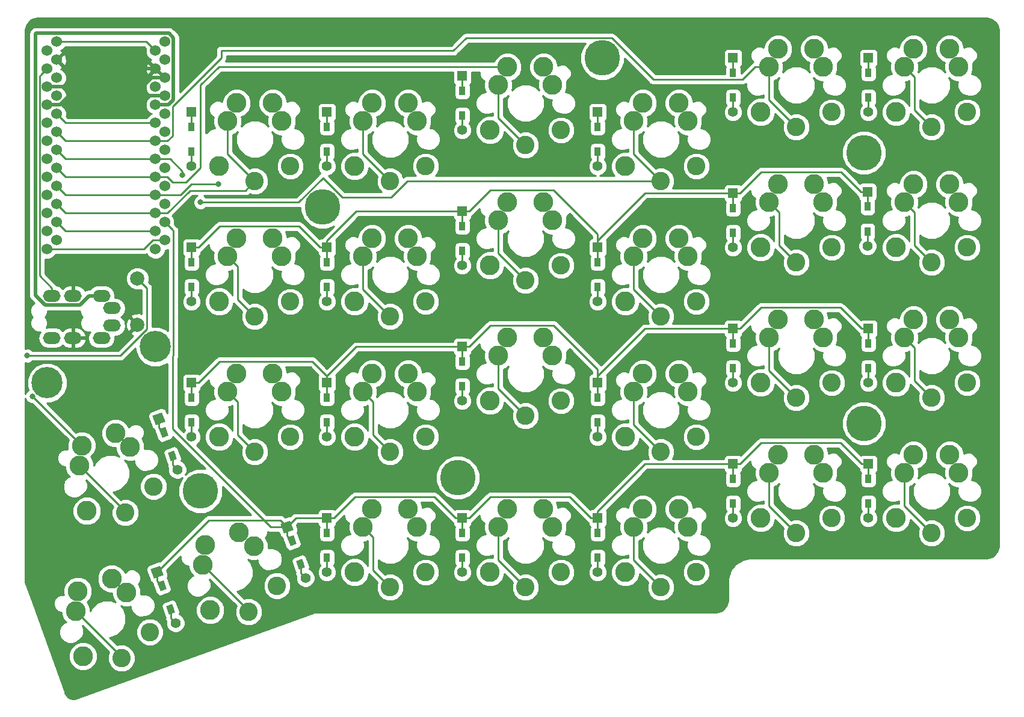
<source format=gbr>
G04 #@! TF.GenerationSoftware,KiCad,Pcbnew,(5.0.2)-1*
G04 #@! TF.CreationDate,2019-03-26T19:18:29+09:00*
G04 #@! TF.ProjectId,ergo50,6572676f-3530-42e6-9b69-6361645f7063,rev?*
G04 #@! TF.SameCoordinates,Original*
G04 #@! TF.FileFunction,Copper,L2,Bot*
G04 #@! TF.FilePolarity,Positive*
%FSLAX46Y46*%
G04 Gerber Fmt 4.6, Leading zero omitted, Abs format (unit mm)*
G04 Created by KiCad (PCBNEW (5.0.2)-1) date 2019/03/26 19:18:29*
%MOMM*%
%LPD*%
G01*
G04 APERTURE LIST*
G04 #@! TA.AperFunction,ComponentPad*
%ADD10C,2.800000*%
G04 #@! TD*
G04 #@! TA.AperFunction,ComponentPad*
%ADD11C,2.600000*%
G04 #@! TD*
G04 #@! TA.AperFunction,SMDPad,CuDef*
%ADD12R,0.950000X1.300000*%
G04 #@! TD*
G04 #@! TA.AperFunction,ComponentPad*
%ADD13C,1.397000*%
G04 #@! TD*
G04 #@! TA.AperFunction,ComponentPad*
%ADD14R,1.397000X1.397000*%
G04 #@! TD*
G04 #@! TA.AperFunction,SMDPad,CuDef*
%ADD15C,0.950000*%
G04 #@! TD*
G04 #@! TA.AperFunction,Conductor*
%ADD16C,0.100000*%
G04 #@! TD*
G04 #@! TA.AperFunction,ComponentPad*
%ADD17O,2.500000X1.700000*%
G04 #@! TD*
G04 #@! TA.AperFunction,ComponentPad*
%ADD18C,2.000000*%
G04 #@! TD*
G04 #@! TA.AperFunction,ComponentPad*
%ADD19C,1.524000*%
G04 #@! TD*
G04 #@! TA.AperFunction,WasherPad*
%ADD20C,5.000000*%
G04 #@! TD*
G04 #@! TA.AperFunction,ComponentPad*
%ADD21C,4.400000*%
G04 #@! TD*
G04 #@! TA.AperFunction,ViaPad*
%ADD22C,0.800000*%
G04 #@! TD*
G04 #@! TA.AperFunction,Conductor*
%ADD23C,0.250000*%
G04 #@! TD*
G04 #@! TA.AperFunction,Conductor*
%ADD24C,0.500000*%
G04 #@! TD*
G04 #@! TA.AperFunction,Conductor*
%ADD25C,0.254000*%
G04 #@! TD*
G04 APERTURE END LIST*
D10*
G04 #@! TO.P,SW6,1*
G04 #@! TO.N,col5*
X106987145Y-136100869D03*
G04 #@! TO.P,SW6,2*
G04 #@! TO.N,Net-(D6-Pad2)*
X114147603Y-133494676D03*
G04 #@! TO.P,SW6,1*
G04 #@! TO.N,col5*
X107311822Y-133279685D03*
G04 #@! TO.P,SW6,2*
G04 #@! TO.N,Net-(D6-Pad2)*
X112085462Y-131542222D03*
X108037318Y-142465525D03*
D11*
G04 #@! TO.P,SW6,1*
G04 #@! TO.N,col5*
X113454024Y-142728778D03*
G04 #@! TO.P,SW6,2*
G04 #@! TO.N,Net-(D6-Pad2)*
X117434245Y-139045323D03*
G04 #@! TD*
D12*
G04 #@! TO.P,D26,2*
G04 #@! TO.N,Net-(D26-Pad2)*
X200660000Y-127505000D03*
D13*
X200660000Y-129540000D03*
D14*
G04 #@! TO.P,D26,1*
G04 #@! TO.N,row4*
X200660000Y-121920000D03*
D12*
X200660000Y-123955000D03*
G04 #@! TD*
G04 #@! TO.P,D25,1*
G04 #@! TO.N,row3*
X200660000Y-104905000D03*
D14*
X200660000Y-102870000D03*
D13*
G04 #@! TO.P,D25,2*
G04 #@! TO.N,Net-(D25-Pad2)*
X200660000Y-110490000D03*
D12*
X200660000Y-108455000D03*
G04 #@! TD*
G04 #@! TO.P,D24,2*
G04 #@! TO.N,Net-(D24-Pad2)*
X200549384Y-89212371D03*
D13*
X200549384Y-91247371D03*
D14*
G04 #@! TO.P,D24,1*
G04 #@! TO.N,row2*
X200549384Y-83627371D03*
D12*
X200549384Y-85662371D03*
G04 #@! TD*
G04 #@! TO.P,D23,1*
G04 #@! TO.N,row1*
X200660000Y-66805000D03*
D14*
X200660000Y-64770000D03*
D13*
G04 #@! TO.P,D23,2*
G04 #@! TO.N,Net-(D23-Pad2)*
X200660000Y-72390000D03*
D12*
X200660000Y-70355000D03*
G04 #@! TD*
G04 #@! TO.P,D22,1*
G04 #@! TO.N,row4*
X181610000Y-123955000D03*
D14*
X181610000Y-121920000D03*
D13*
G04 #@! TO.P,D22,2*
G04 #@! TO.N,Net-(D22-Pad2)*
X181610000Y-129540000D03*
D12*
X181610000Y-127505000D03*
G04 #@! TD*
G04 #@! TO.P,D21,2*
G04 #@! TO.N,Net-(D21-Pad2)*
X181610000Y-108455000D03*
D13*
X181610000Y-110490000D03*
D14*
G04 #@! TO.P,D21,1*
G04 #@! TO.N,row3*
X181610000Y-102870000D03*
D12*
X181610000Y-104905000D03*
G04 #@! TD*
G04 #@! TO.P,D20,1*
G04 #@! TO.N,row2*
X181610000Y-85855000D03*
D14*
X181610000Y-83820000D03*
D13*
G04 #@! TO.P,D20,2*
G04 #@! TO.N,Net-(D20-Pad2)*
X181610000Y-91440000D03*
D12*
X181610000Y-89405000D03*
G04 #@! TD*
G04 #@! TO.P,D19,2*
G04 #@! TO.N,Net-(D19-Pad2)*
X181610000Y-70355000D03*
D13*
X181610000Y-72390000D03*
D14*
G04 #@! TO.P,D19,1*
G04 #@! TO.N,row1*
X181610000Y-64770000D03*
D12*
X181610000Y-66805000D03*
G04 #@! TD*
G04 #@! TO.P,D18,2*
G04 #@! TO.N,Net-(D18-Pad2)*
X162560000Y-135125000D03*
D13*
X162560000Y-137160000D03*
D14*
G04 #@! TO.P,D18,1*
G04 #@! TO.N,row4*
X162560000Y-129540000D03*
D12*
X162560000Y-131575000D03*
G04 #@! TD*
G04 #@! TO.P,D17,1*
G04 #@! TO.N,row3*
X162560000Y-112525000D03*
D14*
X162560000Y-110490000D03*
D13*
G04 #@! TO.P,D17,2*
G04 #@! TO.N,Net-(D17-Pad2)*
X162560000Y-118110000D03*
D12*
X162560000Y-116075000D03*
G04 #@! TD*
G04 #@! TO.P,D16,2*
G04 #@! TO.N,Net-(D16-Pad2)*
X162560000Y-97025000D03*
D13*
X162560000Y-99060000D03*
D14*
G04 #@! TO.P,D16,1*
G04 #@! TO.N,row2*
X162560000Y-91440000D03*
D12*
X162560000Y-93475000D03*
G04 #@! TD*
G04 #@! TO.P,D15,1*
G04 #@! TO.N,row1*
X162560000Y-74425000D03*
D14*
X162560000Y-72390000D03*
D13*
G04 #@! TO.P,D15,2*
G04 #@! TO.N,Net-(D15-Pad2)*
X162560000Y-80010000D03*
D12*
X162560000Y-77975000D03*
G04 #@! TD*
G04 #@! TO.P,D14,1*
G04 #@! TO.N,row4*
X143510000Y-131575000D03*
D14*
X143510000Y-129540000D03*
D13*
G04 #@! TO.P,D14,2*
G04 #@! TO.N,Net-(D14-Pad2)*
X143510000Y-137160000D03*
D12*
X143510000Y-135125000D03*
G04 #@! TD*
G04 #@! TO.P,D13,2*
G04 #@! TO.N,Net-(D13-Pad2)*
X143510000Y-110995000D03*
D13*
X143510000Y-113030000D03*
D14*
G04 #@! TO.P,D13,1*
G04 #@! TO.N,row3*
X143510000Y-105410000D03*
D12*
X143510000Y-107445000D03*
G04 #@! TD*
G04 #@! TO.P,D12,1*
G04 #@! TO.N,row2*
X143510000Y-88395000D03*
D14*
X143510000Y-86360000D03*
D13*
G04 #@! TO.P,D12,2*
G04 #@! TO.N,Net-(D12-Pad2)*
X143510000Y-93980000D03*
D12*
X143510000Y-91945000D03*
G04 #@! TD*
G04 #@! TO.P,D11,2*
G04 #@! TO.N,Net-(D11-Pad2)*
X143510000Y-72895000D03*
D13*
X143510000Y-74930000D03*
D14*
G04 #@! TO.P,D11,1*
G04 #@! TO.N,row1*
X143510000Y-67310000D03*
D12*
X143510000Y-69345000D03*
G04 #@! TD*
G04 #@! TO.P,D9,1*
G04 #@! TO.N,row3*
X124460000Y-112525000D03*
D14*
X124460000Y-110490000D03*
D13*
G04 #@! TO.P,D9,2*
G04 #@! TO.N,Net-(D9-Pad2)*
X124460000Y-118110000D03*
D12*
X124460000Y-116075000D03*
G04 #@! TD*
G04 #@! TO.P,D8,2*
G04 #@! TO.N,Net-(D8-Pad2)*
X124460000Y-97025000D03*
D13*
X124460000Y-99060000D03*
D14*
G04 #@! TO.P,D8,1*
G04 #@! TO.N,row2*
X124460000Y-91440000D03*
D12*
X124460000Y-93475000D03*
G04 #@! TD*
G04 #@! TO.P,D7,1*
G04 #@! TO.N,row1*
X124460000Y-74425000D03*
D14*
X124460000Y-72390000D03*
D13*
G04 #@! TO.P,D7,2*
G04 #@! TO.N,Net-(D7-Pad2)*
X124460000Y-80010000D03*
D12*
X124460000Y-77975000D03*
G04 #@! TD*
G04 #@! TO.P,D5,1*
G04 #@! TO.N,row3*
X105410000Y-112525000D03*
D14*
X105410000Y-110490000D03*
D13*
G04 #@! TO.P,D5,2*
G04 #@! TO.N,Net-(D5-Pad2)*
X105410000Y-118110000D03*
D12*
X105410000Y-116075000D03*
G04 #@! TD*
G04 #@! TO.P,D4,1*
G04 #@! TO.N,row2*
X105410000Y-93475000D03*
D14*
X105410000Y-91440000D03*
D13*
G04 #@! TO.P,D4,2*
G04 #@! TO.N,Net-(D4-Pad2)*
X105410000Y-99060000D03*
D12*
X105410000Y-97025000D03*
G04 #@! TD*
G04 #@! TO.P,D3,2*
G04 #@! TO.N,Net-(D3-Pad2)*
X105410000Y-77975000D03*
D13*
X105410000Y-80010000D03*
D14*
G04 #@! TO.P,D3,1*
G04 #@! TO.N,row1*
X105410000Y-72390000D03*
D12*
X105410000Y-74425000D03*
G04 #@! TD*
G04 #@! TO.P,D10,2*
G04 #@! TO.N,Net-(D10-Pad2)*
X124460000Y-135125000D03*
D13*
X124460000Y-137160000D03*
D14*
G04 #@! TO.P,D10,1*
G04 #@! TO.N,row4*
X124460000Y-129540000D03*
D12*
X124460000Y-131575000D03*
G04 #@! TD*
D15*
G04 #@! TO.P,D1,1*
G04 #@! TO.N,row3*
X101500914Y-117458046D03*
D16*
G04 #@! TD*
G04 #@! TO.N,row3*
G04 #@! TO.C,D1*
G36*
X100832247Y-117009705D02*
X101724955Y-116684786D01*
X102169581Y-117906387D01*
X101276873Y-118231306D01*
X100832247Y-117009705D01*
X100832247Y-117009705D01*
G37*
D13*
G04 #@! TO.P,D1,1*
G04 #@! TO.N,row3*
X100804903Y-115545771D03*
D16*
G04 #@! TD*
G04 #@! TO.N,row3*
G04 #@! TO.C,D1*
G36*
X99909627Y-115128297D02*
X101222377Y-114650495D01*
X101700179Y-115963245D01*
X100387429Y-116441047D01*
X99909627Y-115128297D01*
X99909627Y-115128297D01*
G37*
D13*
G04 #@! TO.P,D1,2*
G04 #@! TO.N,Net-(D1-Pad2)*
X103411097Y-122706229D03*
D15*
X102715086Y-120793954D03*
D16*
G04 #@! TD*
G04 #@! TO.N,Net-(D1-Pad2)*
G04 #@! TO.C,D1*
G36*
X102046419Y-120345613D02*
X102939127Y-120020694D01*
X103383753Y-121242295D01*
X102491045Y-121567214D01*
X102046419Y-120345613D01*
X102046419Y-120345613D01*
G37*
D15*
G04 #@! TO.P,D6,2*
G04 #@! TO.N,Net-(D6-Pad2)*
X120749086Y-136033954D03*
D16*
G04 #@! TD*
G04 #@! TO.N,Net-(D6-Pad2)*
G04 #@! TO.C,D6*
G36*
X120080419Y-135585613D02*
X120973127Y-135260694D01*
X121417753Y-136482295D01*
X120525045Y-136807214D01*
X120080419Y-135585613D01*
X120080419Y-135585613D01*
G37*
D13*
G04 #@! TO.P,D6,2*
G04 #@! TO.N,Net-(D6-Pad2)*
X121445097Y-137946229D03*
G04 #@! TO.P,D6,1*
G04 #@! TO.N,row4*
X118838903Y-130785771D03*
D16*
G04 #@! TD*
G04 #@! TO.N,row4*
G04 #@! TO.C,D6*
G36*
X117943627Y-130368297D02*
X119256377Y-129890495D01*
X119734179Y-131203245D01*
X118421429Y-131681047D01*
X117943627Y-130368297D01*
X117943627Y-130368297D01*
G37*
D15*
G04 #@! TO.P,D6,1*
G04 #@! TO.N,row4*
X119534914Y-132698046D03*
D16*
G04 #@! TD*
G04 #@! TO.N,row4*
G04 #@! TO.C,D6*
G36*
X118866247Y-132249705D02*
X119758955Y-131924786D01*
X120203581Y-133146387D01*
X119310873Y-133471306D01*
X118866247Y-132249705D01*
X118866247Y-132249705D01*
G37*
D15*
G04 #@! TO.P,D2,1*
G04 #@! TO.N,row4*
X101246914Y-139048046D03*
D16*
G04 #@! TD*
G04 #@! TO.N,row4*
G04 #@! TO.C,D2*
G36*
X100578247Y-138599705D02*
X101470955Y-138274786D01*
X101915581Y-139496387D01*
X101022873Y-139821306D01*
X100578247Y-138599705D01*
X100578247Y-138599705D01*
G37*
D13*
G04 #@! TO.P,D2,1*
G04 #@! TO.N,row4*
X100550903Y-137135771D03*
D16*
G04 #@! TD*
G04 #@! TO.N,row4*
G04 #@! TO.C,D2*
G36*
X99655627Y-136718297D02*
X100968377Y-136240495D01*
X101446179Y-137553245D01*
X100133429Y-138031047D01*
X99655627Y-136718297D01*
X99655627Y-136718297D01*
G37*
D13*
G04 #@! TO.P,D2,2*
G04 #@! TO.N,Net-(D2-Pad2)*
X103157097Y-144296229D03*
D15*
X102461086Y-142383954D03*
D16*
G04 #@! TD*
G04 #@! TO.N,Net-(D2-Pad2)*
G04 #@! TO.C,D2*
G36*
X101792419Y-141935613D02*
X102685127Y-141610694D01*
X103129753Y-142832295D01*
X102237045Y-143157214D01*
X101792419Y-141935613D01*
X101792419Y-141935613D01*
G37*
D13*
G04 #@! TO.P,D1,2*
G04 #@! TO.N,Net-(D1-Pad2)*
X103411097Y-122706229D03*
G04 #@! TO.P,D1,1*
G04 #@! TO.N,row3*
X100804903Y-115545771D03*
D16*
G04 #@! TD*
G04 #@! TO.N,row3*
G04 #@! TO.C,D1*
G36*
X99909627Y-115128297D02*
X101222377Y-114650495D01*
X101700179Y-115963245D01*
X100387429Y-116441047D01*
X99909627Y-115128297D01*
X99909627Y-115128297D01*
G37*
D15*
G04 #@! TO.P,D1,1*
G04 #@! TO.N,row3*
X101500914Y-117458046D03*
D16*
G04 #@! TD*
G04 #@! TO.N,row3*
G04 #@! TO.C,D1*
G36*
X100832247Y-117009705D02*
X101724955Y-116684786D01*
X102169581Y-117906387D01*
X101276873Y-118231306D01*
X100832247Y-117009705D01*
X100832247Y-117009705D01*
G37*
D15*
G04 #@! TO.P,D1,2*
G04 #@! TO.N,Net-(D1-Pad2)*
X102715086Y-120793954D03*
D16*
G04 #@! TD*
G04 #@! TO.N,Net-(D1-Pad2)*
G04 #@! TO.C,D1*
G36*
X102046419Y-120345613D02*
X102939127Y-120020694D01*
X103383753Y-121242295D01*
X102491045Y-121567214D01*
X102046419Y-120345613D01*
X102046419Y-120345613D01*
G37*
D13*
G04 #@! TO.P,D2,2*
G04 #@! TO.N,Net-(D2-Pad2)*
X103157097Y-144296229D03*
G04 #@! TO.P,D2,1*
G04 #@! TO.N,row4*
X100550903Y-137135771D03*
D16*
G04 #@! TD*
G04 #@! TO.N,row4*
G04 #@! TO.C,D2*
G36*
X99655627Y-136718297D02*
X100968377Y-136240495D01*
X101446179Y-137553245D01*
X100133429Y-138031047D01*
X99655627Y-136718297D01*
X99655627Y-136718297D01*
G37*
D15*
G04 #@! TO.P,D2,1*
G04 #@! TO.N,row4*
X101246914Y-139048046D03*
D16*
G04 #@! TD*
G04 #@! TO.N,row4*
G04 #@! TO.C,D2*
G36*
X100578247Y-138599705D02*
X101470955Y-138274786D01*
X101915581Y-139496387D01*
X101022873Y-139821306D01*
X100578247Y-138599705D01*
X100578247Y-138599705D01*
G37*
D15*
G04 #@! TO.P,D2,2*
G04 #@! TO.N,Net-(D2-Pad2)*
X102461086Y-142383954D03*
D16*
G04 #@! TD*
G04 #@! TO.N,Net-(D2-Pad2)*
G04 #@! TO.C,D2*
G36*
X101792419Y-141935613D02*
X102685127Y-141610694D01*
X103129753Y-142832295D01*
X102237045Y-143157214D01*
X101792419Y-141935613D01*
X101792419Y-141935613D01*
G37*
D12*
G04 #@! TO.P,D3,2*
G04 #@! TO.N,Net-(D3-Pad2)*
X105410000Y-77975000D03*
G04 #@! TO.P,D3,1*
G04 #@! TO.N,row1*
X105410000Y-74425000D03*
D14*
X105410000Y-72390000D03*
D13*
G04 #@! TO.P,D3,2*
G04 #@! TO.N,Net-(D3-Pad2)*
X105410000Y-80010000D03*
G04 #@! TD*
G04 #@! TO.P,D4,2*
G04 #@! TO.N,Net-(D4-Pad2)*
X105410000Y-99060000D03*
D14*
G04 #@! TO.P,D4,1*
G04 #@! TO.N,row2*
X105410000Y-91440000D03*
D12*
X105410000Y-93475000D03*
G04 #@! TO.P,D4,2*
G04 #@! TO.N,Net-(D4-Pad2)*
X105410000Y-97025000D03*
G04 #@! TD*
D13*
G04 #@! TO.P,D5,2*
G04 #@! TO.N,Net-(D5-Pad2)*
X105410000Y-118110000D03*
D14*
G04 #@! TO.P,D5,1*
G04 #@! TO.N,row3*
X105410000Y-110490000D03*
D12*
X105410000Y-112525000D03*
G04 #@! TO.P,D5,2*
G04 #@! TO.N,Net-(D5-Pad2)*
X105410000Y-116075000D03*
G04 #@! TD*
D15*
G04 #@! TO.P,D6,2*
G04 #@! TO.N,Net-(D6-Pad2)*
X120749086Y-136033954D03*
D16*
G04 #@! TD*
G04 #@! TO.N,Net-(D6-Pad2)*
G04 #@! TO.C,D6*
G36*
X120080419Y-135585613D02*
X120973127Y-135260694D01*
X121417753Y-136482295D01*
X120525045Y-136807214D01*
X120080419Y-135585613D01*
X120080419Y-135585613D01*
G37*
D15*
G04 #@! TO.P,D6,1*
G04 #@! TO.N,row4*
X119534914Y-132698046D03*
D16*
G04 #@! TD*
G04 #@! TO.N,row4*
G04 #@! TO.C,D6*
G36*
X118866247Y-132249705D02*
X119758955Y-131924786D01*
X120203581Y-133146387D01*
X119310873Y-133471306D01*
X118866247Y-132249705D01*
X118866247Y-132249705D01*
G37*
D13*
G04 #@! TO.P,D6,1*
G04 #@! TO.N,row4*
X118838903Y-130785771D03*
D16*
G04 #@! TD*
G04 #@! TO.N,row4*
G04 #@! TO.C,D6*
G36*
X117943627Y-130368297D02*
X119256377Y-129890495D01*
X119734179Y-131203245D01*
X118421429Y-131681047D01*
X117943627Y-130368297D01*
X117943627Y-130368297D01*
G37*
D13*
G04 #@! TO.P,D6,2*
G04 #@! TO.N,Net-(D6-Pad2)*
X121445097Y-137946229D03*
G04 #@! TD*
G04 #@! TO.P,D7,2*
G04 #@! TO.N,Net-(D7-Pad2)*
X124460000Y-80010000D03*
D14*
G04 #@! TO.P,D7,1*
G04 #@! TO.N,row1*
X124460000Y-72390000D03*
D12*
X124460000Y-74425000D03*
G04 #@! TO.P,D7,2*
G04 #@! TO.N,Net-(D7-Pad2)*
X124460000Y-77975000D03*
G04 #@! TD*
G04 #@! TO.P,D8,2*
G04 #@! TO.N,Net-(D8-Pad2)*
X124460000Y-97025000D03*
G04 #@! TO.P,D8,1*
G04 #@! TO.N,row2*
X124460000Y-93475000D03*
D14*
X124460000Y-91440000D03*
D13*
G04 #@! TO.P,D8,2*
G04 #@! TO.N,Net-(D8-Pad2)*
X124460000Y-99060000D03*
G04 #@! TD*
G04 #@! TO.P,D9,2*
G04 #@! TO.N,Net-(D9-Pad2)*
X124460000Y-118110000D03*
D14*
G04 #@! TO.P,D9,1*
G04 #@! TO.N,row3*
X124460000Y-110490000D03*
D12*
X124460000Y-112525000D03*
G04 #@! TO.P,D9,2*
G04 #@! TO.N,Net-(D9-Pad2)*
X124460000Y-116075000D03*
G04 #@! TD*
G04 #@! TO.P,D10,2*
G04 #@! TO.N,Net-(D10-Pad2)*
X124460000Y-135125000D03*
G04 #@! TO.P,D10,1*
G04 #@! TO.N,row4*
X124460000Y-131575000D03*
D14*
X124460000Y-129540000D03*
D13*
G04 #@! TO.P,D10,2*
G04 #@! TO.N,Net-(D10-Pad2)*
X124460000Y-137160000D03*
G04 #@! TD*
D12*
G04 #@! TO.P,D11,2*
G04 #@! TO.N,Net-(D11-Pad2)*
X143510000Y-72895000D03*
G04 #@! TO.P,D11,1*
G04 #@! TO.N,row1*
X143510000Y-69345000D03*
D14*
X143510000Y-67310000D03*
D13*
G04 #@! TO.P,D11,2*
G04 #@! TO.N,Net-(D11-Pad2)*
X143510000Y-74930000D03*
G04 #@! TD*
G04 #@! TO.P,D12,2*
G04 #@! TO.N,Net-(D12-Pad2)*
X143510000Y-93980000D03*
D14*
G04 #@! TO.P,D12,1*
G04 #@! TO.N,row2*
X143510000Y-86360000D03*
D12*
X143510000Y-88395000D03*
G04 #@! TO.P,D12,2*
G04 #@! TO.N,Net-(D12-Pad2)*
X143510000Y-91945000D03*
G04 #@! TD*
G04 #@! TO.P,D13,2*
G04 #@! TO.N,Net-(D13-Pad2)*
X143510000Y-110995000D03*
G04 #@! TO.P,D13,1*
G04 #@! TO.N,row3*
X143510000Y-107445000D03*
D14*
X143510000Y-105410000D03*
D13*
G04 #@! TO.P,D13,2*
G04 #@! TO.N,Net-(D13-Pad2)*
X143510000Y-113030000D03*
G04 #@! TD*
G04 #@! TO.P,D14,2*
G04 #@! TO.N,Net-(D14-Pad2)*
X143510000Y-137160000D03*
D14*
G04 #@! TO.P,D14,1*
G04 #@! TO.N,row4*
X143510000Y-129540000D03*
D12*
X143510000Y-131575000D03*
G04 #@! TO.P,D14,2*
G04 #@! TO.N,Net-(D14-Pad2)*
X143510000Y-135125000D03*
G04 #@! TD*
D13*
G04 #@! TO.P,D15,2*
G04 #@! TO.N,Net-(D15-Pad2)*
X162560000Y-80010000D03*
D14*
G04 #@! TO.P,D15,1*
G04 #@! TO.N,row1*
X162560000Y-72390000D03*
D12*
X162560000Y-74425000D03*
G04 #@! TO.P,D15,2*
G04 #@! TO.N,Net-(D15-Pad2)*
X162560000Y-77975000D03*
G04 #@! TD*
G04 #@! TO.P,D16,2*
G04 #@! TO.N,Net-(D16-Pad2)*
X162560000Y-97025000D03*
G04 #@! TO.P,D16,1*
G04 #@! TO.N,row2*
X162560000Y-93475000D03*
D14*
X162560000Y-91440000D03*
D13*
G04 #@! TO.P,D16,2*
G04 #@! TO.N,Net-(D16-Pad2)*
X162560000Y-99060000D03*
G04 #@! TD*
G04 #@! TO.P,D17,2*
G04 #@! TO.N,Net-(D17-Pad2)*
X162560000Y-118110000D03*
D14*
G04 #@! TO.P,D17,1*
G04 #@! TO.N,row3*
X162560000Y-110490000D03*
D12*
X162560000Y-112525000D03*
G04 #@! TO.P,D17,2*
G04 #@! TO.N,Net-(D17-Pad2)*
X162560000Y-116075000D03*
G04 #@! TD*
G04 #@! TO.P,D18,2*
G04 #@! TO.N,Net-(D18-Pad2)*
X162560000Y-135125000D03*
G04 #@! TO.P,D18,1*
G04 #@! TO.N,row4*
X162560000Y-131575000D03*
D14*
X162560000Y-129540000D03*
D13*
G04 #@! TO.P,D18,2*
G04 #@! TO.N,Net-(D18-Pad2)*
X162560000Y-137160000D03*
G04 #@! TD*
D12*
G04 #@! TO.P,D19,2*
G04 #@! TO.N,Net-(D19-Pad2)*
X181610000Y-70355000D03*
G04 #@! TO.P,D19,1*
G04 #@! TO.N,row1*
X181610000Y-66805000D03*
D14*
X181610000Y-64770000D03*
D13*
G04 #@! TO.P,D19,2*
G04 #@! TO.N,Net-(D19-Pad2)*
X181610000Y-72390000D03*
G04 #@! TD*
G04 #@! TO.P,D20,2*
G04 #@! TO.N,Net-(D20-Pad2)*
X181610000Y-91440000D03*
D14*
G04 #@! TO.P,D20,1*
G04 #@! TO.N,row2*
X181610000Y-83820000D03*
D12*
X181610000Y-85855000D03*
G04 #@! TO.P,D20,2*
G04 #@! TO.N,Net-(D20-Pad2)*
X181610000Y-89405000D03*
G04 #@! TD*
G04 #@! TO.P,D21,2*
G04 #@! TO.N,Net-(D21-Pad2)*
X181610000Y-108455000D03*
G04 #@! TO.P,D21,1*
G04 #@! TO.N,row3*
X181610000Y-104905000D03*
D14*
X181610000Y-102870000D03*
D13*
G04 #@! TO.P,D21,2*
G04 #@! TO.N,Net-(D21-Pad2)*
X181610000Y-110490000D03*
G04 #@! TD*
G04 #@! TO.P,D22,2*
G04 #@! TO.N,Net-(D22-Pad2)*
X181610000Y-129540000D03*
D14*
G04 #@! TO.P,D22,1*
G04 #@! TO.N,row4*
X181610000Y-121920000D03*
D12*
X181610000Y-123955000D03*
G04 #@! TO.P,D22,2*
G04 #@! TO.N,Net-(D22-Pad2)*
X181610000Y-127505000D03*
G04 #@! TD*
D13*
G04 #@! TO.P,D23,2*
G04 #@! TO.N,Net-(D23-Pad2)*
X200660000Y-72390000D03*
D14*
G04 #@! TO.P,D23,1*
G04 #@! TO.N,row1*
X200660000Y-64770000D03*
D12*
X200660000Y-66805000D03*
G04 #@! TO.P,D23,2*
G04 #@! TO.N,Net-(D23-Pad2)*
X200660000Y-70355000D03*
G04 #@! TD*
G04 #@! TO.P,D24,2*
G04 #@! TO.N,Net-(D24-Pad2)*
X200549384Y-89212371D03*
G04 #@! TO.P,D24,1*
G04 #@! TO.N,row2*
X200549384Y-85662371D03*
D14*
X200549384Y-83627371D03*
D13*
G04 #@! TO.P,D24,2*
G04 #@! TO.N,Net-(D24-Pad2)*
X200549384Y-91247371D03*
G04 #@! TD*
G04 #@! TO.P,D25,2*
G04 #@! TO.N,Net-(D25-Pad2)*
X200660000Y-110490000D03*
D14*
G04 #@! TO.P,D25,1*
G04 #@! TO.N,row3*
X200660000Y-102870000D03*
D12*
X200660000Y-104905000D03*
G04 #@! TO.P,D25,2*
G04 #@! TO.N,Net-(D25-Pad2)*
X200660000Y-108455000D03*
G04 #@! TD*
G04 #@! TO.P,D26,2*
G04 #@! TO.N,Net-(D26-Pad2)*
X200660000Y-127505000D03*
G04 #@! TO.P,D26,1*
G04 #@! TO.N,row4*
X200660000Y-123955000D03*
D14*
X200660000Y-121920000D03*
D13*
G04 #@! TO.P,D26,2*
G04 #@! TO.N,Net-(D26-Pad2)*
X200660000Y-129540000D03*
G04 #@! TD*
D17*
G04 #@! TO.P,J1,D*
G04 #@! TO.N,VCC*
X92734000Y-104180000D03*
G04 #@! TO.P,J1,A*
G04 #@! TO.N,Net-(J1-PadA)*
X94234000Y-99980000D03*
G04 #@! TO.P,J1,B*
G04 #@! TO.N,data*
X85734000Y-104180000D03*
G04 #@! TO.P,J1,C*
G04 #@! TO.N,GND*
X88734000Y-104180000D03*
G04 #@! TO.P,J1,B*
G04 #@! TO.N,data*
X85734000Y-98230000D03*
G04 #@! TO.P,J1,C*
G04 #@! TO.N,GND*
X88734000Y-98230000D03*
G04 #@! TO.P,J1,D*
G04 #@! TO.N,VCC*
X92734000Y-98230000D03*
G04 #@! TO.P,J1,A*
G04 #@! TO.N,Net-(J1-PadA)*
X94234000Y-102430000D03*
G04 #@! TD*
D10*
G04 #@! TO.P,SW1,1*
G04 #@! TO.N,col6*
X89613593Y-122135888D03*
G04 #@! TO.P,SW1,2*
G04 #@! TO.N,Net-(D1-Pad2)*
X96774051Y-119529695D03*
G04 #@! TO.P,SW1,1*
G04 #@! TO.N,col6*
X89938270Y-119314704D03*
G04 #@! TO.P,SW1,2*
G04 #@! TO.N,Net-(D1-Pad2)*
X94711910Y-117577241D03*
X90663766Y-128500544D03*
D11*
G04 #@! TO.P,SW1,1*
G04 #@! TO.N,col6*
X96080472Y-128763797D03*
G04 #@! TO.P,SW1,2*
G04 #@! TO.N,Net-(D1-Pad2)*
X100060693Y-125080342D03*
G04 #@! TD*
G04 #@! TO.P,SW2,2*
G04 #@! TO.N,Net-(D2-Pad2)*
X99533100Y-145560807D03*
G04 #@! TO.P,SW2,1*
G04 #@! TO.N,col6*
X95552879Y-149244262D03*
D10*
G04 #@! TO.P,SW2,2*
G04 #@! TO.N,Net-(D2-Pad2)*
X90136173Y-148981009D03*
X94184317Y-138057706D03*
G04 #@! TO.P,SW2,1*
G04 #@! TO.N,col6*
X89410677Y-139795169D03*
G04 #@! TO.P,SW2,2*
G04 #@! TO.N,Net-(D2-Pad2)*
X96246458Y-140010160D03*
G04 #@! TO.P,SW2,1*
G04 #@! TO.N,col6*
X89086000Y-142616353D03*
G04 #@! TD*
D11*
G04 #@! TO.P,SW3,2*
G04 #@! TO.N,Net-(D3-Pad2)*
X119300000Y-80000000D03*
G04 #@! TO.P,SW3,1*
G04 #@! TO.N,col5*
X114300000Y-82100000D03*
D10*
G04 #@! TO.P,SW3,2*
G04 #@! TO.N,Net-(D3-Pad2)*
X109300000Y-80000000D03*
X116840000Y-71120000D03*
G04 #@! TO.P,SW3,1*
G04 #@! TO.N,col5*
X111760000Y-71120000D03*
G04 #@! TO.P,SW3,2*
G04 #@! TO.N,Net-(D3-Pad2)*
X118110000Y-73660000D03*
G04 #@! TO.P,SW3,1*
G04 #@! TO.N,col5*
X110490000Y-73660000D03*
G04 #@! TD*
G04 #@! TO.P,SW4,1*
G04 #@! TO.N,col5*
X110490000Y-92710000D03*
G04 #@! TO.P,SW4,2*
G04 #@! TO.N,Net-(D4-Pad2)*
X118110000Y-92710000D03*
G04 #@! TO.P,SW4,1*
G04 #@! TO.N,col5*
X111760000Y-90170000D03*
G04 #@! TO.P,SW4,2*
G04 #@! TO.N,Net-(D4-Pad2)*
X116840000Y-90170000D03*
X109300000Y-99050000D03*
D11*
G04 #@! TO.P,SW4,1*
G04 #@! TO.N,col5*
X114300000Y-101150000D03*
G04 #@! TO.P,SW4,2*
G04 #@! TO.N,Net-(D4-Pad2)*
X119300000Y-99050000D03*
G04 #@! TD*
G04 #@! TO.P,SW5,2*
G04 #@! TO.N,Net-(D5-Pad2)*
X119300000Y-118100000D03*
G04 #@! TO.P,SW5,1*
G04 #@! TO.N,col5*
X114300000Y-120200000D03*
D10*
G04 #@! TO.P,SW5,2*
G04 #@! TO.N,Net-(D5-Pad2)*
X109300000Y-118100000D03*
X116840000Y-109220000D03*
G04 #@! TO.P,SW5,1*
G04 #@! TO.N,col5*
X111760000Y-109220000D03*
G04 #@! TO.P,SW5,2*
G04 #@! TO.N,Net-(D5-Pad2)*
X118110000Y-111760000D03*
G04 #@! TO.P,SW5,1*
G04 #@! TO.N,col5*
X110490000Y-111760000D03*
G04 #@! TD*
D11*
G04 #@! TO.P,SW7,2*
G04 #@! TO.N,Net-(D7-Pad2)*
X138350000Y-80000000D03*
G04 #@! TO.P,SW7,1*
G04 #@! TO.N,col4*
X133350000Y-82100000D03*
D10*
G04 #@! TO.P,SW7,2*
G04 #@! TO.N,Net-(D7-Pad2)*
X128350000Y-80000000D03*
X135890000Y-71120000D03*
G04 #@! TO.P,SW7,1*
G04 #@! TO.N,col4*
X130810000Y-71120000D03*
G04 #@! TO.P,SW7,2*
G04 #@! TO.N,Net-(D7-Pad2)*
X137160000Y-73660000D03*
G04 #@! TO.P,SW7,1*
G04 #@! TO.N,col4*
X129540000Y-73660000D03*
G04 #@! TD*
G04 #@! TO.P,SW8,1*
G04 #@! TO.N,col4*
X129540000Y-92710000D03*
G04 #@! TO.P,SW8,2*
G04 #@! TO.N,Net-(D8-Pad2)*
X137160000Y-92710000D03*
G04 #@! TO.P,SW8,1*
G04 #@! TO.N,col4*
X130810000Y-90170000D03*
G04 #@! TO.P,SW8,2*
G04 #@! TO.N,Net-(D8-Pad2)*
X135890000Y-90170000D03*
X128350000Y-99050000D03*
D11*
G04 #@! TO.P,SW8,1*
G04 #@! TO.N,col4*
X133350000Y-101150000D03*
G04 #@! TO.P,SW8,2*
G04 #@! TO.N,Net-(D8-Pad2)*
X138350000Y-99050000D03*
G04 #@! TD*
G04 #@! TO.P,SW9,2*
G04 #@! TO.N,Net-(D9-Pad2)*
X138350000Y-118100000D03*
G04 #@! TO.P,SW9,1*
G04 #@! TO.N,col4*
X133350000Y-120200000D03*
D10*
G04 #@! TO.P,SW9,2*
G04 #@! TO.N,Net-(D9-Pad2)*
X128350000Y-118100000D03*
X135890000Y-109220000D03*
G04 #@! TO.P,SW9,1*
G04 #@! TO.N,col4*
X130810000Y-109220000D03*
G04 #@! TO.P,SW9,2*
G04 #@! TO.N,Net-(D9-Pad2)*
X137160000Y-111760000D03*
G04 #@! TO.P,SW9,1*
G04 #@! TO.N,col4*
X129540000Y-111760000D03*
G04 #@! TD*
G04 #@! TO.P,SW10,1*
G04 #@! TO.N,col4*
X129540000Y-130810000D03*
G04 #@! TO.P,SW10,2*
G04 #@! TO.N,Net-(D10-Pad2)*
X137160000Y-130810000D03*
G04 #@! TO.P,SW10,1*
G04 #@! TO.N,col4*
X130810000Y-128270000D03*
G04 #@! TO.P,SW10,2*
G04 #@! TO.N,Net-(D10-Pad2)*
X135890000Y-128270000D03*
X128350000Y-137150000D03*
D11*
G04 #@! TO.P,SW10,1*
G04 #@! TO.N,col4*
X133350000Y-139250000D03*
G04 #@! TO.P,SW10,2*
G04 #@! TO.N,Net-(D10-Pad2)*
X138350000Y-137150000D03*
G04 #@! TD*
G04 #@! TO.P,SW11,2*
G04 #@! TO.N,Net-(D11-Pad2)*
X157400000Y-74920000D03*
G04 #@! TO.P,SW11,1*
G04 #@! TO.N,col3*
X152400000Y-77020000D03*
D10*
G04 #@! TO.P,SW11,2*
G04 #@! TO.N,Net-(D11-Pad2)*
X147400000Y-74920000D03*
X154940000Y-66040000D03*
G04 #@! TO.P,SW11,1*
G04 #@! TO.N,col3*
X149860000Y-66040000D03*
G04 #@! TO.P,SW11,2*
G04 #@! TO.N,Net-(D11-Pad2)*
X156210000Y-68580000D03*
G04 #@! TO.P,SW11,1*
G04 #@! TO.N,col3*
X148590000Y-68580000D03*
G04 #@! TD*
G04 #@! TO.P,SW12,1*
G04 #@! TO.N,col3*
X148590000Y-87630000D03*
G04 #@! TO.P,SW12,2*
G04 #@! TO.N,Net-(D12-Pad2)*
X156210000Y-87630000D03*
G04 #@! TO.P,SW12,1*
G04 #@! TO.N,col3*
X149860000Y-85090000D03*
G04 #@! TO.P,SW12,2*
G04 #@! TO.N,Net-(D12-Pad2)*
X154940000Y-85090000D03*
X147400000Y-93970000D03*
D11*
G04 #@! TO.P,SW12,1*
G04 #@! TO.N,col3*
X152400000Y-96070000D03*
G04 #@! TO.P,SW12,2*
G04 #@! TO.N,Net-(D12-Pad2)*
X157400000Y-93970000D03*
G04 #@! TD*
D10*
G04 #@! TO.P,SW13,1*
G04 #@! TO.N,col3*
X148590000Y-106680000D03*
G04 #@! TO.P,SW13,2*
G04 #@! TO.N,Net-(D13-Pad2)*
X156210000Y-106680000D03*
G04 #@! TO.P,SW13,1*
G04 #@! TO.N,col3*
X149860000Y-104140000D03*
G04 #@! TO.P,SW13,2*
G04 #@! TO.N,Net-(D13-Pad2)*
X154940000Y-104140000D03*
X147400000Y-113020000D03*
D11*
G04 #@! TO.P,SW13,1*
G04 #@! TO.N,col3*
X152400000Y-115120000D03*
G04 #@! TO.P,SW13,2*
G04 #@! TO.N,Net-(D13-Pad2)*
X157400000Y-113020000D03*
G04 #@! TD*
D10*
G04 #@! TO.P,SW14,1*
G04 #@! TO.N,col3*
X148590000Y-130810000D03*
G04 #@! TO.P,SW14,2*
G04 #@! TO.N,Net-(D14-Pad2)*
X156210000Y-130810000D03*
G04 #@! TO.P,SW14,1*
G04 #@! TO.N,col3*
X149860000Y-128270000D03*
G04 #@! TO.P,SW14,2*
G04 #@! TO.N,Net-(D14-Pad2)*
X154940000Y-128270000D03*
X147400000Y-137150000D03*
D11*
G04 #@! TO.P,SW14,1*
G04 #@! TO.N,col3*
X152400000Y-139250000D03*
G04 #@! TO.P,SW14,2*
G04 #@! TO.N,Net-(D14-Pad2)*
X157400000Y-137150000D03*
G04 #@! TD*
G04 #@! TO.P,SW15,2*
G04 #@! TO.N,Net-(D15-Pad2)*
X176450000Y-80000000D03*
G04 #@! TO.P,SW15,1*
G04 #@! TO.N,col2*
X171450000Y-82100000D03*
D10*
G04 #@! TO.P,SW15,2*
G04 #@! TO.N,Net-(D15-Pad2)*
X166450000Y-80000000D03*
X173990000Y-71120000D03*
G04 #@! TO.P,SW15,1*
G04 #@! TO.N,col2*
X168910000Y-71120000D03*
G04 #@! TO.P,SW15,2*
G04 #@! TO.N,Net-(D15-Pad2)*
X175260000Y-73660000D03*
G04 #@! TO.P,SW15,1*
G04 #@! TO.N,col2*
X167640000Y-73660000D03*
G04 #@! TD*
G04 #@! TO.P,SW16,1*
G04 #@! TO.N,col2*
X167640000Y-92710000D03*
G04 #@! TO.P,SW16,2*
G04 #@! TO.N,Net-(D16-Pad2)*
X175260000Y-92710000D03*
G04 #@! TO.P,SW16,1*
G04 #@! TO.N,col2*
X168910000Y-90170000D03*
G04 #@! TO.P,SW16,2*
G04 #@! TO.N,Net-(D16-Pad2)*
X173990000Y-90170000D03*
X166450000Y-99050000D03*
D11*
G04 #@! TO.P,SW16,1*
G04 #@! TO.N,col2*
X171450000Y-101150000D03*
G04 #@! TO.P,SW16,2*
G04 #@! TO.N,Net-(D16-Pad2)*
X176450000Y-99050000D03*
G04 #@! TD*
G04 #@! TO.P,SW17,2*
G04 #@! TO.N,Net-(D17-Pad2)*
X176450000Y-118100000D03*
G04 #@! TO.P,SW17,1*
G04 #@! TO.N,col2*
X171450000Y-120200000D03*
D10*
G04 #@! TO.P,SW17,2*
G04 #@! TO.N,Net-(D17-Pad2)*
X166450000Y-118100000D03*
X173990000Y-109220000D03*
G04 #@! TO.P,SW17,1*
G04 #@! TO.N,col2*
X168910000Y-109220000D03*
G04 #@! TO.P,SW17,2*
G04 #@! TO.N,Net-(D17-Pad2)*
X175260000Y-111760000D03*
G04 #@! TO.P,SW17,1*
G04 #@! TO.N,col2*
X167640000Y-111760000D03*
G04 #@! TD*
G04 #@! TO.P,SW18,1*
G04 #@! TO.N,col2*
X167640000Y-130810000D03*
G04 #@! TO.P,SW18,2*
G04 #@! TO.N,Net-(D18-Pad2)*
X175260000Y-130810000D03*
G04 #@! TO.P,SW18,1*
G04 #@! TO.N,col2*
X168910000Y-128270000D03*
G04 #@! TO.P,SW18,2*
G04 #@! TO.N,Net-(D18-Pad2)*
X173990000Y-128270000D03*
X166450000Y-137150000D03*
D11*
G04 #@! TO.P,SW18,1*
G04 #@! TO.N,col2*
X171450000Y-139250000D03*
G04 #@! TO.P,SW18,2*
G04 #@! TO.N,Net-(D18-Pad2)*
X176450000Y-137150000D03*
G04 #@! TD*
G04 #@! TO.P,SW19,2*
G04 #@! TO.N,Net-(D19-Pad2)*
X195500000Y-72380000D03*
G04 #@! TO.P,SW19,1*
G04 #@! TO.N,col1*
X190500000Y-74480000D03*
D10*
G04 #@! TO.P,SW19,2*
G04 #@! TO.N,Net-(D19-Pad2)*
X185500000Y-72380000D03*
X193040000Y-63500000D03*
G04 #@! TO.P,SW19,1*
G04 #@! TO.N,col1*
X187960000Y-63500000D03*
G04 #@! TO.P,SW19,2*
G04 #@! TO.N,Net-(D19-Pad2)*
X194310000Y-66040000D03*
G04 #@! TO.P,SW19,1*
G04 #@! TO.N,col1*
X186690000Y-66040000D03*
G04 #@! TD*
G04 #@! TO.P,SW20,1*
G04 #@! TO.N,col1*
X186690000Y-85090000D03*
G04 #@! TO.P,SW20,2*
G04 #@! TO.N,Net-(D20-Pad2)*
X194310000Y-85090000D03*
G04 #@! TO.P,SW20,1*
G04 #@! TO.N,col1*
X187960000Y-82550000D03*
G04 #@! TO.P,SW20,2*
G04 #@! TO.N,Net-(D20-Pad2)*
X193040000Y-82550000D03*
X185500000Y-91430000D03*
D11*
G04 #@! TO.P,SW20,1*
G04 #@! TO.N,col1*
X190500000Y-93530000D03*
G04 #@! TO.P,SW20,2*
G04 #@! TO.N,Net-(D20-Pad2)*
X195500000Y-91430000D03*
G04 #@! TD*
G04 #@! TO.P,SW21,2*
G04 #@! TO.N,Net-(D21-Pad2)*
X195500000Y-110480000D03*
G04 #@! TO.P,SW21,1*
G04 #@! TO.N,col1*
X190500000Y-112580000D03*
D10*
G04 #@! TO.P,SW21,2*
G04 #@! TO.N,Net-(D21-Pad2)*
X185500000Y-110480000D03*
X193040000Y-101600000D03*
G04 #@! TO.P,SW21,1*
G04 #@! TO.N,col1*
X187960000Y-101600000D03*
G04 #@! TO.P,SW21,2*
G04 #@! TO.N,Net-(D21-Pad2)*
X194310000Y-104140000D03*
G04 #@! TO.P,SW21,1*
G04 #@! TO.N,col1*
X186690000Y-104140000D03*
G04 #@! TD*
G04 #@! TO.P,SW22,1*
G04 #@! TO.N,col1*
X186690000Y-123190000D03*
G04 #@! TO.P,SW22,2*
G04 #@! TO.N,Net-(D22-Pad2)*
X194310000Y-123190000D03*
G04 #@! TO.P,SW22,1*
G04 #@! TO.N,col1*
X187960000Y-120650000D03*
G04 #@! TO.P,SW22,2*
G04 #@! TO.N,Net-(D22-Pad2)*
X193040000Y-120650000D03*
X185500000Y-129530000D03*
D11*
G04 #@! TO.P,SW22,1*
G04 #@! TO.N,col1*
X190500000Y-131630000D03*
G04 #@! TO.P,SW22,2*
G04 #@! TO.N,Net-(D22-Pad2)*
X195500000Y-129530000D03*
G04 #@! TD*
G04 #@! TO.P,SW23,2*
G04 #@! TO.N,Net-(D23-Pad2)*
X214550000Y-72380000D03*
G04 #@! TO.P,SW23,1*
G04 #@! TO.N,col0*
X209550000Y-74480000D03*
D10*
G04 #@! TO.P,SW23,2*
G04 #@! TO.N,Net-(D23-Pad2)*
X204550000Y-72380000D03*
X212090000Y-63500000D03*
G04 #@! TO.P,SW23,1*
G04 #@! TO.N,col0*
X207010000Y-63500000D03*
G04 #@! TO.P,SW23,2*
G04 #@! TO.N,Net-(D23-Pad2)*
X213360000Y-66040000D03*
G04 #@! TO.P,SW23,1*
G04 #@! TO.N,col0*
X205740000Y-66040000D03*
G04 #@! TD*
G04 #@! TO.P,SW24,1*
G04 #@! TO.N,col0*
X205740000Y-85090000D03*
G04 #@! TO.P,SW24,2*
G04 #@! TO.N,Net-(D24-Pad2)*
X213360000Y-85090000D03*
G04 #@! TO.P,SW24,1*
G04 #@! TO.N,col0*
X207010000Y-82550000D03*
G04 #@! TO.P,SW24,2*
G04 #@! TO.N,Net-(D24-Pad2)*
X212090000Y-82550000D03*
X204550000Y-91430000D03*
D11*
G04 #@! TO.P,SW24,1*
G04 #@! TO.N,col0*
X209550000Y-93530000D03*
G04 #@! TO.P,SW24,2*
G04 #@! TO.N,Net-(D24-Pad2)*
X214550000Y-91430000D03*
G04 #@! TD*
G04 #@! TO.P,SW25,2*
G04 #@! TO.N,Net-(D25-Pad2)*
X214550000Y-110480000D03*
G04 #@! TO.P,SW25,1*
G04 #@! TO.N,col0*
X209550000Y-112580000D03*
D10*
G04 #@! TO.P,SW25,2*
G04 #@! TO.N,Net-(D25-Pad2)*
X204550000Y-110480000D03*
X212090000Y-101600000D03*
G04 #@! TO.P,SW25,1*
G04 #@! TO.N,col0*
X207010000Y-101600000D03*
G04 #@! TO.P,SW25,2*
G04 #@! TO.N,Net-(D25-Pad2)*
X213360000Y-104140000D03*
G04 #@! TO.P,SW25,1*
G04 #@! TO.N,col0*
X205740000Y-104140000D03*
G04 #@! TD*
G04 #@! TO.P,SW26,1*
G04 #@! TO.N,col0*
X205740000Y-123190000D03*
G04 #@! TO.P,SW26,2*
G04 #@! TO.N,Net-(D26-Pad2)*
X213360000Y-123190000D03*
G04 #@! TO.P,SW26,1*
G04 #@! TO.N,col0*
X207010000Y-120650000D03*
G04 #@! TO.P,SW26,2*
G04 #@! TO.N,Net-(D26-Pad2)*
X212090000Y-120650000D03*
X204550000Y-129530000D03*
D11*
G04 #@! TO.P,SW26,1*
G04 #@! TO.N,col0*
X209550000Y-131630000D03*
G04 #@! TO.P,SW26,2*
G04 #@! TO.N,Net-(D26-Pad2)*
X214550000Y-129530000D03*
G04 #@! TD*
D18*
G04 #@! TO.P,SW27,1*
G04 #@! TO.N,RST*
X97790000Y-95810000D03*
G04 #@! TO.P,SW27,2*
G04 #@! TO.N,GND*
X97790000Y-102310000D03*
G04 #@! TD*
D19*
G04 #@! TO.P,U1,24*
G04 #@! TO.N,Net-(U1-Pad24)*
X86416400Y-62484000D03*
G04 #@! TO.P,U1,23*
G04 #@! TO.N,GND*
X86416400Y-65024000D03*
G04 #@! TO.P,U1,22*
G04 #@! TO.N,RST*
X86416400Y-67564000D03*
G04 #@! TO.P,U1,21*
G04 #@! TO.N,VCC*
X86416400Y-70104000D03*
G04 #@! TO.P,U1,20*
G04 #@! TO.N,col0*
X86416400Y-72644000D03*
G04 #@! TO.P,U1,19*
G04 #@! TO.N,col1*
X86416400Y-75184000D03*
G04 #@! TO.P,U1,18*
G04 #@! TO.N,col2*
X86416400Y-77724000D03*
G04 #@! TO.P,U1,17*
G04 #@! TO.N,col3*
X86416400Y-80264000D03*
G04 #@! TO.P,U1,16*
G04 #@! TO.N,col4*
X86416400Y-82804000D03*
G04 #@! TO.P,U1,15*
G04 #@! TO.N,col5*
X86416400Y-85344000D03*
G04 #@! TO.P,U1,14*
G04 #@! TO.N,col6*
X86416400Y-87884000D03*
G04 #@! TO.P,U1,13*
G04 #@! TO.N,Net-(U1-Pad13)*
X86416400Y-90424000D03*
G04 #@! TO.P,U1,12*
G04 #@! TO.N,Net-(U1-Pad12)*
X101636400Y-90424000D03*
G04 #@! TO.P,U1,11*
G04 #@! TO.N,row4*
X101636400Y-87884000D03*
G04 #@! TO.P,U1,10*
G04 #@! TO.N,row3*
X101636400Y-85344000D03*
G04 #@! TO.P,U1,9*
G04 #@! TO.N,row2*
X101636400Y-82804000D03*
G04 #@! TO.P,U1,8*
G04 #@! TO.N,row1*
X101636400Y-80264000D03*
G04 #@! TO.P,U1,7*
G04 #@! TO.N,Net-(U1-Pad7)*
X101636400Y-77724000D03*
G04 #@! TO.P,U1,6*
G04 #@! TO.N,Net-(U1-Pad6)*
X101636400Y-75184000D03*
G04 #@! TO.P,U1,5*
G04 #@! TO.N,Net-(U1-Pad5)*
X101636400Y-72644000D03*
G04 #@! TO.P,U1,4*
G04 #@! TO.N,GND*
X101636400Y-70104000D03*
G04 #@! TO.P,U1,3*
X101636400Y-67564000D03*
G04 #@! TO.P,U1,2*
G04 #@! TO.N,data*
X101636400Y-65024000D03*
G04 #@! TO.P,U1,1*
G04 #@! TO.N,Net-(U1-Pad1)*
X101636400Y-62484000D03*
X85090000Y-63754000D03*
G04 #@! TO.P,U1,2*
G04 #@! TO.N,data*
X85090000Y-66294000D03*
G04 #@! TO.P,U1,3*
G04 #@! TO.N,GND*
X85090000Y-68834000D03*
G04 #@! TO.P,U1,4*
X85090000Y-71374000D03*
G04 #@! TO.P,U1,5*
G04 #@! TO.N,Net-(U1-Pad5)*
X85090000Y-73914000D03*
G04 #@! TO.P,U1,6*
G04 #@! TO.N,Net-(U1-Pad6)*
X85090000Y-76454000D03*
G04 #@! TO.P,U1,7*
G04 #@! TO.N,Net-(U1-Pad7)*
X85090000Y-78994000D03*
G04 #@! TO.P,U1,8*
G04 #@! TO.N,row1*
X85090000Y-81534000D03*
G04 #@! TO.P,U1,9*
G04 #@! TO.N,row2*
X85090000Y-84074000D03*
G04 #@! TO.P,U1,10*
G04 #@! TO.N,row3*
X85090000Y-86614000D03*
G04 #@! TO.P,U1,11*
G04 #@! TO.N,row4*
X85090000Y-89154000D03*
G04 #@! TO.P,U1,12*
G04 #@! TO.N,Net-(U1-Pad12)*
X85090000Y-91694000D03*
G04 #@! TO.P,U1,13*
G04 #@! TO.N,Net-(U1-Pad13)*
X100330000Y-91694000D03*
G04 #@! TO.P,U1,14*
G04 #@! TO.N,col6*
X100330000Y-89154000D03*
G04 #@! TO.P,U1,15*
G04 #@! TO.N,col5*
X100330000Y-86614000D03*
G04 #@! TO.P,U1,16*
G04 #@! TO.N,col4*
X100330000Y-84074000D03*
G04 #@! TO.P,U1,17*
G04 #@! TO.N,col3*
X100330000Y-81534000D03*
G04 #@! TO.P,U1,18*
G04 #@! TO.N,col2*
X100330000Y-78994000D03*
G04 #@! TO.P,U1,19*
G04 #@! TO.N,col1*
X100330000Y-76454000D03*
G04 #@! TO.P,U1,20*
G04 #@! TO.N,col0*
X100330000Y-73914000D03*
G04 #@! TO.P,U1,21*
G04 #@! TO.N,VCC*
X100330000Y-71374000D03*
G04 #@! TO.P,U1,22*
G04 #@! TO.N,RST*
X100330000Y-68834000D03*
G04 #@! TO.P,U1,23*
G04 #@! TO.N,GND*
X100330000Y-66294000D03*
G04 #@! TO.P,U1,24*
G04 #@! TO.N,Net-(U1-Pad24)*
X100330000Y-63754000D03*
G04 #@! TD*
D20*
G04 #@! TO.P,Ref\002A\002A,*
G04 #@! TO.N,*
X106680000Y-125730000D03*
G04 #@! TD*
G04 #@! TO.P,Ref\002A\002A,*
G04 #@! TO.N,*
X123825000Y-85725000D03*
G04 #@! TD*
G04 #@! TO.P,Ref\002A\002A,*
G04 #@! TO.N,*
X200025000Y-78105000D03*
G04 #@! TD*
G04 #@! TO.P,Ref\002A\002A,*
G04 #@! TO.N,*
X200025000Y-116205000D03*
G04 #@! TD*
G04 #@! TO.P,Ref\002A\002A,*
G04 #@! TO.N,*
X163195000Y-64770000D03*
G04 #@! TD*
G04 #@! TO.P,Ref\002A\002A,*
G04 #@! TO.N,*
X142875000Y-123825000D03*
G04 #@! TD*
D21*
G04 #@! TO.P,REF\002A\002A,1*
G04 #@! TO.N,N/C*
X100330000Y-105410000D03*
G04 #@! TD*
G04 #@! TO.P,REF\002A\002A,1*
G04 #@! TO.N,N/C*
X85090000Y-110490000D03*
G04 #@! TD*
D22*
G04 #@! TO.N,GND*
X83820000Y-59690000D03*
X91440000Y-93980000D03*
G04 #@! TO.N,col6*
X83008999Y-112385433D03*
G04 #@! TO.N,col4*
X109220000Y-82550000D03*
G04 #@! TO.N,col2*
X106680000Y-85090000D03*
X104140000Y-81280000D03*
G04 #@! TO.N,RST*
X82283999Y-106680000D03*
G04 #@! TD*
D23*
G04 #@! TO.N,row3*
X100804903Y-116762035D02*
X101500914Y-117458046D01*
X100804903Y-115545771D02*
X100804903Y-116762035D01*
X105410000Y-110490000D02*
X105410000Y-112525000D01*
X124460000Y-110490000D02*
X124460000Y-112525000D01*
X143510000Y-105410000D02*
X143510000Y-107445000D01*
X162560000Y-110490000D02*
X162560000Y-112525000D01*
X181610000Y-102870000D02*
X181610000Y-104905000D01*
X200660000Y-102870000D02*
X200660000Y-104905000D01*
X182558500Y-102870000D02*
X181610000Y-102870000D01*
X185553501Y-99874999D02*
X182558500Y-102870000D01*
X196716499Y-99874999D02*
X185553501Y-99874999D01*
X199711500Y-102870000D02*
X196716499Y-99874999D01*
X200660000Y-102870000D02*
X199711500Y-102870000D01*
X162560000Y-109541500D02*
X162560000Y-110490000D01*
X169231500Y-102870000D02*
X162560000Y-109541500D01*
X181610000Y-102870000D02*
X169231500Y-102870000D01*
X144458500Y-105410000D02*
X143510000Y-105410000D01*
X147453501Y-102414999D02*
X144458500Y-105410000D01*
X156384001Y-102414999D02*
X147453501Y-102414999D01*
X162560000Y-108590998D02*
X156384001Y-102414999D01*
X162560000Y-110490000D02*
X162560000Y-108590998D01*
X128591500Y-105410000D02*
X124460000Y-109541500D01*
X143510000Y-105410000D02*
X128591500Y-105410000D01*
X106358500Y-110490000D02*
X105410000Y-110490000D01*
X109353501Y-107494999D02*
X106358500Y-110490000D01*
X122413499Y-107494999D02*
X109353501Y-107494999D01*
X124460000Y-109541500D02*
X122413499Y-107494999D01*
X124460000Y-110490000D02*
X124460000Y-109541500D01*
G04 #@! TO.N,Net-(D1-Pad2)*
X102715086Y-122010218D02*
X103411097Y-122706229D01*
X102715086Y-120793954D02*
X102715086Y-122010218D01*
G04 #@! TO.N,Net-(D2-Pad2)*
X102461086Y-143600218D02*
X103157097Y-144296229D01*
X102461086Y-142383954D02*
X102461086Y-143600218D01*
G04 #@! TO.N,row4*
X100550903Y-138352035D02*
X101246914Y-139048046D01*
X100550903Y-137135771D02*
X100550903Y-138352035D01*
X118838903Y-132002035D02*
X119534914Y-132698046D01*
X118838903Y-130785771D02*
X118838903Y-132002035D01*
X124460000Y-129540000D02*
X124460000Y-131575000D01*
X143510000Y-129540000D02*
X143510000Y-131575000D01*
X162560000Y-129540000D02*
X162560000Y-131575000D01*
X181610000Y-121920000D02*
X181610000Y-123955000D01*
X200660000Y-121920000D02*
X200660000Y-123955000D01*
X182558500Y-121920000D02*
X181610000Y-121920000D01*
X185553501Y-118924999D02*
X182558500Y-121920000D01*
X196716499Y-118924999D02*
X185553501Y-118924999D01*
X199711500Y-121920000D02*
X196716499Y-118924999D01*
X200660000Y-121920000D02*
X199711500Y-121920000D01*
X162560000Y-128591500D02*
X162560000Y-129540000D01*
X169231500Y-121920000D02*
X162560000Y-128591500D01*
X181610000Y-121920000D02*
X169231500Y-121920000D01*
X144458500Y-129540000D02*
X143510000Y-129540000D01*
X147453501Y-126544999D02*
X144458500Y-129540000D01*
X158616499Y-126544999D02*
X147453501Y-126544999D01*
X161611500Y-129540000D02*
X158616499Y-126544999D01*
X162560000Y-129540000D02*
X161611500Y-129540000D01*
X125408500Y-129540000D02*
X124460000Y-129540000D01*
X128403501Y-126544999D02*
X125408500Y-129540000D01*
X139566499Y-126544999D02*
X128403501Y-126544999D01*
X142561500Y-129540000D02*
X139566499Y-126544999D01*
X143510000Y-129540000D02*
X142561500Y-129540000D01*
X120084674Y-129540000D02*
X118838903Y-130785771D01*
X124460000Y-129540000D02*
X120084674Y-129540000D01*
X101166586Y-136520088D02*
X100550903Y-137135771D01*
X107869453Y-129817221D02*
X101166586Y-136520088D01*
X117870353Y-129817221D02*
X107869453Y-129817221D01*
X118838903Y-130785771D02*
X117870353Y-129817221D01*
X101636400Y-87884000D02*
X102723401Y-88971001D01*
X102398399Y-88645999D02*
X101636400Y-87884000D01*
X116570989Y-130785771D02*
X102723401Y-116938183D01*
X102723401Y-116938183D02*
X102723401Y-106753601D01*
X118838903Y-130785771D02*
X116570989Y-130785771D01*
X102855001Y-106622001D02*
X102855001Y-89102601D01*
X102723401Y-106753601D02*
X102855001Y-106622001D01*
X102855001Y-89102601D02*
X102398399Y-88645999D01*
G04 #@! TO.N,row1*
X105410000Y-72390000D02*
X105410000Y-74425000D01*
X124460000Y-72390000D02*
X124460000Y-74425000D01*
X143510000Y-67310000D02*
X143510000Y-69345000D01*
X162560000Y-72390000D02*
X162560000Y-74425000D01*
X181610000Y-64770000D02*
X181610000Y-66805000D01*
X200660000Y-64770000D02*
X200660000Y-66805000D01*
G04 #@! TO.N,Net-(D3-Pad2)*
X105410000Y-77975000D02*
X105410000Y-80010000D01*
G04 #@! TO.N,Net-(D4-Pad2)*
X105410000Y-97025000D02*
X105410000Y-99060000D01*
G04 #@! TO.N,row2*
X105410000Y-91440000D02*
X105410000Y-93475000D01*
X124460000Y-91440000D02*
X124460000Y-93475000D01*
X143510000Y-86360000D02*
X143510000Y-88395000D01*
X162560000Y-91440000D02*
X162560000Y-93475000D01*
X181610000Y-83820000D02*
X181610000Y-85855000D01*
X200549384Y-85662371D02*
X200549384Y-83627371D01*
X182558500Y-83820000D02*
X181610000Y-83820000D01*
X185553501Y-80824999D02*
X182558500Y-83820000D01*
X196798512Y-80824999D02*
X185553501Y-80824999D01*
X199600884Y-83627371D02*
X196798512Y-80824999D01*
X200549384Y-83627371D02*
X199600884Y-83627371D01*
X162560000Y-90491500D02*
X162560000Y-91440000D01*
X169231500Y-83820000D02*
X162560000Y-90491500D01*
X181610000Y-83820000D02*
X169231500Y-83820000D01*
X144458500Y-86360000D02*
X143510000Y-86360000D01*
X147453501Y-83364999D02*
X144458500Y-86360000D01*
X156384001Y-83364999D02*
X147453501Y-83364999D01*
X162560000Y-89540998D02*
X156384001Y-83364999D01*
X162560000Y-91440000D02*
X162560000Y-89540998D01*
X124460000Y-90491500D02*
X124460000Y-91440000D01*
X128591500Y-86360000D02*
X124460000Y-90491500D01*
X143510000Y-86360000D02*
X128591500Y-86360000D01*
X106358500Y-91440000D02*
X105410000Y-91440000D01*
X109353501Y-88444999D02*
X106358500Y-91440000D01*
X120516499Y-88444999D02*
X109353501Y-88444999D01*
X123511500Y-91440000D02*
X120516499Y-88444999D01*
X124460000Y-91440000D02*
X123511500Y-91440000D01*
G04 #@! TO.N,Net-(D5-Pad2)*
X105410000Y-116075000D02*
X105410000Y-118110000D01*
G04 #@! TO.N,Net-(D6-Pad2)*
X120749086Y-137250218D02*
X121445097Y-137946229D01*
X120749086Y-136033954D02*
X120749086Y-137250218D01*
G04 #@! TO.N,Net-(D7-Pad2)*
X124460000Y-77975000D02*
X124460000Y-80010000D01*
G04 #@! TO.N,Net-(D8-Pad2)*
X124460000Y-97025000D02*
X124460000Y-99060000D01*
G04 #@! TO.N,Net-(D9-Pad2)*
X124460000Y-116075000D02*
X124460000Y-118110000D01*
G04 #@! TO.N,Net-(D10-Pad2)*
X124460000Y-135125000D02*
X124460000Y-137160000D01*
G04 #@! TO.N,Net-(D11-Pad2)*
X143510000Y-72895000D02*
X143510000Y-74930000D01*
G04 #@! TO.N,Net-(D12-Pad2)*
X143510000Y-91945000D02*
X143510000Y-93980000D01*
G04 #@! TO.N,Net-(D13-Pad2)*
X143510000Y-110995000D02*
X143510000Y-113030000D01*
G04 #@! TO.N,Net-(D14-Pad2)*
X143510000Y-135125000D02*
X143510000Y-137160000D01*
G04 #@! TO.N,Net-(D15-Pad2)*
X162560000Y-77975000D02*
X162560000Y-80010000D01*
G04 #@! TO.N,Net-(D16-Pad2)*
X162560000Y-97025000D02*
X162560000Y-99060000D01*
G04 #@! TO.N,Net-(D17-Pad2)*
X162560000Y-116075000D02*
X162560000Y-118110000D01*
G04 #@! TO.N,Net-(D18-Pad2)*
X162560000Y-135125000D02*
X162560000Y-137160000D01*
G04 #@! TO.N,Net-(D19-Pad2)*
X181610000Y-70355000D02*
X181610000Y-72390000D01*
G04 #@! TO.N,Net-(D20-Pad2)*
X181610000Y-89405000D02*
X181610000Y-91440000D01*
G04 #@! TO.N,Net-(D21-Pad2)*
X181610000Y-108455000D02*
X181610000Y-110490000D01*
G04 #@! TO.N,Net-(D22-Pad2)*
X181610000Y-127505000D02*
X181610000Y-129540000D01*
G04 #@! TO.N,Net-(D23-Pad2)*
X200660000Y-70355000D02*
X200660000Y-72390000D01*
G04 #@! TO.N,Net-(D24-Pad2)*
X200549384Y-91247371D02*
X200549384Y-89212371D01*
G04 #@! TO.N,Net-(D25-Pad2)*
X200660000Y-108455000D02*
X200660000Y-110490000D01*
G04 #@! TO.N,Net-(D26-Pad2)*
X200660000Y-127505000D02*
X200660000Y-129540000D01*
D24*
G04 #@! TO.N,VCC*
X102160162Y-71374000D02*
X101407630Y-71374000D01*
X102848401Y-70685761D02*
X102160162Y-71374000D01*
X102848401Y-61902239D02*
X102848401Y-70685761D01*
X83508001Y-61271999D02*
X102218161Y-61271999D01*
X102218161Y-61271999D02*
X102848401Y-61902239D01*
X83427989Y-61352011D02*
X83508001Y-61271999D01*
X83427989Y-98162480D02*
X83427989Y-61352011D01*
X101407630Y-71374000D02*
X100330000Y-71374000D01*
X84795519Y-99530010D02*
X83427989Y-98162480D01*
X89672481Y-99530010D02*
X84795519Y-99530010D01*
X90972491Y-98230000D02*
X89672481Y-99530010D01*
X92734000Y-98230000D02*
X90972491Y-98230000D01*
D23*
G04 #@! TO.N,data*
X84328001Y-67055999D02*
X85090000Y-66294000D01*
X84002999Y-67381001D02*
X84328001Y-67055999D01*
X84002999Y-95398999D02*
X84002999Y-67381001D01*
X85734000Y-97130000D02*
X84002999Y-95398999D01*
X85734000Y-98230000D02*
X85734000Y-97130000D01*
D24*
G04 #@! TO.N,GND*
X86167630Y-71374000D02*
X85090000Y-71374000D01*
X86940162Y-71374000D02*
X86167630Y-71374000D01*
X88210162Y-70104000D02*
X86940162Y-71374000D01*
X101636400Y-70104000D02*
X88210162Y-70104000D01*
X100558770Y-67564000D02*
X101636400Y-67564000D01*
X99806238Y-67564000D02*
X100558770Y-67564000D01*
X98536238Y-68834000D02*
X99806238Y-67564000D01*
X85090000Y-68834000D02*
X98536238Y-68834000D01*
X87686400Y-66294000D02*
X100330000Y-66294000D01*
X86416400Y-65024000D02*
X87686400Y-66294000D01*
D23*
G04 #@! TO.N,col6*
X96080472Y-128602767D02*
X96080472Y-128763797D01*
X89613593Y-122135888D02*
X96080472Y-128602767D01*
X95552879Y-149083232D02*
X95552879Y-149244262D01*
X89086000Y-142616353D02*
X95552879Y-149083232D01*
X87686400Y-89154000D02*
X86416400Y-87884000D01*
X100330000Y-89154000D02*
X87686400Y-89154000D01*
X83008999Y-112385433D02*
X89938270Y-119314704D01*
G04 #@! TO.N,col5*
X110490000Y-78290000D02*
X114300000Y-82100000D01*
X110490000Y-73660000D02*
X110490000Y-78290000D01*
X113000001Y-99850001D02*
X114300000Y-101150000D01*
X111889999Y-98739999D02*
X113000001Y-99850001D01*
X111889999Y-94109999D02*
X111889999Y-98739999D01*
X110490000Y-92710000D02*
X111889999Y-94109999D01*
X113000001Y-118900001D02*
X114300000Y-120200000D01*
X111889999Y-117789999D02*
X113000001Y-118900001D01*
X111889999Y-113159999D02*
X111889999Y-117789999D01*
X110490000Y-111760000D02*
X111889999Y-113159999D01*
X113454024Y-142567748D02*
X113454024Y-142728778D01*
X106987145Y-136100869D02*
X113454024Y-142567748D01*
X87686400Y-86614000D02*
X86416400Y-85344000D01*
X100330000Y-86614000D02*
X87686400Y-86614000D01*
X113000001Y-83399999D02*
X105189163Y-83399999D01*
X114300000Y-82100000D02*
X113000001Y-83399999D01*
X101975162Y-86614000D02*
X105189163Y-83399999D01*
X100330000Y-86614000D02*
X101975162Y-86614000D01*
G04 #@! TO.N,col4*
X129540000Y-78290000D02*
X133350000Y-82100000D01*
X129540000Y-73660000D02*
X129540000Y-78290000D01*
X129540000Y-97340000D02*
X133350000Y-101150000D01*
X129540000Y-92710000D02*
X129540000Y-97340000D01*
X132050001Y-118900001D02*
X133350000Y-120200000D01*
X130939999Y-117789999D02*
X132050001Y-118900001D01*
X130939999Y-113159999D02*
X130939999Y-117789999D01*
X129540000Y-111760000D02*
X130939999Y-113159999D01*
X132050001Y-137950001D02*
X133350000Y-139250000D01*
X130939999Y-136839999D02*
X132050001Y-137950001D01*
X130939999Y-132209999D02*
X130939999Y-136839999D01*
X129540000Y-130810000D02*
X130939999Y-132209999D01*
X87686400Y-84074000D02*
X86416400Y-82804000D01*
X100330000Y-84074000D02*
X87686400Y-84074000D01*
X103878752Y-84074000D02*
X105402752Y-82550000D01*
X100330000Y-84074000D02*
X103878752Y-84074000D01*
X105402752Y-82550000D02*
X109220000Y-82550000D01*
G04 #@! TO.N,col3*
X148590000Y-73210000D02*
X152400000Y-77020000D01*
X148590000Y-68580000D02*
X148590000Y-73210000D01*
X148590000Y-92260000D02*
X152400000Y-96070000D01*
X148590000Y-87630000D02*
X148590000Y-92260000D01*
X148590000Y-111310000D02*
X152400000Y-115120000D01*
X148590000Y-106680000D02*
X148590000Y-111310000D01*
X148590000Y-135440000D02*
X152400000Y-139250000D01*
X148590000Y-130810000D02*
X148590000Y-135440000D01*
X87686400Y-81534000D02*
X86416400Y-80264000D01*
X100330000Y-81534000D02*
X87686400Y-81534000D01*
X101407630Y-81534000D02*
X100330000Y-81534000D01*
X101975162Y-81534000D02*
X101407630Y-81534000D01*
X102723401Y-82282239D02*
X101975162Y-81534000D01*
X104652543Y-82282239D02*
X102723401Y-82282239D01*
X106680000Y-80254782D02*
X104652543Y-82282239D01*
X106680000Y-68580000D02*
X106680000Y-80254782D01*
X109265001Y-65994999D02*
X106680000Y-68580000D01*
X147835101Y-65994999D02*
X109265001Y-65994999D01*
X147880102Y-66040000D02*
X147835101Y-65994999D01*
X149860000Y-66040000D02*
X147880102Y-66040000D01*
G04 #@! TO.N,col2*
X167640000Y-78290000D02*
X171450000Y-82100000D01*
X167640000Y-73660000D02*
X167640000Y-78290000D01*
X167640000Y-97340000D02*
X171450000Y-101150000D01*
X167640000Y-92710000D02*
X167640000Y-97340000D01*
X167640000Y-116390000D02*
X171450000Y-120200000D01*
X167640000Y-111760000D02*
X167640000Y-116390000D01*
X167640000Y-135440000D02*
X171450000Y-139250000D01*
X167640000Y-130810000D02*
X167640000Y-135440000D01*
X87686400Y-78994000D02*
X86416400Y-77724000D01*
X100330000Y-78994000D02*
X87686400Y-78994000D01*
X126650001Y-84368999D02*
X123906003Y-81625001D01*
X133486003Y-84368999D02*
X126650001Y-84368999D01*
X171450000Y-82100000D02*
X135755002Y-82100000D01*
X135755002Y-82100000D02*
X133486003Y-84368999D01*
X123906003Y-81625001D02*
X120441004Y-85090000D01*
X120441004Y-85090000D02*
X106680000Y-85090000D01*
X101407630Y-78994000D02*
X100330000Y-78994000D01*
X102419685Y-78994000D02*
X101407630Y-78994000D01*
X104140000Y-80714315D02*
X102419685Y-78994000D01*
X104140000Y-81280000D02*
X104140000Y-80714315D01*
G04 #@! TO.N,col1*
X186690000Y-70670000D02*
X190500000Y-74480000D01*
X186690000Y-66040000D02*
X186690000Y-70670000D01*
X189200001Y-92230001D02*
X190500000Y-93530000D01*
X188089999Y-91119999D02*
X189200001Y-92230001D01*
X188089999Y-86489999D02*
X188089999Y-91119999D01*
X186690000Y-85090000D02*
X188089999Y-86489999D01*
X186690000Y-108770000D02*
X190500000Y-112580000D01*
X186690000Y-104140000D02*
X186690000Y-108770000D01*
X186690000Y-127820000D02*
X190500000Y-131630000D01*
X186690000Y-123190000D02*
X186690000Y-127820000D01*
X87686400Y-76454000D02*
X86416400Y-75184000D01*
X100330000Y-76454000D02*
X87686400Y-76454000D01*
X164551001Y-61944999D02*
X144049001Y-61944999D01*
X170386003Y-67780001D02*
X164551001Y-61944999D01*
X182970101Y-67780001D02*
X170386003Y-67780001D01*
X186690000Y-66040000D02*
X184710102Y-66040000D01*
X184710102Y-66040000D02*
X182970101Y-67780001D01*
X144049001Y-61944999D02*
X142240000Y-63754000D01*
X142240000Y-63754000D02*
X109595162Y-63754000D01*
X101407630Y-76454000D02*
X100330000Y-76454000D01*
X101975162Y-76454000D02*
X101407630Y-76454000D01*
X102723401Y-75705761D02*
X101975162Y-76454000D01*
X102723401Y-71623947D02*
X102723401Y-75705761D01*
X109595162Y-64752186D02*
X102723401Y-71623947D01*
X109595162Y-63754000D02*
X109595162Y-64752186D01*
G04 #@! TO.N,col0*
X208250001Y-73180001D02*
X209550000Y-74480000D01*
X207139999Y-72069999D02*
X208250001Y-73180001D01*
X207139999Y-67439999D02*
X207139999Y-72069999D01*
X205740000Y-66040000D02*
X207139999Y-67439999D01*
X208250001Y-92230001D02*
X209550000Y-93530000D01*
X207139999Y-91119999D02*
X208250001Y-92230001D01*
X207139999Y-86489999D02*
X207139999Y-91119999D01*
X205740000Y-85090000D02*
X207139999Y-86489999D01*
X208250001Y-111280001D02*
X209550000Y-112580000D01*
X207139999Y-110169999D02*
X208250001Y-111280001D01*
X207139999Y-105539999D02*
X207139999Y-110169999D01*
X205740000Y-104140000D02*
X207139999Y-105539999D01*
X205740000Y-127820000D02*
X209550000Y-131630000D01*
X205740000Y-123190000D02*
X205740000Y-127820000D01*
X87686400Y-73914000D02*
X86416400Y-72644000D01*
X100330000Y-73914000D02*
X87686400Y-73914000D01*
G04 #@! TO.N,RST*
X98789999Y-96809999D02*
X97790000Y-95810000D01*
X99115001Y-97135001D02*
X98789999Y-96809999D01*
X99115001Y-102946001D02*
X99115001Y-97135001D01*
X95381002Y-106680000D02*
X99115001Y-102946001D01*
X82283999Y-106680000D02*
X95381002Y-106680000D01*
G04 #@! TO.N,Net-(U1-Pad24)*
X99060000Y-62484000D02*
X100330000Y-63754000D01*
X86416400Y-62484000D02*
X99060000Y-62484000D01*
G04 #@! TO.N,Net-(U1-Pad12)*
X100558770Y-90424000D02*
X101636400Y-90424000D01*
X99991238Y-90424000D02*
X100558770Y-90424000D01*
X98721238Y-91694000D02*
X99991238Y-90424000D01*
X85090000Y-91694000D02*
X98721238Y-91694000D01*
G04 #@! TD*
D25*
G04 #@! TO.N,GND*
G36*
X83747612Y-59155000D02*
X217242388Y-59155000D01*
X217273788Y-59148754D01*
X217623698Y-59192958D01*
X218048893Y-59361305D01*
X218418858Y-59630101D01*
X218710356Y-59982462D01*
X218905067Y-60396244D01*
X218987150Y-60826537D01*
X218975001Y-60887612D01*
X218975000Y-133422387D01*
X218981246Y-133453787D01*
X218937042Y-133803699D01*
X218768697Y-134228889D01*
X218499899Y-134598859D01*
X218147541Y-134890355D01*
X217733756Y-135085067D01*
X217303466Y-135167149D01*
X217242388Y-135155000D01*
X184077612Y-135155000D01*
X183874015Y-135195498D01*
X183857472Y-135197588D01*
X183232057Y-135316892D01*
X183189572Y-135330696D01*
X183145695Y-135339066D01*
X183062793Y-135371889D01*
X182486696Y-135642980D01*
X182448975Y-135666919D01*
X182408563Y-135685935D01*
X182336429Y-135738343D01*
X181845849Y-136144186D01*
X181815273Y-136176747D01*
X181780853Y-136205221D01*
X181724018Y-136273922D01*
X181349779Y-136789019D01*
X181328259Y-136828164D01*
X181302004Y-136864301D01*
X181264040Y-136944978D01*
X181029658Y-137536960D01*
X181018549Y-137580227D01*
X181002106Y-137621757D01*
X180985398Y-137709341D01*
X180933603Y-138119337D01*
X180917647Y-138143217D01*
X180875001Y-138357612D01*
X180875000Y-141042387D01*
X180881246Y-141073787D01*
X180837042Y-141423699D01*
X180668697Y-141848889D01*
X180399899Y-142218859D01*
X180047541Y-142510355D01*
X179633756Y-142705067D01*
X179203466Y-142787149D01*
X179142388Y-142775000D01*
X123117612Y-142775000D01*
X123066607Y-142785146D01*
X122970719Y-142761406D01*
X122754578Y-142794074D01*
X88951150Y-154993807D01*
X88689611Y-154991587D01*
X88330608Y-154888060D01*
X88012671Y-154691803D01*
X87759222Y-154417275D01*
X87600713Y-154107704D01*
X87583966Y-153996734D01*
X85629028Y-148576222D01*
X88101173Y-148576222D01*
X88101173Y-149385796D01*
X88410983Y-150133744D01*
X88983438Y-150706199D01*
X89731386Y-151016009D01*
X90540960Y-151016009D01*
X91288908Y-150706199D01*
X91861363Y-150133744D01*
X92171173Y-149385796D01*
X92171173Y-148576222D01*
X91861363Y-147828274D01*
X91288908Y-147255819D01*
X90540960Y-146946009D01*
X89731386Y-146946009D01*
X88983438Y-147255819D01*
X88410983Y-147828274D01*
X88101173Y-148576222D01*
X85629028Y-148576222D01*
X83002311Y-141293055D01*
X85958280Y-141293055D01*
X85958280Y-141784369D01*
X86146298Y-142238283D01*
X86493709Y-142585694D01*
X86947623Y-142773712D01*
X87051000Y-142773712D01*
X87051000Y-143021140D01*
X87360810Y-143769088D01*
X87723655Y-144131933D01*
X87468821Y-144237489D01*
X87022953Y-144683357D01*
X86781651Y-145265911D01*
X86781651Y-145896463D01*
X87022953Y-146479017D01*
X87468821Y-146924885D01*
X88051375Y-147166187D01*
X88681927Y-147166187D01*
X89264481Y-146924885D01*
X89415407Y-146773959D01*
X89602506Y-146696460D01*
X90020243Y-146278723D01*
X90246321Y-145732923D01*
X90246321Y-145142153D01*
X90040780Y-144645935D01*
X93804256Y-148409411D01*
X93617879Y-148859367D01*
X93617879Y-149629157D01*
X93912465Y-150340352D01*
X94456789Y-150884676D01*
X95167984Y-151179262D01*
X95937774Y-151179262D01*
X96648969Y-150884676D01*
X97193293Y-150340352D01*
X97487879Y-149629157D01*
X97487879Y-148859367D01*
X97193293Y-148148172D01*
X96648969Y-147603848D01*
X95937774Y-147309262D01*
X95167984Y-147309262D01*
X94945759Y-147401310D01*
X93879525Y-146335076D01*
X94059094Y-146335076D01*
X95027568Y-145933921D01*
X95768805Y-145192684D01*
X95775752Y-145175912D01*
X97598100Y-145175912D01*
X97598100Y-145945702D01*
X97892686Y-146656897D01*
X98437010Y-147201221D01*
X99148205Y-147495807D01*
X99917995Y-147495807D01*
X100629190Y-147201221D01*
X101173514Y-146656897D01*
X101468100Y-145945702D01*
X101468100Y-145175912D01*
X101173514Y-144464717D01*
X100629190Y-143920393D01*
X99917995Y-143625807D01*
X99148205Y-143625807D01*
X98437010Y-143920393D01*
X97892686Y-144464717D01*
X97598100Y-145175912D01*
X95775752Y-145175912D01*
X96169960Y-144224210D01*
X96169960Y-143175942D01*
X95768805Y-142207468D01*
X95440204Y-141878867D01*
X95841671Y-142045160D01*
X96651245Y-142045160D01*
X96823599Y-141973769D01*
X96823599Y-142257999D01*
X97049677Y-142803799D01*
X97467414Y-143221536D01*
X98013214Y-143447614D01*
X98603984Y-143447614D01*
X98709362Y-143403965D01*
X99018545Y-143403965D01*
X99601099Y-143162663D01*
X100046967Y-142716795D01*
X100288269Y-142134241D01*
X100288269Y-141907372D01*
X101145595Y-141907372D01*
X101184024Y-142157050D01*
X101628650Y-143378651D01*
X101701087Y-143498023D01*
X101701087Y-143525367D01*
X101686198Y-143600218D01*
X101745183Y-143896755D01*
X101827910Y-144020565D01*
X101823597Y-144030979D01*
X101823597Y-144561479D01*
X102026610Y-145051596D01*
X102401730Y-145426716D01*
X102891847Y-145629729D01*
X103422347Y-145629729D01*
X103912464Y-145426716D01*
X104287584Y-145051596D01*
X104490597Y-144561479D01*
X104490597Y-144030979D01*
X104287584Y-143540862D01*
X103912464Y-143165742D01*
X103721272Y-143086548D01*
X103776577Y-142860536D01*
X103738148Y-142610858D01*
X103537921Y-142060738D01*
X106002318Y-142060738D01*
X106002318Y-142870312D01*
X106312128Y-143618260D01*
X106884583Y-144190715D01*
X107632531Y-144500525D01*
X108442105Y-144500525D01*
X109190053Y-144190715D01*
X109762508Y-143618260D01*
X110072318Y-142870312D01*
X110072318Y-142060738D01*
X109762508Y-141312790D01*
X109190053Y-140740335D01*
X108442105Y-140430525D01*
X107632531Y-140430525D01*
X106884583Y-140740335D01*
X106312128Y-141312790D01*
X106002318Y-142060738D01*
X103537921Y-142060738D01*
X103293522Y-141389257D01*
X103162470Y-141173290D01*
X102958747Y-141023914D01*
X102713368Y-140963870D01*
X102463690Y-141002299D01*
X101570982Y-141327218D01*
X101355015Y-141458270D01*
X101205639Y-141661993D01*
X101145595Y-141907372D01*
X100288269Y-141907372D01*
X100288269Y-141503689D01*
X100046967Y-140921135D01*
X99601099Y-140475267D01*
X99018545Y-140233965D01*
X98387993Y-140233965D01*
X98281458Y-140278093D01*
X98281458Y-139605373D01*
X97971648Y-138857425D01*
X97916235Y-138802012D01*
X98050653Y-138667593D01*
X98238671Y-138213679D01*
X98238671Y-137722365D01*
X98050653Y-137268451D01*
X97703242Y-136921040D01*
X97249328Y-136733022D01*
X96758014Y-136733022D01*
X96304100Y-136921040D01*
X96029787Y-137195353D01*
X95909507Y-136904971D01*
X95337052Y-136332516D01*
X94589104Y-136022706D01*
X93779530Y-136022706D01*
X93031582Y-136332516D01*
X92459127Y-136904971D01*
X92149317Y-137652919D01*
X92149317Y-138462493D01*
X92459127Y-139210441D01*
X93031582Y-139782896D01*
X93779530Y-140092706D01*
X94211458Y-140092706D01*
X94211458Y-140414947D01*
X94521268Y-141162895D01*
X94681087Y-141322714D01*
X94059094Y-141065076D01*
X93010826Y-141065076D01*
X92042352Y-141466231D01*
X91301115Y-142207468D01*
X91121000Y-142642304D01*
X91121000Y-142211566D01*
X90811190Y-141463618D01*
X90715672Y-141368100D01*
X91135867Y-140947904D01*
X91445677Y-140199956D01*
X91445677Y-139390382D01*
X91135867Y-138642434D01*
X90563412Y-138069979D01*
X89815464Y-137760169D01*
X89005890Y-137760169D01*
X88257942Y-138069979D01*
X87685487Y-138642434D01*
X87375677Y-139390382D01*
X87375677Y-140199956D01*
X87418654Y-140303712D01*
X86947623Y-140303712D01*
X86493709Y-140491730D01*
X86146298Y-140839141D01*
X85958280Y-141293055D01*
X83002311Y-141293055D01*
X82015000Y-138555513D01*
X82015000Y-128095757D01*
X88628766Y-128095757D01*
X88628766Y-128905331D01*
X88938576Y-129653279D01*
X89511031Y-130225734D01*
X90258979Y-130535544D01*
X91068553Y-130535544D01*
X91816501Y-130225734D01*
X92388956Y-129653279D01*
X92698766Y-128905331D01*
X92698766Y-128095757D01*
X92388956Y-127347809D01*
X91816501Y-126775354D01*
X91068553Y-126465544D01*
X90258979Y-126465544D01*
X89511031Y-126775354D01*
X88938576Y-127347809D01*
X88628766Y-128095757D01*
X82015000Y-128095757D01*
X82015000Y-112690292D01*
X82131568Y-112971713D01*
X82422719Y-113262864D01*
X82803125Y-113420433D01*
X82969198Y-113420433D01*
X88065946Y-118517182D01*
X87903270Y-118909917D01*
X87903270Y-119719491D01*
X87946247Y-119823247D01*
X87475216Y-119823247D01*
X87021302Y-120011265D01*
X86673891Y-120358676D01*
X86485873Y-120812590D01*
X86485873Y-121303904D01*
X86673891Y-121757818D01*
X87021302Y-122105229D01*
X87475216Y-122293247D01*
X87578593Y-122293247D01*
X87578593Y-122540675D01*
X87888403Y-123288623D01*
X88251248Y-123651468D01*
X87996414Y-123757024D01*
X87550546Y-124202892D01*
X87309244Y-124785446D01*
X87309244Y-125415998D01*
X87550546Y-125998552D01*
X87996414Y-126444420D01*
X88578968Y-126685722D01*
X89209520Y-126685722D01*
X89792074Y-126444420D01*
X89943000Y-126293494D01*
X90130099Y-126215995D01*
X90547836Y-125798258D01*
X90773914Y-125252458D01*
X90773914Y-124661688D01*
X90568373Y-124165470D01*
X94331849Y-127928946D01*
X94145472Y-128378902D01*
X94145472Y-129148692D01*
X94440058Y-129859887D01*
X94984382Y-130404211D01*
X95695577Y-130698797D01*
X96465367Y-130698797D01*
X97176562Y-130404211D01*
X97720886Y-129859887D01*
X98015472Y-129148692D01*
X98015472Y-128378902D01*
X97720886Y-127667707D01*
X97176562Y-127123383D01*
X96465367Y-126828797D01*
X95695577Y-126828797D01*
X95473352Y-126920845D01*
X94407118Y-125854611D01*
X94586687Y-125854611D01*
X95555161Y-125453456D01*
X96296398Y-124712219D01*
X96303345Y-124695447D01*
X98125693Y-124695447D01*
X98125693Y-125465237D01*
X98420279Y-126176432D01*
X98964603Y-126720756D01*
X99675798Y-127015342D01*
X100445588Y-127015342D01*
X101156783Y-126720756D01*
X101701107Y-126176432D01*
X101995693Y-125465237D01*
X101995693Y-124695447D01*
X101701107Y-123984252D01*
X101156783Y-123439928D01*
X100445588Y-123145342D01*
X99675798Y-123145342D01*
X98964603Y-123439928D01*
X98420279Y-123984252D01*
X98125693Y-124695447D01*
X96303345Y-124695447D01*
X96697553Y-123743745D01*
X96697553Y-122695477D01*
X96296398Y-121727003D01*
X95967797Y-121398402D01*
X96369264Y-121564695D01*
X97178838Y-121564695D01*
X97351192Y-121493304D01*
X97351192Y-121777534D01*
X97577270Y-122323334D01*
X97995007Y-122741071D01*
X98540807Y-122967149D01*
X99131577Y-122967149D01*
X99236955Y-122923500D01*
X99546138Y-122923500D01*
X100128692Y-122682198D01*
X100574560Y-122236330D01*
X100815862Y-121653776D01*
X100815862Y-121023224D01*
X100574560Y-120440670D01*
X100128692Y-119994802D01*
X99546138Y-119753500D01*
X98915586Y-119753500D01*
X98809051Y-119797628D01*
X98809051Y-119124908D01*
X98499241Y-118376960D01*
X98443828Y-118321547D01*
X98578246Y-118187128D01*
X98766264Y-117733214D01*
X98766264Y-117241900D01*
X98578246Y-116787986D01*
X98230835Y-116440575D01*
X97776921Y-116252557D01*
X97285607Y-116252557D01*
X96831693Y-116440575D01*
X96557380Y-116714888D01*
X96437100Y-116424506D01*
X95864645Y-115852051D01*
X95116697Y-115542241D01*
X94307123Y-115542241D01*
X93559175Y-115852051D01*
X92986720Y-116424506D01*
X92676910Y-117172454D01*
X92676910Y-117982028D01*
X92986720Y-118729976D01*
X93559175Y-119302431D01*
X94307123Y-119612241D01*
X94739051Y-119612241D01*
X94739051Y-119934482D01*
X95048861Y-120682430D01*
X95208680Y-120842249D01*
X94586687Y-120584611D01*
X93538419Y-120584611D01*
X92569945Y-120985766D01*
X91828708Y-121727003D01*
X91648593Y-122161839D01*
X91648593Y-121731101D01*
X91338783Y-120983153D01*
X91243265Y-120887635D01*
X91663460Y-120467439D01*
X91973270Y-119719491D01*
X91973270Y-118909917D01*
X91663460Y-118161969D01*
X91091005Y-117589514D01*
X90343057Y-117279704D01*
X89533483Y-117279704D01*
X89140748Y-117442380D01*
X85023367Y-113325000D01*
X85653917Y-113325000D01*
X86695899Y-112893397D01*
X87493397Y-112095899D01*
X87925000Y-111053917D01*
X87925000Y-109926083D01*
X87493397Y-108884101D01*
X86695899Y-108086603D01*
X85653917Y-107655000D01*
X84526083Y-107655000D01*
X83484101Y-108086603D01*
X82686603Y-108884101D01*
X82255000Y-109926083D01*
X82255000Y-111053917D01*
X82440105Y-111500800D01*
X82422719Y-111508002D01*
X82131568Y-111799153D01*
X82015000Y-112080574D01*
X82015000Y-107688853D01*
X82078125Y-107715000D01*
X82489873Y-107715000D01*
X82870279Y-107557431D01*
X82987710Y-107440000D01*
X95306155Y-107440000D01*
X95381002Y-107454888D01*
X95455849Y-107440000D01*
X95455854Y-107440000D01*
X95677539Y-107395904D01*
X95928931Y-107227929D01*
X95971333Y-107164470D01*
X97495000Y-105640803D01*
X97495000Y-105973917D01*
X97926603Y-107015899D01*
X98724101Y-107813397D01*
X99766083Y-108245000D01*
X100893917Y-108245000D01*
X101935899Y-107813397D01*
X101963402Y-107785894D01*
X101963401Y-114793453D01*
X101830772Y-114429057D01*
X101699720Y-114213091D01*
X101495997Y-114063715D01*
X101250618Y-114003671D01*
X101000939Y-114042100D01*
X99688189Y-114519902D01*
X99472223Y-114650954D01*
X99322847Y-114854677D01*
X99262803Y-115100056D01*
X99301232Y-115349735D01*
X99779034Y-116662485D01*
X99910086Y-116878451D01*
X100077604Y-117001280D01*
X100089000Y-117058572D01*
X100211610Y-117242070D01*
X100247236Y-117295388D01*
X100668478Y-118452743D01*
X100799530Y-118668710D01*
X101003253Y-118818086D01*
X101248632Y-118878130D01*
X101498310Y-118839701D01*
X102391018Y-118514782D01*
X102606985Y-118383730D01*
X102756361Y-118180007D01*
X102782717Y-118072300D01*
X107306708Y-122596292D01*
X107303590Y-122595000D01*
X106056410Y-122595000D01*
X104904165Y-123072276D01*
X104560491Y-123415950D01*
X104744597Y-122971479D01*
X104744597Y-122440979D01*
X104541584Y-121950862D01*
X104166464Y-121575742D01*
X103975272Y-121496548D01*
X104030577Y-121270536D01*
X103992148Y-121020858D01*
X103547522Y-119799257D01*
X103416470Y-119583290D01*
X103212747Y-119433914D01*
X102967368Y-119373870D01*
X102717690Y-119412299D01*
X101824982Y-119737218D01*
X101609015Y-119868270D01*
X101459639Y-120071993D01*
X101399595Y-120317372D01*
X101438024Y-120567050D01*
X101882650Y-121788651D01*
X101955087Y-121908023D01*
X101955087Y-121935367D01*
X101940198Y-122010218D01*
X101955087Y-122085070D01*
X101999183Y-122306755D01*
X102081911Y-122430565D01*
X102077597Y-122440979D01*
X102077597Y-122971479D01*
X102280610Y-123461596D01*
X102655730Y-123836716D01*
X103145847Y-124039729D01*
X103676347Y-124039729D01*
X104120818Y-123855623D01*
X104022276Y-123954165D01*
X103545000Y-125106410D01*
X103545000Y-126353590D01*
X104022276Y-127505835D01*
X104904165Y-128387724D01*
X106056410Y-128865000D01*
X107303590Y-128865000D01*
X108455835Y-128387724D01*
X109337724Y-127505835D01*
X109815000Y-126353590D01*
X109815000Y-125106410D01*
X109813709Y-125103292D01*
X113767637Y-129057221D01*
X107944299Y-129057221D01*
X107869452Y-129042333D01*
X107794605Y-129057221D01*
X107794601Y-129057221D01*
X107572916Y-129101317D01*
X107572914Y-129101318D01*
X107572915Y-129101318D01*
X107384979Y-129226892D01*
X107384977Y-129226894D01*
X107321524Y-129269292D01*
X107279126Y-129332745D01*
X101013959Y-135597914D01*
X100996618Y-135593671D01*
X100746939Y-135632100D01*
X99434189Y-136109902D01*
X99218223Y-136240954D01*
X99068847Y-136444677D01*
X99008803Y-136690056D01*
X99047232Y-136939735D01*
X99525034Y-138252485D01*
X99656086Y-138468451D01*
X99823604Y-138591280D01*
X99835000Y-138648572D01*
X99950308Y-138821142D01*
X99993236Y-138885388D01*
X100414478Y-140042743D01*
X100545530Y-140258710D01*
X100749253Y-140408086D01*
X100994632Y-140468130D01*
X101244310Y-140429701D01*
X102137018Y-140104782D01*
X102352985Y-139973730D01*
X102502361Y-139770007D01*
X102562405Y-139524628D01*
X102523976Y-139274950D01*
X102079350Y-138053349D01*
X101983143Y-137894805D01*
X102032959Y-137826865D01*
X102093003Y-137581486D01*
X102054574Y-137331807D01*
X101887820Y-136873655D01*
X103859425Y-134902051D01*
X103859425Y-135268885D01*
X104047443Y-135722799D01*
X104394854Y-136070210D01*
X104848768Y-136258228D01*
X104952145Y-136258228D01*
X104952145Y-136505656D01*
X105261955Y-137253604D01*
X105624800Y-137616449D01*
X105369966Y-137722005D01*
X104924098Y-138167873D01*
X104682796Y-138750427D01*
X104682796Y-139380979D01*
X104924098Y-139963533D01*
X105369966Y-140409401D01*
X105952520Y-140650703D01*
X106583072Y-140650703D01*
X107165626Y-140409401D01*
X107316552Y-140258475D01*
X107503651Y-140180976D01*
X107921388Y-139763239D01*
X108147466Y-139217439D01*
X108147466Y-138626669D01*
X107941925Y-138130451D01*
X111705401Y-141893927D01*
X111519024Y-142343883D01*
X111519024Y-143113673D01*
X111813610Y-143824868D01*
X112357934Y-144369192D01*
X113069129Y-144663778D01*
X113838919Y-144663778D01*
X114550114Y-144369192D01*
X115094438Y-143824868D01*
X115389024Y-143113673D01*
X115389024Y-142343883D01*
X115094438Y-141632688D01*
X114550114Y-141088364D01*
X113838919Y-140793778D01*
X113069129Y-140793778D01*
X112846904Y-140885826D01*
X111780670Y-139819592D01*
X111960239Y-139819592D01*
X112928713Y-139418437D01*
X113669950Y-138677200D01*
X113676897Y-138660428D01*
X115499245Y-138660428D01*
X115499245Y-139430218D01*
X115793831Y-140141413D01*
X116338155Y-140685737D01*
X117049350Y-140980323D01*
X117819140Y-140980323D01*
X118530335Y-140685737D01*
X119074659Y-140141413D01*
X119369245Y-139430218D01*
X119369245Y-138660428D01*
X119074659Y-137949233D01*
X118530335Y-137404909D01*
X117819140Y-137110323D01*
X117049350Y-137110323D01*
X116338155Y-137404909D01*
X115793831Y-137949233D01*
X115499245Y-138660428D01*
X113676897Y-138660428D01*
X114071105Y-137708726D01*
X114071105Y-136660458D01*
X113669950Y-135691984D01*
X113341349Y-135363383D01*
X113742816Y-135529676D01*
X114552390Y-135529676D01*
X114724744Y-135458285D01*
X114724744Y-135742515D01*
X114950822Y-136288315D01*
X115368559Y-136706052D01*
X115914359Y-136932130D01*
X116505129Y-136932130D01*
X116610507Y-136888481D01*
X116919690Y-136888481D01*
X117502244Y-136647179D01*
X117948112Y-136201311D01*
X118189414Y-135618757D01*
X118189414Y-135557372D01*
X119433595Y-135557372D01*
X119472024Y-135807050D01*
X119916650Y-137028651D01*
X119989087Y-137148023D01*
X119989087Y-137175367D01*
X119974198Y-137250218D01*
X120033183Y-137546755D01*
X120115910Y-137670565D01*
X120111597Y-137680979D01*
X120111597Y-138211479D01*
X120314610Y-138701596D01*
X120689730Y-139076716D01*
X121179847Y-139279729D01*
X121710347Y-139279729D01*
X122200464Y-139076716D01*
X122575584Y-138701596D01*
X122778597Y-138211479D01*
X122778597Y-137680979D01*
X122575584Y-137190862D01*
X122279472Y-136894750D01*
X123126500Y-136894750D01*
X123126500Y-137425250D01*
X123329513Y-137915367D01*
X123704633Y-138290487D01*
X124194750Y-138493500D01*
X124725250Y-138493500D01*
X125215367Y-138290487D01*
X125590487Y-137915367D01*
X125793500Y-137425250D01*
X125793500Y-136894750D01*
X125590487Y-136404633D01*
X125403165Y-136217311D01*
X125533157Y-136022765D01*
X125582440Y-135775000D01*
X125582440Y-134475000D01*
X125533157Y-134227235D01*
X125392809Y-134017191D01*
X125182765Y-133876843D01*
X124935000Y-133827560D01*
X123985000Y-133827560D01*
X123737235Y-133876843D01*
X123527191Y-134017191D01*
X123386843Y-134227235D01*
X123337560Y-134475000D01*
X123337560Y-135775000D01*
X123386843Y-136022765D01*
X123516835Y-136217311D01*
X123329513Y-136404633D01*
X123126500Y-136894750D01*
X122279472Y-136894750D01*
X122200464Y-136815742D01*
X122009272Y-136736548D01*
X122064577Y-136510536D01*
X122026148Y-136260858D01*
X121581522Y-135039257D01*
X121450470Y-134823290D01*
X121246747Y-134673914D01*
X121001368Y-134613870D01*
X120751690Y-134652299D01*
X119858982Y-134977218D01*
X119643015Y-135108270D01*
X119493639Y-135311993D01*
X119433595Y-135557372D01*
X118189414Y-135557372D01*
X118189414Y-134988205D01*
X117948112Y-134405651D01*
X117502244Y-133959783D01*
X116919690Y-133718481D01*
X116289138Y-133718481D01*
X116182603Y-133762609D01*
X116182603Y-133089889D01*
X115872793Y-132341941D01*
X115817380Y-132286528D01*
X115951798Y-132152109D01*
X116139816Y-131698195D01*
X116139816Y-131411714D01*
X116274451Y-131501675D01*
X116322594Y-131511251D01*
X116496137Y-131545771D01*
X116496141Y-131545771D01*
X116570989Y-131560659D01*
X116645837Y-131545771D01*
X117683201Y-131545771D01*
X117813034Y-131902485D01*
X117944086Y-132118451D01*
X118111604Y-132241280D01*
X118123000Y-132298572D01*
X118238308Y-132471142D01*
X118281236Y-132535388D01*
X118702478Y-133692743D01*
X118833530Y-133908710D01*
X119037253Y-134058086D01*
X119282632Y-134118130D01*
X119532310Y-134079701D01*
X120425018Y-133754782D01*
X120640985Y-133623730D01*
X120790361Y-133420007D01*
X120850405Y-133174628D01*
X120811976Y-132924950D01*
X120367350Y-131703349D01*
X120271143Y-131544805D01*
X120320959Y-131476865D01*
X120381003Y-131231486D01*
X120342574Y-130981807D01*
X120175820Y-130523655D01*
X120399476Y-130300000D01*
X123126293Y-130300000D01*
X123163343Y-130486265D01*
X123303691Y-130696309D01*
X123373739Y-130743114D01*
X123337560Y-130925000D01*
X123337560Y-132225000D01*
X123386843Y-132472765D01*
X123527191Y-132682809D01*
X123737235Y-132823157D01*
X123985000Y-132872440D01*
X124935000Y-132872440D01*
X125182765Y-132823157D01*
X125392809Y-132682809D01*
X125533157Y-132472765D01*
X125582440Y-132225000D01*
X125582440Y-130925000D01*
X125546261Y-130743114D01*
X125616309Y-130696309D01*
X125756657Y-130486265D01*
X125805940Y-130238500D01*
X125805940Y-130188483D01*
X125956429Y-130087929D01*
X125998831Y-130024470D01*
X126895000Y-129128301D01*
X126895000Y-129395657D01*
X127083018Y-129849571D01*
X127430429Y-130196982D01*
X127567700Y-130253842D01*
X127505000Y-130405213D01*
X127505000Y-131214787D01*
X127732906Y-131765000D01*
X127534724Y-131765000D01*
X126952170Y-132006302D01*
X126506302Y-132452170D01*
X126265000Y-133034724D01*
X126265000Y-133665276D01*
X126506302Y-134247830D01*
X126952170Y-134693698D01*
X127534724Y-134935000D01*
X128165276Y-134935000D01*
X128406697Y-134835000D01*
X128565385Y-134835000D01*
X129111185Y-134608922D01*
X129528922Y-134191185D01*
X129755000Y-133645385D01*
X129755000Y-133054615D01*
X129668175Y-132845000D01*
X129944787Y-132845000D01*
X130179999Y-132747572D01*
X130180000Y-136250299D01*
X130075190Y-135997265D01*
X129502735Y-135424810D01*
X128754787Y-135115000D01*
X127945213Y-135115000D01*
X127197265Y-135424810D01*
X126624810Y-135997265D01*
X126315000Y-136745213D01*
X126315000Y-137554787D01*
X126624810Y-138302735D01*
X127197265Y-138875190D01*
X127945213Y-139185000D01*
X128754787Y-139185000D01*
X129502735Y-138875190D01*
X130075190Y-138302735D01*
X130385000Y-137554787D01*
X130385000Y-137377346D01*
X130392071Y-137387928D01*
X130455527Y-137430328D01*
X131554213Y-138529015D01*
X131415000Y-138865105D01*
X131415000Y-139634895D01*
X131709586Y-140346090D01*
X132253910Y-140890414D01*
X132965105Y-141185000D01*
X133734895Y-141185000D01*
X134446090Y-140890414D01*
X134990414Y-140346090D01*
X135285000Y-139634895D01*
X135285000Y-138865105D01*
X134990414Y-138153910D01*
X134446090Y-137609586D01*
X133734895Y-137315000D01*
X132965105Y-137315000D01*
X132629015Y-137454213D01*
X131939907Y-136765105D01*
X136415000Y-136765105D01*
X136415000Y-137534895D01*
X136709586Y-138246090D01*
X137253910Y-138790414D01*
X137965105Y-139085000D01*
X138734895Y-139085000D01*
X139446090Y-138790414D01*
X139990414Y-138246090D01*
X140285000Y-137534895D01*
X140285000Y-136894750D01*
X142176500Y-136894750D01*
X142176500Y-137425250D01*
X142379513Y-137915367D01*
X142754633Y-138290487D01*
X143244750Y-138493500D01*
X143775250Y-138493500D01*
X144265367Y-138290487D01*
X144640487Y-137915367D01*
X144843500Y-137425250D01*
X144843500Y-136894750D01*
X144640487Y-136404633D01*
X144453165Y-136217311D01*
X144583157Y-136022765D01*
X144632440Y-135775000D01*
X144632440Y-134475000D01*
X144583157Y-134227235D01*
X144442809Y-134017191D01*
X144232765Y-133876843D01*
X143985000Y-133827560D01*
X143035000Y-133827560D01*
X142787235Y-133876843D01*
X142577191Y-134017191D01*
X142436843Y-134227235D01*
X142387560Y-134475000D01*
X142387560Y-135775000D01*
X142436843Y-136022765D01*
X142566835Y-136217311D01*
X142379513Y-136404633D01*
X142176500Y-136894750D01*
X140285000Y-136894750D01*
X140285000Y-136765105D01*
X139990414Y-136053910D01*
X139446090Y-135509586D01*
X138734895Y-135215000D01*
X137965105Y-135215000D01*
X137253910Y-135509586D01*
X136709586Y-136053910D01*
X136415000Y-136765105D01*
X131939907Y-136765105D01*
X131699999Y-136525198D01*
X131699999Y-135426452D01*
X131857392Y-135583845D01*
X132825866Y-135985000D01*
X133874134Y-135985000D01*
X134842608Y-135583845D01*
X135583845Y-134842608D01*
X135985000Y-133874134D01*
X135985000Y-132825866D01*
X135763717Y-132291642D01*
X136007265Y-132535190D01*
X136755213Y-132845000D01*
X137031825Y-132845000D01*
X136945000Y-133054615D01*
X136945000Y-133645385D01*
X137171078Y-134191185D01*
X137588815Y-134608922D01*
X138134615Y-134835000D01*
X138293303Y-134835000D01*
X138534724Y-134935000D01*
X139165276Y-134935000D01*
X139747830Y-134693698D01*
X140193698Y-134247830D01*
X140435000Y-133665276D01*
X140435000Y-133034724D01*
X140193698Y-132452170D01*
X139747830Y-132006302D01*
X139165276Y-131765000D01*
X138967094Y-131765000D01*
X139195000Y-131214787D01*
X139195000Y-130405213D01*
X139132300Y-130253842D01*
X139269571Y-130196982D01*
X139616982Y-129849571D01*
X139805000Y-129395657D01*
X139805000Y-128904343D01*
X139616982Y-128450429D01*
X139269571Y-128103018D01*
X138815657Y-127915000D01*
X138324343Y-127915000D01*
X137925000Y-128080414D01*
X137925000Y-127865213D01*
X137692952Y-127304999D01*
X139251698Y-127304999D01*
X141971171Y-130024473D01*
X142013571Y-130087929D01*
X142164060Y-130188483D01*
X142164060Y-130238500D01*
X142213343Y-130486265D01*
X142353691Y-130696309D01*
X142423739Y-130743114D01*
X142387560Y-130925000D01*
X142387560Y-132225000D01*
X142436843Y-132472765D01*
X142577191Y-132682809D01*
X142787235Y-132823157D01*
X143035000Y-132872440D01*
X143985000Y-132872440D01*
X144232765Y-132823157D01*
X144442809Y-132682809D01*
X144583157Y-132472765D01*
X144632440Y-132225000D01*
X144632440Y-130925000D01*
X144596261Y-130743114D01*
X144666309Y-130696309D01*
X144806657Y-130486265D01*
X144855940Y-130238500D01*
X144855940Y-130188483D01*
X145006429Y-130087929D01*
X145048831Y-130024470D01*
X145945000Y-129128301D01*
X145945000Y-129395657D01*
X146133018Y-129849571D01*
X146480429Y-130196982D01*
X146617700Y-130253842D01*
X146555000Y-130405213D01*
X146555000Y-131214787D01*
X146782906Y-131765000D01*
X146584724Y-131765000D01*
X146002170Y-132006302D01*
X145556302Y-132452170D01*
X145315000Y-133034724D01*
X145315000Y-133665276D01*
X145556302Y-134247830D01*
X146002170Y-134693698D01*
X146584724Y-134935000D01*
X147215276Y-134935000D01*
X147456697Y-134835000D01*
X147615385Y-134835000D01*
X147830001Y-134746103D01*
X147830001Y-135125444D01*
X147804787Y-135115000D01*
X146995213Y-135115000D01*
X146247265Y-135424810D01*
X145674810Y-135997265D01*
X145365000Y-136745213D01*
X145365000Y-137554787D01*
X145674810Y-138302735D01*
X146247265Y-138875190D01*
X146995213Y-139185000D01*
X147804787Y-139185000D01*
X148552735Y-138875190D01*
X149125190Y-138302735D01*
X149435000Y-137554787D01*
X149435000Y-137359801D01*
X150604213Y-138529015D01*
X150465000Y-138865105D01*
X150465000Y-139634895D01*
X150759586Y-140346090D01*
X151303910Y-140890414D01*
X152015105Y-141185000D01*
X152784895Y-141185000D01*
X153496090Y-140890414D01*
X154040414Y-140346090D01*
X154335000Y-139634895D01*
X154335000Y-138865105D01*
X154040414Y-138153910D01*
X153496090Y-137609586D01*
X152784895Y-137315000D01*
X152015105Y-137315000D01*
X151679015Y-137454213D01*
X150989907Y-136765105D01*
X155465000Y-136765105D01*
X155465000Y-137534895D01*
X155759586Y-138246090D01*
X156303910Y-138790414D01*
X157015105Y-139085000D01*
X157784895Y-139085000D01*
X158496090Y-138790414D01*
X159040414Y-138246090D01*
X159335000Y-137534895D01*
X159335000Y-136894750D01*
X161226500Y-136894750D01*
X161226500Y-137425250D01*
X161429513Y-137915367D01*
X161804633Y-138290487D01*
X162294750Y-138493500D01*
X162825250Y-138493500D01*
X163315367Y-138290487D01*
X163690487Y-137915367D01*
X163893500Y-137425250D01*
X163893500Y-136894750D01*
X163690487Y-136404633D01*
X163503165Y-136217311D01*
X163633157Y-136022765D01*
X163682440Y-135775000D01*
X163682440Y-134475000D01*
X163633157Y-134227235D01*
X163492809Y-134017191D01*
X163282765Y-133876843D01*
X163035000Y-133827560D01*
X162085000Y-133827560D01*
X161837235Y-133876843D01*
X161627191Y-134017191D01*
X161486843Y-134227235D01*
X161437560Y-134475000D01*
X161437560Y-135775000D01*
X161486843Y-136022765D01*
X161616835Y-136217311D01*
X161429513Y-136404633D01*
X161226500Y-136894750D01*
X159335000Y-136894750D01*
X159335000Y-136765105D01*
X159040414Y-136053910D01*
X158496090Y-135509586D01*
X157784895Y-135215000D01*
X157015105Y-135215000D01*
X156303910Y-135509586D01*
X155759586Y-136053910D01*
X155465000Y-136765105D01*
X150989907Y-136765105D01*
X149350000Y-135125199D01*
X149350000Y-132697866D01*
X149742735Y-132535190D01*
X149986283Y-132291642D01*
X149765000Y-132825866D01*
X149765000Y-133874134D01*
X150166155Y-134842608D01*
X150907392Y-135583845D01*
X151875866Y-135985000D01*
X152924134Y-135985000D01*
X153892608Y-135583845D01*
X154633845Y-134842608D01*
X155035000Y-133874134D01*
X155035000Y-132825866D01*
X154813717Y-132291642D01*
X155057265Y-132535190D01*
X155805213Y-132845000D01*
X156081825Y-132845000D01*
X155995000Y-133054615D01*
X155995000Y-133645385D01*
X156221078Y-134191185D01*
X156638815Y-134608922D01*
X157184615Y-134835000D01*
X157343303Y-134835000D01*
X157584724Y-134935000D01*
X158215276Y-134935000D01*
X158797830Y-134693698D01*
X159243698Y-134247830D01*
X159485000Y-133665276D01*
X159485000Y-133034724D01*
X164365000Y-133034724D01*
X164365000Y-133665276D01*
X164606302Y-134247830D01*
X165052170Y-134693698D01*
X165634724Y-134935000D01*
X166265276Y-134935000D01*
X166506697Y-134835000D01*
X166665385Y-134835000D01*
X166880001Y-134746103D01*
X166880001Y-135125444D01*
X166854787Y-135115000D01*
X166045213Y-135115000D01*
X165297265Y-135424810D01*
X164724810Y-135997265D01*
X164415000Y-136745213D01*
X164415000Y-137554787D01*
X164724810Y-138302735D01*
X165297265Y-138875190D01*
X166045213Y-139185000D01*
X166854787Y-139185000D01*
X167602735Y-138875190D01*
X168175190Y-138302735D01*
X168485000Y-137554787D01*
X168485000Y-137359801D01*
X169654213Y-138529015D01*
X169515000Y-138865105D01*
X169515000Y-139634895D01*
X169809586Y-140346090D01*
X170353910Y-140890414D01*
X171065105Y-141185000D01*
X171834895Y-141185000D01*
X172546090Y-140890414D01*
X173090414Y-140346090D01*
X173385000Y-139634895D01*
X173385000Y-138865105D01*
X173090414Y-138153910D01*
X172546090Y-137609586D01*
X171834895Y-137315000D01*
X171065105Y-137315000D01*
X170729015Y-137454213D01*
X170039907Y-136765105D01*
X174515000Y-136765105D01*
X174515000Y-137534895D01*
X174809586Y-138246090D01*
X175353910Y-138790414D01*
X176065105Y-139085000D01*
X176834895Y-139085000D01*
X177546090Y-138790414D01*
X178090414Y-138246090D01*
X178385000Y-137534895D01*
X178385000Y-136765105D01*
X178090414Y-136053910D01*
X177546090Y-135509586D01*
X176834895Y-135215000D01*
X176065105Y-135215000D01*
X175353910Y-135509586D01*
X174809586Y-136053910D01*
X174515000Y-136765105D01*
X170039907Y-136765105D01*
X168400000Y-135125199D01*
X168400000Y-132697866D01*
X168792735Y-132535190D01*
X169036283Y-132291642D01*
X168815000Y-132825866D01*
X168815000Y-133874134D01*
X169216155Y-134842608D01*
X169957392Y-135583845D01*
X170925866Y-135985000D01*
X171974134Y-135985000D01*
X172942608Y-135583845D01*
X173683845Y-134842608D01*
X174085000Y-133874134D01*
X174085000Y-132825866D01*
X173863717Y-132291642D01*
X174107265Y-132535190D01*
X174855213Y-132845000D01*
X175131825Y-132845000D01*
X175045000Y-133054615D01*
X175045000Y-133645385D01*
X175271078Y-134191185D01*
X175688815Y-134608922D01*
X176234615Y-134835000D01*
X176393303Y-134835000D01*
X176634724Y-134935000D01*
X177265276Y-134935000D01*
X177847830Y-134693698D01*
X178293698Y-134247830D01*
X178535000Y-133665276D01*
X178535000Y-133034724D01*
X178293698Y-132452170D01*
X177847830Y-132006302D01*
X177265276Y-131765000D01*
X177067094Y-131765000D01*
X177295000Y-131214787D01*
X177295000Y-130405213D01*
X177232300Y-130253842D01*
X177369571Y-130196982D01*
X177716982Y-129849571D01*
X177905000Y-129395657D01*
X177905000Y-129274750D01*
X180276500Y-129274750D01*
X180276500Y-129805250D01*
X180479513Y-130295367D01*
X180854633Y-130670487D01*
X181344750Y-130873500D01*
X181875250Y-130873500D01*
X182365367Y-130670487D01*
X182740487Y-130295367D01*
X182943500Y-129805250D01*
X182943500Y-129274750D01*
X182740487Y-128784633D01*
X182553165Y-128597311D01*
X182683157Y-128402765D01*
X182732440Y-128155000D01*
X182732440Y-126855000D01*
X182683157Y-126607235D01*
X182542809Y-126397191D01*
X182332765Y-126256843D01*
X182085000Y-126207560D01*
X181135000Y-126207560D01*
X180887235Y-126256843D01*
X180677191Y-126397191D01*
X180536843Y-126607235D01*
X180487560Y-126855000D01*
X180487560Y-128155000D01*
X180536843Y-128402765D01*
X180666835Y-128597311D01*
X180479513Y-128784633D01*
X180276500Y-129274750D01*
X177905000Y-129274750D01*
X177905000Y-128904343D01*
X177716982Y-128450429D01*
X177369571Y-128103018D01*
X176915657Y-127915000D01*
X176424343Y-127915000D01*
X176025000Y-128080414D01*
X176025000Y-127865213D01*
X175715190Y-127117265D01*
X175142735Y-126544810D01*
X174394787Y-126235000D01*
X173585213Y-126235000D01*
X172837265Y-126544810D01*
X172264810Y-127117265D01*
X171955000Y-127865213D01*
X171955000Y-128674787D01*
X172264810Y-129422735D01*
X172837265Y-129995190D01*
X173313183Y-130192321D01*
X173225000Y-130405213D01*
X173225000Y-131214787D01*
X173354938Y-131528485D01*
X172942608Y-131116155D01*
X171974134Y-130715000D01*
X170925866Y-130715000D01*
X169957392Y-131116155D01*
X169545062Y-131528485D01*
X169675000Y-131214787D01*
X169675000Y-130405213D01*
X169586817Y-130192321D01*
X170062735Y-129995190D01*
X170635190Y-129422735D01*
X170945000Y-128674787D01*
X170945000Y-127865213D01*
X170635190Y-127117265D01*
X170062735Y-126544810D01*
X169314787Y-126235000D01*
X168505213Y-126235000D01*
X167757265Y-126544810D01*
X167184810Y-127117265D01*
X166875000Y-127865213D01*
X166875000Y-128080414D01*
X166475657Y-127915000D01*
X165984343Y-127915000D01*
X165530429Y-128103018D01*
X165183018Y-128450429D01*
X164995000Y-128904343D01*
X164995000Y-129395657D01*
X165183018Y-129849571D01*
X165530429Y-130196982D01*
X165667700Y-130253842D01*
X165605000Y-130405213D01*
X165605000Y-131214787D01*
X165832906Y-131765000D01*
X165634724Y-131765000D01*
X165052170Y-132006302D01*
X164606302Y-132452170D01*
X164365000Y-133034724D01*
X159485000Y-133034724D01*
X159243698Y-132452170D01*
X158797830Y-132006302D01*
X158215276Y-131765000D01*
X158017094Y-131765000D01*
X158245000Y-131214787D01*
X158245000Y-130405213D01*
X158182300Y-130253842D01*
X158319571Y-130196982D01*
X158666982Y-129849571D01*
X158855000Y-129395657D01*
X158855000Y-128904343D01*
X158666982Y-128450429D01*
X158319571Y-128103018D01*
X157865657Y-127915000D01*
X157374343Y-127915000D01*
X156975000Y-128080414D01*
X156975000Y-127865213D01*
X156742952Y-127304999D01*
X158301698Y-127304999D01*
X161021171Y-130024473D01*
X161063571Y-130087929D01*
X161214060Y-130188483D01*
X161214060Y-130238500D01*
X161263343Y-130486265D01*
X161403691Y-130696309D01*
X161473739Y-130743114D01*
X161437560Y-130925000D01*
X161437560Y-132225000D01*
X161486843Y-132472765D01*
X161627191Y-132682809D01*
X161837235Y-132823157D01*
X162085000Y-132872440D01*
X163035000Y-132872440D01*
X163282765Y-132823157D01*
X163492809Y-132682809D01*
X163633157Y-132472765D01*
X163682440Y-132225000D01*
X163682440Y-130925000D01*
X163646261Y-130743114D01*
X163716309Y-130696309D01*
X163856657Y-130486265D01*
X163905940Y-130238500D01*
X163905940Y-128841500D01*
X163856657Y-128593735D01*
X163766898Y-128459403D01*
X169546302Y-122680000D01*
X180276293Y-122680000D01*
X180313343Y-122866265D01*
X180453691Y-123076309D01*
X180523739Y-123123114D01*
X180487560Y-123305000D01*
X180487560Y-124605000D01*
X180536843Y-124852765D01*
X180677191Y-125062809D01*
X180887235Y-125203157D01*
X181135000Y-125252440D01*
X182085000Y-125252440D01*
X182332765Y-125203157D01*
X182542809Y-125062809D01*
X182683157Y-124852765D01*
X182732440Y-124605000D01*
X182732440Y-123305000D01*
X182696261Y-123123114D01*
X182766309Y-123076309D01*
X182906657Y-122866265D01*
X182955940Y-122618500D01*
X182955940Y-122568483D01*
X183106429Y-122467929D01*
X183148831Y-122404470D01*
X184045000Y-121508301D01*
X184045000Y-121775657D01*
X184233018Y-122229571D01*
X184580429Y-122576982D01*
X184717700Y-122633842D01*
X184655000Y-122785213D01*
X184655000Y-123594787D01*
X184882906Y-124145000D01*
X184684724Y-124145000D01*
X184102170Y-124386302D01*
X183656302Y-124832170D01*
X183415000Y-125414724D01*
X183415000Y-126045276D01*
X183656302Y-126627830D01*
X184102170Y-127073698D01*
X184684724Y-127315000D01*
X185315276Y-127315000D01*
X185556697Y-127215000D01*
X185715385Y-127215000D01*
X185930001Y-127126103D01*
X185930001Y-127505444D01*
X185904787Y-127495000D01*
X185095213Y-127495000D01*
X184347265Y-127804810D01*
X183774810Y-128377265D01*
X183465000Y-129125213D01*
X183465000Y-129934787D01*
X183774810Y-130682735D01*
X184347265Y-131255190D01*
X185095213Y-131565000D01*
X185904787Y-131565000D01*
X186652735Y-131255190D01*
X187225190Y-130682735D01*
X187535000Y-129934787D01*
X187535000Y-129739801D01*
X188704213Y-130909015D01*
X188565000Y-131245105D01*
X188565000Y-132014895D01*
X188859586Y-132726090D01*
X189403910Y-133270414D01*
X190115105Y-133565000D01*
X190884895Y-133565000D01*
X191596090Y-133270414D01*
X192140414Y-132726090D01*
X192435000Y-132014895D01*
X192435000Y-131245105D01*
X192140414Y-130533910D01*
X191596090Y-129989586D01*
X190884895Y-129695000D01*
X190115105Y-129695000D01*
X189779015Y-129834213D01*
X189089907Y-129145105D01*
X193565000Y-129145105D01*
X193565000Y-129914895D01*
X193859586Y-130626090D01*
X194403910Y-131170414D01*
X195115105Y-131465000D01*
X195884895Y-131465000D01*
X196596090Y-131170414D01*
X197140414Y-130626090D01*
X197435000Y-129914895D01*
X197435000Y-129274750D01*
X199326500Y-129274750D01*
X199326500Y-129805250D01*
X199529513Y-130295367D01*
X199904633Y-130670487D01*
X200394750Y-130873500D01*
X200925250Y-130873500D01*
X201415367Y-130670487D01*
X201790487Y-130295367D01*
X201993500Y-129805250D01*
X201993500Y-129274750D01*
X201790487Y-128784633D01*
X201603165Y-128597311D01*
X201733157Y-128402765D01*
X201782440Y-128155000D01*
X201782440Y-126855000D01*
X201733157Y-126607235D01*
X201592809Y-126397191D01*
X201382765Y-126256843D01*
X201135000Y-126207560D01*
X200185000Y-126207560D01*
X199937235Y-126256843D01*
X199727191Y-126397191D01*
X199586843Y-126607235D01*
X199537560Y-126855000D01*
X199537560Y-128155000D01*
X199586843Y-128402765D01*
X199716835Y-128597311D01*
X199529513Y-128784633D01*
X199326500Y-129274750D01*
X197435000Y-129274750D01*
X197435000Y-129145105D01*
X197140414Y-128433910D01*
X196596090Y-127889586D01*
X195884895Y-127595000D01*
X195115105Y-127595000D01*
X194403910Y-127889586D01*
X193859586Y-128433910D01*
X193565000Y-129145105D01*
X189089907Y-129145105D01*
X187450000Y-127505199D01*
X187450000Y-125077866D01*
X187842735Y-124915190D01*
X188086283Y-124671642D01*
X187865000Y-125205866D01*
X187865000Y-126254134D01*
X188266155Y-127222608D01*
X189007392Y-127963845D01*
X189975866Y-128365000D01*
X191024134Y-128365000D01*
X191992608Y-127963845D01*
X192733845Y-127222608D01*
X193135000Y-126254134D01*
X193135000Y-125205866D01*
X192913717Y-124671642D01*
X193157265Y-124915190D01*
X193905213Y-125225000D01*
X194181825Y-125225000D01*
X194095000Y-125434615D01*
X194095000Y-126025385D01*
X194321078Y-126571185D01*
X194738815Y-126988922D01*
X195284615Y-127215000D01*
X195443303Y-127215000D01*
X195684724Y-127315000D01*
X196315276Y-127315000D01*
X196897830Y-127073698D01*
X197343698Y-126627830D01*
X197585000Y-126045276D01*
X197585000Y-125414724D01*
X202465000Y-125414724D01*
X202465000Y-126045276D01*
X202706302Y-126627830D01*
X203152170Y-127073698D01*
X203734724Y-127315000D01*
X204365276Y-127315000D01*
X204606697Y-127215000D01*
X204765385Y-127215000D01*
X204980001Y-127126103D01*
X204980001Y-127505444D01*
X204954787Y-127495000D01*
X204145213Y-127495000D01*
X203397265Y-127804810D01*
X202824810Y-128377265D01*
X202515000Y-129125213D01*
X202515000Y-129934787D01*
X202824810Y-130682735D01*
X203397265Y-131255190D01*
X204145213Y-131565000D01*
X204954787Y-131565000D01*
X205702735Y-131255190D01*
X206275190Y-130682735D01*
X206585000Y-129934787D01*
X206585000Y-129739801D01*
X207754213Y-130909015D01*
X207615000Y-131245105D01*
X207615000Y-132014895D01*
X207909586Y-132726090D01*
X208453910Y-133270414D01*
X209165105Y-133565000D01*
X209934895Y-133565000D01*
X210646090Y-133270414D01*
X211190414Y-132726090D01*
X211485000Y-132014895D01*
X211485000Y-131245105D01*
X211190414Y-130533910D01*
X210646090Y-129989586D01*
X209934895Y-129695000D01*
X209165105Y-129695000D01*
X208829015Y-129834213D01*
X208139907Y-129145105D01*
X212615000Y-129145105D01*
X212615000Y-129914895D01*
X212909586Y-130626090D01*
X213453910Y-131170414D01*
X214165105Y-131465000D01*
X214934895Y-131465000D01*
X215646090Y-131170414D01*
X216190414Y-130626090D01*
X216485000Y-129914895D01*
X216485000Y-129145105D01*
X216190414Y-128433910D01*
X215646090Y-127889586D01*
X214934895Y-127595000D01*
X214165105Y-127595000D01*
X213453910Y-127889586D01*
X212909586Y-128433910D01*
X212615000Y-129145105D01*
X208139907Y-129145105D01*
X206500000Y-127505199D01*
X206500000Y-125077866D01*
X206892735Y-124915190D01*
X207136283Y-124671642D01*
X206915000Y-125205866D01*
X206915000Y-126254134D01*
X207316155Y-127222608D01*
X208057392Y-127963845D01*
X209025866Y-128365000D01*
X210074134Y-128365000D01*
X211042608Y-127963845D01*
X211783845Y-127222608D01*
X212185000Y-126254134D01*
X212185000Y-125205866D01*
X211963717Y-124671642D01*
X212207265Y-124915190D01*
X212955213Y-125225000D01*
X213231825Y-125225000D01*
X213145000Y-125434615D01*
X213145000Y-126025385D01*
X213371078Y-126571185D01*
X213788815Y-126988922D01*
X214334615Y-127215000D01*
X214493303Y-127215000D01*
X214734724Y-127315000D01*
X215365276Y-127315000D01*
X215947830Y-127073698D01*
X216393698Y-126627830D01*
X216635000Y-126045276D01*
X216635000Y-125414724D01*
X216393698Y-124832170D01*
X215947830Y-124386302D01*
X215365276Y-124145000D01*
X215167094Y-124145000D01*
X215395000Y-123594787D01*
X215395000Y-122785213D01*
X215332300Y-122633842D01*
X215469571Y-122576982D01*
X215816982Y-122229571D01*
X216005000Y-121775657D01*
X216005000Y-121284343D01*
X215816982Y-120830429D01*
X215469571Y-120483018D01*
X215015657Y-120295000D01*
X214524343Y-120295000D01*
X214125000Y-120460414D01*
X214125000Y-120245213D01*
X213815190Y-119497265D01*
X213242735Y-118924810D01*
X212494787Y-118615000D01*
X211685213Y-118615000D01*
X210937265Y-118924810D01*
X210364810Y-119497265D01*
X210055000Y-120245213D01*
X210055000Y-121054787D01*
X210364810Y-121802735D01*
X210937265Y-122375190D01*
X211413183Y-122572321D01*
X211325000Y-122785213D01*
X211325000Y-123594787D01*
X211454938Y-123908485D01*
X211042608Y-123496155D01*
X210074134Y-123095000D01*
X209025866Y-123095000D01*
X208057392Y-123496155D01*
X207645062Y-123908485D01*
X207775000Y-123594787D01*
X207775000Y-122785213D01*
X207686817Y-122572321D01*
X208162735Y-122375190D01*
X208735190Y-121802735D01*
X209045000Y-121054787D01*
X209045000Y-120245213D01*
X208735190Y-119497265D01*
X208162735Y-118924810D01*
X207414787Y-118615000D01*
X206605213Y-118615000D01*
X205857265Y-118924810D01*
X205284810Y-119497265D01*
X204975000Y-120245213D01*
X204975000Y-120460414D01*
X204575657Y-120295000D01*
X204084343Y-120295000D01*
X203630429Y-120483018D01*
X203283018Y-120830429D01*
X203095000Y-121284343D01*
X203095000Y-121775657D01*
X203283018Y-122229571D01*
X203630429Y-122576982D01*
X203767700Y-122633842D01*
X203705000Y-122785213D01*
X203705000Y-123594787D01*
X203932906Y-124145000D01*
X203734724Y-124145000D01*
X203152170Y-124386302D01*
X202706302Y-124832170D01*
X202465000Y-125414724D01*
X197585000Y-125414724D01*
X197343698Y-124832170D01*
X196897830Y-124386302D01*
X196315276Y-124145000D01*
X196117094Y-124145000D01*
X196345000Y-123594787D01*
X196345000Y-122785213D01*
X196282300Y-122633842D01*
X196419571Y-122576982D01*
X196766982Y-122229571D01*
X196955000Y-121775657D01*
X196955000Y-121284343D01*
X196766982Y-120830429D01*
X196419571Y-120483018D01*
X195965657Y-120295000D01*
X195474343Y-120295000D01*
X195075000Y-120460414D01*
X195075000Y-120245213D01*
X194842952Y-119684999D01*
X196401698Y-119684999D01*
X199121171Y-122404473D01*
X199163571Y-122467929D01*
X199314060Y-122568483D01*
X199314060Y-122618500D01*
X199363343Y-122866265D01*
X199503691Y-123076309D01*
X199573739Y-123123114D01*
X199537560Y-123305000D01*
X199537560Y-124605000D01*
X199586843Y-124852765D01*
X199727191Y-125062809D01*
X199937235Y-125203157D01*
X200185000Y-125252440D01*
X201135000Y-125252440D01*
X201382765Y-125203157D01*
X201592809Y-125062809D01*
X201733157Y-124852765D01*
X201782440Y-124605000D01*
X201782440Y-123305000D01*
X201746261Y-123123114D01*
X201816309Y-123076309D01*
X201956657Y-122866265D01*
X202005940Y-122618500D01*
X202005940Y-121221500D01*
X201956657Y-120973735D01*
X201816309Y-120763691D01*
X201606265Y-120623343D01*
X201358500Y-120574060D01*
X199961500Y-120574060D01*
X199713735Y-120623343D01*
X199579403Y-120713101D01*
X197306830Y-118440529D01*
X197264428Y-118377070D01*
X197013036Y-118209095D01*
X196791351Y-118164999D01*
X196791346Y-118164999D01*
X196716499Y-118150111D01*
X196641652Y-118164999D01*
X185628347Y-118164999D01*
X185553500Y-118150111D01*
X185478653Y-118164999D01*
X185478649Y-118164999D01*
X185256964Y-118209095D01*
X185005572Y-118377070D01*
X184963172Y-118440526D01*
X182690597Y-120713102D01*
X182556265Y-120623343D01*
X182308500Y-120574060D01*
X180911500Y-120574060D01*
X180663735Y-120623343D01*
X180453691Y-120763691D01*
X180313343Y-120973735D01*
X180276293Y-121160000D01*
X173146784Y-121160000D01*
X173385000Y-120584895D01*
X173385000Y-119815105D01*
X173090414Y-119103910D01*
X172546090Y-118559586D01*
X171834895Y-118265000D01*
X171065105Y-118265000D01*
X170729015Y-118404213D01*
X170039907Y-117715105D01*
X174515000Y-117715105D01*
X174515000Y-118484895D01*
X174809586Y-119196090D01*
X175353910Y-119740414D01*
X176065105Y-120035000D01*
X176834895Y-120035000D01*
X177546090Y-119740414D01*
X178090414Y-119196090D01*
X178385000Y-118484895D01*
X178385000Y-117715105D01*
X178090414Y-117003910D01*
X177546090Y-116459586D01*
X176834895Y-116165000D01*
X176065105Y-116165000D01*
X175353910Y-116459586D01*
X174809586Y-117003910D01*
X174515000Y-117715105D01*
X170039907Y-117715105D01*
X168400000Y-116075199D01*
X168400000Y-113647866D01*
X168792735Y-113485190D01*
X169036283Y-113241642D01*
X168815000Y-113775866D01*
X168815000Y-114824134D01*
X169216155Y-115792608D01*
X169957392Y-116533845D01*
X170925866Y-116935000D01*
X171974134Y-116935000D01*
X172942608Y-116533845D01*
X173683845Y-115792608D01*
X174085000Y-114824134D01*
X174085000Y-113775866D01*
X173863717Y-113241642D01*
X174107265Y-113485190D01*
X174855213Y-113795000D01*
X175131825Y-113795000D01*
X175045000Y-114004615D01*
X175045000Y-114595385D01*
X175271078Y-115141185D01*
X175688815Y-115558922D01*
X176234615Y-115785000D01*
X176393303Y-115785000D01*
X176634724Y-115885000D01*
X177265276Y-115885000D01*
X177847830Y-115643698D01*
X177910118Y-115581410D01*
X196890000Y-115581410D01*
X196890000Y-116828590D01*
X197367276Y-117980835D01*
X198249165Y-118862724D01*
X199401410Y-119340000D01*
X200648590Y-119340000D01*
X201800835Y-118862724D01*
X202682724Y-117980835D01*
X203160000Y-116828590D01*
X203160000Y-115581410D01*
X202682724Y-114429165D01*
X201800835Y-113547276D01*
X200648590Y-113070000D01*
X199401410Y-113070000D01*
X198249165Y-113547276D01*
X197367276Y-114429165D01*
X196890000Y-115581410D01*
X177910118Y-115581410D01*
X178293698Y-115197830D01*
X178535000Y-114615276D01*
X178535000Y-113984724D01*
X178293698Y-113402170D01*
X177847830Y-112956302D01*
X177265276Y-112715000D01*
X177067094Y-112715000D01*
X177295000Y-112164787D01*
X177295000Y-111355213D01*
X177232300Y-111203842D01*
X177369571Y-111146982D01*
X177716982Y-110799571D01*
X177905000Y-110345657D01*
X177905000Y-110224750D01*
X180276500Y-110224750D01*
X180276500Y-110755250D01*
X180479513Y-111245367D01*
X180854633Y-111620487D01*
X181344750Y-111823500D01*
X181875250Y-111823500D01*
X182365367Y-111620487D01*
X182740487Y-111245367D01*
X182943500Y-110755250D01*
X182943500Y-110224750D01*
X182740487Y-109734633D01*
X182553165Y-109547311D01*
X182683157Y-109352765D01*
X182732440Y-109105000D01*
X182732440Y-107805000D01*
X182683157Y-107557235D01*
X182542809Y-107347191D01*
X182332765Y-107206843D01*
X182085000Y-107157560D01*
X181135000Y-107157560D01*
X180887235Y-107206843D01*
X180677191Y-107347191D01*
X180536843Y-107557235D01*
X180487560Y-107805000D01*
X180487560Y-109105000D01*
X180536843Y-109352765D01*
X180666835Y-109547311D01*
X180479513Y-109734633D01*
X180276500Y-110224750D01*
X177905000Y-110224750D01*
X177905000Y-109854343D01*
X177716982Y-109400429D01*
X177369571Y-109053018D01*
X176915657Y-108865000D01*
X176424343Y-108865000D01*
X176025000Y-109030414D01*
X176025000Y-108815213D01*
X175715190Y-108067265D01*
X175142735Y-107494810D01*
X174394787Y-107185000D01*
X173585213Y-107185000D01*
X172837265Y-107494810D01*
X172264810Y-108067265D01*
X171955000Y-108815213D01*
X171955000Y-109624787D01*
X172264810Y-110372735D01*
X172837265Y-110945190D01*
X173313183Y-111142321D01*
X173225000Y-111355213D01*
X173225000Y-112164787D01*
X173354938Y-112478485D01*
X172942608Y-112066155D01*
X171974134Y-111665000D01*
X170925866Y-111665000D01*
X169957392Y-112066155D01*
X169545062Y-112478485D01*
X169675000Y-112164787D01*
X169675000Y-111355213D01*
X169586817Y-111142321D01*
X170062735Y-110945190D01*
X170635190Y-110372735D01*
X170945000Y-109624787D01*
X170945000Y-108815213D01*
X170635190Y-108067265D01*
X170062735Y-107494810D01*
X169314787Y-107185000D01*
X168505213Y-107185000D01*
X167757265Y-107494810D01*
X167184810Y-108067265D01*
X166875000Y-108815213D01*
X166875000Y-109030414D01*
X166475657Y-108865000D01*
X165984343Y-108865000D01*
X165530429Y-109053018D01*
X165183018Y-109400429D01*
X164995000Y-109854343D01*
X164995000Y-110345657D01*
X165183018Y-110799571D01*
X165530429Y-111146982D01*
X165667700Y-111203842D01*
X165605000Y-111355213D01*
X165605000Y-112164787D01*
X165832906Y-112715000D01*
X165634724Y-112715000D01*
X165052170Y-112956302D01*
X164606302Y-113402170D01*
X164365000Y-113984724D01*
X164365000Y-114615276D01*
X164606302Y-115197830D01*
X165052170Y-115643698D01*
X165634724Y-115885000D01*
X166265276Y-115885000D01*
X166506697Y-115785000D01*
X166665385Y-115785000D01*
X166880001Y-115696103D01*
X166880001Y-116075444D01*
X166854787Y-116065000D01*
X166045213Y-116065000D01*
X165297265Y-116374810D01*
X164724810Y-116947265D01*
X164415000Y-117695213D01*
X164415000Y-118504787D01*
X164724810Y-119252735D01*
X165297265Y-119825190D01*
X166045213Y-120135000D01*
X166854787Y-120135000D01*
X167602735Y-119825190D01*
X168175190Y-119252735D01*
X168485000Y-118504787D01*
X168485000Y-118309801D01*
X169654213Y-119479015D01*
X169515000Y-119815105D01*
X169515000Y-120584895D01*
X169753216Y-121160000D01*
X169306348Y-121160000D01*
X169231500Y-121145112D01*
X169156652Y-121160000D01*
X169156648Y-121160000D01*
X169022097Y-121186764D01*
X168934962Y-121204096D01*
X168814865Y-121284343D01*
X168683571Y-121372071D01*
X168641171Y-121435527D01*
X162075530Y-128001169D01*
X162012071Y-128043571D01*
X161911518Y-128194060D01*
X161861500Y-128194060D01*
X161613735Y-128243343D01*
X161479403Y-128333101D01*
X159206830Y-126060529D01*
X159164428Y-125997070D01*
X158913036Y-125829095D01*
X158691351Y-125784999D01*
X158691346Y-125784999D01*
X158616499Y-125770111D01*
X158541652Y-125784999D01*
X147528347Y-125784999D01*
X147453500Y-125770111D01*
X147378653Y-125784999D01*
X147378649Y-125784999D01*
X147156964Y-125829095D01*
X146905572Y-125997070D01*
X146863172Y-126060526D01*
X144590597Y-128333102D01*
X144456265Y-128243343D01*
X144208500Y-128194060D01*
X142811500Y-128194060D01*
X142563735Y-128243343D01*
X142429403Y-128333101D01*
X140156830Y-126060529D01*
X140114428Y-125997070D01*
X139863036Y-125829095D01*
X139641351Y-125784999D01*
X139641346Y-125784999D01*
X139566499Y-125770111D01*
X139491652Y-125784999D01*
X128478347Y-125784999D01*
X128403500Y-125770111D01*
X128328653Y-125784999D01*
X128328649Y-125784999D01*
X128106964Y-125829095D01*
X127855572Y-125997070D01*
X127813172Y-126060526D01*
X125540597Y-128333102D01*
X125406265Y-128243343D01*
X125158500Y-128194060D01*
X123761500Y-128194060D01*
X123513735Y-128243343D01*
X123303691Y-128383691D01*
X123163343Y-128593735D01*
X123126293Y-128780000D01*
X120159520Y-128780000D01*
X120084673Y-128765112D01*
X120009826Y-128780000D01*
X120009822Y-128780000D01*
X119788137Y-128824096D01*
X119536745Y-128992071D01*
X119494345Y-129055527D01*
X119301958Y-129247914D01*
X119284618Y-129243671D01*
X119034939Y-129282100D01*
X118576787Y-129448854D01*
X118460684Y-129332751D01*
X118418282Y-129269292D01*
X118166890Y-129101317D01*
X117945205Y-129057221D01*
X117945200Y-129057221D01*
X117870353Y-129042333D01*
X117795506Y-129057221D01*
X115917241Y-129057221D01*
X110061430Y-123201410D01*
X139740000Y-123201410D01*
X139740000Y-124448590D01*
X140217276Y-125600835D01*
X141099165Y-126482724D01*
X142251410Y-126960000D01*
X143498590Y-126960000D01*
X144650835Y-126482724D01*
X145532724Y-125600835D01*
X146010000Y-124448590D01*
X146010000Y-123201410D01*
X145532724Y-122049165D01*
X144650835Y-121167276D01*
X143498590Y-120690000D01*
X142251410Y-120690000D01*
X141099165Y-121167276D01*
X140217276Y-122049165D01*
X139740000Y-123201410D01*
X110061430Y-123201410D01*
X106119503Y-119259484D01*
X106165367Y-119240487D01*
X106540487Y-118865367D01*
X106743500Y-118375250D01*
X106743500Y-117844750D01*
X106540487Y-117354633D01*
X106353165Y-117167311D01*
X106483157Y-116972765D01*
X106532440Y-116725000D01*
X106532440Y-115425000D01*
X106483157Y-115177235D01*
X106342809Y-114967191D01*
X106132765Y-114826843D01*
X105885000Y-114777560D01*
X104935000Y-114777560D01*
X104687235Y-114826843D01*
X104477191Y-114967191D01*
X104336843Y-115177235D01*
X104287560Y-115425000D01*
X104287560Y-116725000D01*
X104336843Y-116972765D01*
X104466835Y-117167311D01*
X104279513Y-117354633D01*
X104260516Y-117400497D01*
X103483401Y-116623382D01*
X103483401Y-109791500D01*
X104064060Y-109791500D01*
X104064060Y-111188500D01*
X104113343Y-111436265D01*
X104253691Y-111646309D01*
X104323739Y-111693114D01*
X104287560Y-111875000D01*
X104287560Y-113175000D01*
X104336843Y-113422765D01*
X104477191Y-113632809D01*
X104687235Y-113773157D01*
X104935000Y-113822440D01*
X105885000Y-113822440D01*
X106132765Y-113773157D01*
X106342809Y-113632809D01*
X106483157Y-113422765D01*
X106532440Y-113175000D01*
X106532440Y-111875000D01*
X106496261Y-111693114D01*
X106566309Y-111646309D01*
X106706657Y-111436265D01*
X106755940Y-111188500D01*
X106755940Y-111138483D01*
X106906429Y-111037929D01*
X106948831Y-110974470D01*
X107845000Y-110078301D01*
X107845000Y-110345657D01*
X108033018Y-110799571D01*
X108380429Y-111146982D01*
X108517700Y-111203842D01*
X108455000Y-111355213D01*
X108455000Y-112164787D01*
X108682906Y-112715000D01*
X108484724Y-112715000D01*
X107902170Y-112956302D01*
X107456302Y-113402170D01*
X107215000Y-113984724D01*
X107215000Y-114615276D01*
X107456302Y-115197830D01*
X107902170Y-115643698D01*
X108484724Y-115885000D01*
X109115276Y-115885000D01*
X109356697Y-115785000D01*
X109515385Y-115785000D01*
X110061185Y-115558922D01*
X110478922Y-115141185D01*
X110705000Y-114595385D01*
X110705000Y-114004615D01*
X110618175Y-113795000D01*
X110894787Y-113795000D01*
X111129999Y-113697572D01*
X111130000Y-117200299D01*
X111025190Y-116947265D01*
X110452735Y-116374810D01*
X109704787Y-116065000D01*
X108895213Y-116065000D01*
X108147265Y-116374810D01*
X107574810Y-116947265D01*
X107265000Y-117695213D01*
X107265000Y-118504787D01*
X107574810Y-119252735D01*
X108147265Y-119825190D01*
X108895213Y-120135000D01*
X109704787Y-120135000D01*
X110452735Y-119825190D01*
X111025190Y-119252735D01*
X111335000Y-118504787D01*
X111335000Y-118327346D01*
X111342071Y-118337928D01*
X111405527Y-118380328D01*
X112504213Y-119479015D01*
X112365000Y-119815105D01*
X112365000Y-120584895D01*
X112659586Y-121296090D01*
X113203910Y-121840414D01*
X113915105Y-122135000D01*
X114684895Y-122135000D01*
X115396090Y-121840414D01*
X115940414Y-121296090D01*
X116235000Y-120584895D01*
X116235000Y-119815105D01*
X115940414Y-119103910D01*
X115396090Y-118559586D01*
X114684895Y-118265000D01*
X113915105Y-118265000D01*
X113579015Y-118404213D01*
X112889907Y-117715105D01*
X117365000Y-117715105D01*
X117365000Y-118484895D01*
X117659586Y-119196090D01*
X118203910Y-119740414D01*
X118915105Y-120035000D01*
X119684895Y-120035000D01*
X120396090Y-119740414D01*
X120940414Y-119196090D01*
X121235000Y-118484895D01*
X121235000Y-117844750D01*
X123126500Y-117844750D01*
X123126500Y-118375250D01*
X123329513Y-118865367D01*
X123704633Y-119240487D01*
X124194750Y-119443500D01*
X124725250Y-119443500D01*
X125215367Y-119240487D01*
X125590487Y-118865367D01*
X125793500Y-118375250D01*
X125793500Y-117844750D01*
X125590487Y-117354633D01*
X125403165Y-117167311D01*
X125533157Y-116972765D01*
X125582440Y-116725000D01*
X125582440Y-115425000D01*
X125533157Y-115177235D01*
X125392809Y-114967191D01*
X125182765Y-114826843D01*
X124935000Y-114777560D01*
X123985000Y-114777560D01*
X123737235Y-114826843D01*
X123527191Y-114967191D01*
X123386843Y-115177235D01*
X123337560Y-115425000D01*
X123337560Y-116725000D01*
X123386843Y-116972765D01*
X123516835Y-117167311D01*
X123329513Y-117354633D01*
X123126500Y-117844750D01*
X121235000Y-117844750D01*
X121235000Y-117715105D01*
X120940414Y-117003910D01*
X120396090Y-116459586D01*
X119684895Y-116165000D01*
X118915105Y-116165000D01*
X118203910Y-116459586D01*
X117659586Y-117003910D01*
X117365000Y-117715105D01*
X112889907Y-117715105D01*
X112649999Y-117475198D01*
X112649999Y-116376452D01*
X112807392Y-116533845D01*
X113775866Y-116935000D01*
X114824134Y-116935000D01*
X115792608Y-116533845D01*
X116533845Y-115792608D01*
X116935000Y-114824134D01*
X116935000Y-113775866D01*
X116713717Y-113241642D01*
X116957265Y-113485190D01*
X117705213Y-113795000D01*
X117981825Y-113795000D01*
X117895000Y-114004615D01*
X117895000Y-114595385D01*
X118121078Y-115141185D01*
X118538815Y-115558922D01*
X119084615Y-115785000D01*
X119243303Y-115785000D01*
X119484724Y-115885000D01*
X120115276Y-115885000D01*
X120697830Y-115643698D01*
X121143698Y-115197830D01*
X121385000Y-114615276D01*
X121385000Y-113984724D01*
X126265000Y-113984724D01*
X126265000Y-114615276D01*
X126506302Y-115197830D01*
X126952170Y-115643698D01*
X127534724Y-115885000D01*
X128165276Y-115885000D01*
X128406697Y-115785000D01*
X128565385Y-115785000D01*
X129111185Y-115558922D01*
X129528922Y-115141185D01*
X129755000Y-114595385D01*
X129755000Y-114004615D01*
X129668175Y-113795000D01*
X129944787Y-113795000D01*
X130179999Y-113697572D01*
X130180000Y-117200299D01*
X130075190Y-116947265D01*
X129502735Y-116374810D01*
X128754787Y-116065000D01*
X127945213Y-116065000D01*
X127197265Y-116374810D01*
X126624810Y-116947265D01*
X126315000Y-117695213D01*
X126315000Y-118504787D01*
X126624810Y-119252735D01*
X127197265Y-119825190D01*
X127945213Y-120135000D01*
X128754787Y-120135000D01*
X129502735Y-119825190D01*
X130075190Y-119252735D01*
X130385000Y-118504787D01*
X130385000Y-118327346D01*
X130392071Y-118337928D01*
X130455527Y-118380328D01*
X131554213Y-119479015D01*
X131415000Y-119815105D01*
X131415000Y-120584895D01*
X131709586Y-121296090D01*
X132253910Y-121840414D01*
X132965105Y-122135000D01*
X133734895Y-122135000D01*
X134446090Y-121840414D01*
X134990414Y-121296090D01*
X135285000Y-120584895D01*
X135285000Y-119815105D01*
X134990414Y-119103910D01*
X134446090Y-118559586D01*
X133734895Y-118265000D01*
X132965105Y-118265000D01*
X132629015Y-118404213D01*
X131939907Y-117715105D01*
X136415000Y-117715105D01*
X136415000Y-118484895D01*
X136709586Y-119196090D01*
X137253910Y-119740414D01*
X137965105Y-120035000D01*
X138734895Y-120035000D01*
X139446090Y-119740414D01*
X139990414Y-119196090D01*
X140285000Y-118484895D01*
X140285000Y-117844750D01*
X161226500Y-117844750D01*
X161226500Y-118375250D01*
X161429513Y-118865367D01*
X161804633Y-119240487D01*
X162294750Y-119443500D01*
X162825250Y-119443500D01*
X163315367Y-119240487D01*
X163690487Y-118865367D01*
X163893500Y-118375250D01*
X163893500Y-117844750D01*
X163690487Y-117354633D01*
X163503165Y-117167311D01*
X163633157Y-116972765D01*
X163682440Y-116725000D01*
X163682440Y-115425000D01*
X163633157Y-115177235D01*
X163492809Y-114967191D01*
X163282765Y-114826843D01*
X163035000Y-114777560D01*
X162085000Y-114777560D01*
X161837235Y-114826843D01*
X161627191Y-114967191D01*
X161486843Y-115177235D01*
X161437560Y-115425000D01*
X161437560Y-116725000D01*
X161486843Y-116972765D01*
X161616835Y-117167311D01*
X161429513Y-117354633D01*
X161226500Y-117844750D01*
X140285000Y-117844750D01*
X140285000Y-117715105D01*
X139990414Y-117003910D01*
X139446090Y-116459586D01*
X138734895Y-116165000D01*
X137965105Y-116165000D01*
X137253910Y-116459586D01*
X136709586Y-117003910D01*
X136415000Y-117715105D01*
X131939907Y-117715105D01*
X131699999Y-117475198D01*
X131699999Y-116376452D01*
X131857392Y-116533845D01*
X132825866Y-116935000D01*
X133874134Y-116935000D01*
X134842608Y-116533845D01*
X135583845Y-115792608D01*
X135985000Y-114824134D01*
X135985000Y-113775866D01*
X135763717Y-113241642D01*
X136007265Y-113485190D01*
X136755213Y-113795000D01*
X137031825Y-113795000D01*
X136945000Y-114004615D01*
X136945000Y-114595385D01*
X137171078Y-115141185D01*
X137588815Y-115558922D01*
X138134615Y-115785000D01*
X138293303Y-115785000D01*
X138534724Y-115885000D01*
X139165276Y-115885000D01*
X139747830Y-115643698D01*
X140193698Y-115197830D01*
X140435000Y-114615276D01*
X140435000Y-113984724D01*
X140193698Y-113402170D01*
X139747830Y-112956302D01*
X139285384Y-112764750D01*
X142176500Y-112764750D01*
X142176500Y-113295250D01*
X142379513Y-113785367D01*
X142754633Y-114160487D01*
X143244750Y-114363500D01*
X143775250Y-114363500D01*
X144265367Y-114160487D01*
X144640487Y-113785367D01*
X144843500Y-113295250D01*
X144843500Y-112764750D01*
X144640487Y-112274633D01*
X144453165Y-112087311D01*
X144583157Y-111892765D01*
X144632440Y-111645000D01*
X144632440Y-110345000D01*
X144583157Y-110097235D01*
X144442809Y-109887191D01*
X144232765Y-109746843D01*
X143985000Y-109697560D01*
X143035000Y-109697560D01*
X142787235Y-109746843D01*
X142577191Y-109887191D01*
X142436843Y-110097235D01*
X142387560Y-110345000D01*
X142387560Y-111645000D01*
X142436843Y-111892765D01*
X142566835Y-112087311D01*
X142379513Y-112274633D01*
X142176500Y-112764750D01*
X139285384Y-112764750D01*
X139165276Y-112715000D01*
X138967094Y-112715000D01*
X139195000Y-112164787D01*
X139195000Y-111355213D01*
X139132300Y-111203842D01*
X139269571Y-111146982D01*
X139616982Y-110799571D01*
X139805000Y-110345657D01*
X139805000Y-109854343D01*
X139616982Y-109400429D01*
X139269571Y-109053018D01*
X138815657Y-108865000D01*
X138324343Y-108865000D01*
X137925000Y-109030414D01*
X137925000Y-108815213D01*
X137615190Y-108067265D01*
X137042735Y-107494810D01*
X136294787Y-107185000D01*
X135485213Y-107185000D01*
X134737265Y-107494810D01*
X134164810Y-108067265D01*
X133855000Y-108815213D01*
X133855000Y-109624787D01*
X134164810Y-110372735D01*
X134737265Y-110945190D01*
X135213183Y-111142321D01*
X135125000Y-111355213D01*
X135125000Y-112164787D01*
X135254938Y-112478485D01*
X134842608Y-112066155D01*
X133874134Y-111665000D01*
X132825866Y-111665000D01*
X131857392Y-112066155D01*
X131445062Y-112478485D01*
X131575000Y-112164787D01*
X131575000Y-111355213D01*
X131486817Y-111142321D01*
X131962735Y-110945190D01*
X132535190Y-110372735D01*
X132845000Y-109624787D01*
X132845000Y-108815213D01*
X132535190Y-108067265D01*
X131962735Y-107494810D01*
X131214787Y-107185000D01*
X130405213Y-107185000D01*
X129657265Y-107494810D01*
X129084810Y-108067265D01*
X128775000Y-108815213D01*
X128775000Y-109030414D01*
X128375657Y-108865000D01*
X127884343Y-108865000D01*
X127430429Y-109053018D01*
X127083018Y-109400429D01*
X126895000Y-109854343D01*
X126895000Y-110345657D01*
X127083018Y-110799571D01*
X127430429Y-111146982D01*
X127567700Y-111203842D01*
X127505000Y-111355213D01*
X127505000Y-112164787D01*
X127732906Y-112715000D01*
X127534724Y-112715000D01*
X126952170Y-112956302D01*
X126506302Y-113402170D01*
X126265000Y-113984724D01*
X121385000Y-113984724D01*
X121143698Y-113402170D01*
X120697830Y-112956302D01*
X120115276Y-112715000D01*
X119917094Y-112715000D01*
X120145000Y-112164787D01*
X120145000Y-111355213D01*
X120082300Y-111203842D01*
X120219571Y-111146982D01*
X120566982Y-110799571D01*
X120755000Y-110345657D01*
X120755000Y-109854343D01*
X120566982Y-109400429D01*
X120219571Y-109053018D01*
X119765657Y-108865000D01*
X119274343Y-108865000D01*
X118875000Y-109030414D01*
X118875000Y-108815213D01*
X118642952Y-108254999D01*
X122098698Y-108254999D01*
X123253101Y-109409403D01*
X123163343Y-109543735D01*
X123114060Y-109791500D01*
X123114060Y-111188500D01*
X123163343Y-111436265D01*
X123303691Y-111646309D01*
X123373739Y-111693114D01*
X123337560Y-111875000D01*
X123337560Y-113175000D01*
X123386843Y-113422765D01*
X123527191Y-113632809D01*
X123737235Y-113773157D01*
X123985000Y-113822440D01*
X124935000Y-113822440D01*
X125182765Y-113773157D01*
X125392809Y-113632809D01*
X125533157Y-113422765D01*
X125582440Y-113175000D01*
X125582440Y-111875000D01*
X125546261Y-111693114D01*
X125616309Y-111646309D01*
X125756657Y-111436265D01*
X125805940Y-111188500D01*
X125805940Y-109791500D01*
X125756657Y-109543735D01*
X125666898Y-109409403D01*
X128906303Y-106170000D01*
X142176293Y-106170000D01*
X142213343Y-106356265D01*
X142353691Y-106566309D01*
X142423739Y-106613114D01*
X142387560Y-106795000D01*
X142387560Y-108095000D01*
X142436843Y-108342765D01*
X142577191Y-108552809D01*
X142787235Y-108693157D01*
X143035000Y-108742440D01*
X143985000Y-108742440D01*
X144232765Y-108693157D01*
X144442809Y-108552809D01*
X144583157Y-108342765D01*
X144632440Y-108095000D01*
X144632440Y-106795000D01*
X144596261Y-106613114D01*
X144666309Y-106566309D01*
X144806657Y-106356265D01*
X144855940Y-106108500D01*
X144855940Y-106058483D01*
X145006429Y-105957929D01*
X145048831Y-105894470D01*
X145945000Y-104998301D01*
X145945000Y-105265657D01*
X146133018Y-105719571D01*
X146480429Y-106066982D01*
X146617700Y-106123842D01*
X146555000Y-106275213D01*
X146555000Y-107084787D01*
X146782906Y-107635000D01*
X146584724Y-107635000D01*
X146002170Y-107876302D01*
X145556302Y-108322170D01*
X145315000Y-108904724D01*
X145315000Y-109535276D01*
X145556302Y-110117830D01*
X146002170Y-110563698D01*
X146584724Y-110805000D01*
X147215276Y-110805000D01*
X147456697Y-110705000D01*
X147615385Y-110705000D01*
X147830001Y-110616103D01*
X147830001Y-110995444D01*
X147804787Y-110985000D01*
X146995213Y-110985000D01*
X146247265Y-111294810D01*
X145674810Y-111867265D01*
X145365000Y-112615213D01*
X145365000Y-113424787D01*
X145674810Y-114172735D01*
X146247265Y-114745190D01*
X146995213Y-115055000D01*
X147804787Y-115055000D01*
X148552735Y-114745190D01*
X149125190Y-114172735D01*
X149435000Y-113424787D01*
X149435000Y-113229801D01*
X150604213Y-114399015D01*
X150465000Y-114735105D01*
X150465000Y-115504895D01*
X150759586Y-116216090D01*
X151303910Y-116760414D01*
X152015105Y-117055000D01*
X152784895Y-117055000D01*
X153496090Y-116760414D01*
X154040414Y-116216090D01*
X154335000Y-115504895D01*
X154335000Y-114735105D01*
X154040414Y-114023910D01*
X153496090Y-113479586D01*
X152784895Y-113185000D01*
X152015105Y-113185000D01*
X151679015Y-113324213D01*
X150989907Y-112635105D01*
X155465000Y-112635105D01*
X155465000Y-113404895D01*
X155759586Y-114116090D01*
X156303910Y-114660414D01*
X157015105Y-114955000D01*
X157784895Y-114955000D01*
X158496090Y-114660414D01*
X159040414Y-114116090D01*
X159335000Y-113404895D01*
X159335000Y-112635105D01*
X159040414Y-111923910D01*
X158496090Y-111379586D01*
X157784895Y-111085000D01*
X157015105Y-111085000D01*
X156303910Y-111379586D01*
X155759586Y-111923910D01*
X155465000Y-112635105D01*
X150989907Y-112635105D01*
X149350000Y-110995199D01*
X149350000Y-108567866D01*
X149742735Y-108405190D01*
X149986283Y-108161642D01*
X149765000Y-108695866D01*
X149765000Y-109744134D01*
X150166155Y-110712608D01*
X150907392Y-111453845D01*
X151875866Y-111855000D01*
X152924134Y-111855000D01*
X153892608Y-111453845D01*
X154633845Y-110712608D01*
X155035000Y-109744134D01*
X155035000Y-108695866D01*
X154813717Y-108161642D01*
X155057265Y-108405190D01*
X155805213Y-108715000D01*
X156081825Y-108715000D01*
X155995000Y-108924615D01*
X155995000Y-109515385D01*
X156221078Y-110061185D01*
X156638815Y-110478922D01*
X157184615Y-110705000D01*
X157343303Y-110705000D01*
X157584724Y-110805000D01*
X158215276Y-110805000D01*
X158797830Y-110563698D01*
X159243698Y-110117830D01*
X159485000Y-109535276D01*
X159485000Y-108904724D01*
X159243698Y-108322170D01*
X158797830Y-107876302D01*
X158215276Y-107635000D01*
X158017094Y-107635000D01*
X158245000Y-107084787D01*
X158245000Y-106275213D01*
X158182300Y-106123842D01*
X158319571Y-106066982D01*
X158640377Y-105746176D01*
X161800001Y-108905801D01*
X161800001Y-109156293D01*
X161613735Y-109193343D01*
X161403691Y-109333691D01*
X161263343Y-109543735D01*
X161214060Y-109791500D01*
X161214060Y-111188500D01*
X161263343Y-111436265D01*
X161403691Y-111646309D01*
X161473739Y-111693114D01*
X161437560Y-111875000D01*
X161437560Y-113175000D01*
X161486843Y-113422765D01*
X161627191Y-113632809D01*
X161837235Y-113773157D01*
X162085000Y-113822440D01*
X163035000Y-113822440D01*
X163282765Y-113773157D01*
X163492809Y-113632809D01*
X163633157Y-113422765D01*
X163682440Y-113175000D01*
X163682440Y-111875000D01*
X163646261Y-111693114D01*
X163716309Y-111646309D01*
X163856657Y-111436265D01*
X163905940Y-111188500D01*
X163905940Y-109791500D01*
X163856657Y-109543735D01*
X163766898Y-109409403D01*
X169546302Y-103630000D01*
X180276293Y-103630000D01*
X180313343Y-103816265D01*
X180453691Y-104026309D01*
X180523739Y-104073114D01*
X180487560Y-104255000D01*
X180487560Y-105555000D01*
X180536843Y-105802765D01*
X180677191Y-106012809D01*
X180887235Y-106153157D01*
X181135000Y-106202440D01*
X182085000Y-106202440D01*
X182332765Y-106153157D01*
X182542809Y-106012809D01*
X182683157Y-105802765D01*
X182732440Y-105555000D01*
X182732440Y-104255000D01*
X182696261Y-104073114D01*
X182766309Y-104026309D01*
X182906657Y-103816265D01*
X182955940Y-103568500D01*
X182955940Y-103518483D01*
X183106429Y-103417929D01*
X183148831Y-103354470D01*
X184045000Y-102458301D01*
X184045000Y-102725657D01*
X184233018Y-103179571D01*
X184580429Y-103526982D01*
X184717700Y-103583842D01*
X184655000Y-103735213D01*
X184655000Y-104544787D01*
X184882906Y-105095000D01*
X184684724Y-105095000D01*
X184102170Y-105336302D01*
X183656302Y-105782170D01*
X183415000Y-106364724D01*
X183415000Y-106995276D01*
X183656302Y-107577830D01*
X184102170Y-108023698D01*
X184684724Y-108265000D01*
X185315276Y-108265000D01*
X185556697Y-108165000D01*
X185715385Y-108165000D01*
X185930001Y-108076103D01*
X185930001Y-108455444D01*
X185904787Y-108445000D01*
X185095213Y-108445000D01*
X184347265Y-108754810D01*
X183774810Y-109327265D01*
X183465000Y-110075213D01*
X183465000Y-110884787D01*
X183774810Y-111632735D01*
X184347265Y-112205190D01*
X185095213Y-112515000D01*
X185904787Y-112515000D01*
X186652735Y-112205190D01*
X187225190Y-111632735D01*
X187535000Y-110884787D01*
X187535000Y-110689801D01*
X188704213Y-111859015D01*
X188565000Y-112195105D01*
X188565000Y-112964895D01*
X188859586Y-113676090D01*
X189403910Y-114220414D01*
X190115105Y-114515000D01*
X190884895Y-114515000D01*
X191596090Y-114220414D01*
X192140414Y-113676090D01*
X192435000Y-112964895D01*
X192435000Y-112195105D01*
X192140414Y-111483910D01*
X191596090Y-110939586D01*
X190884895Y-110645000D01*
X190115105Y-110645000D01*
X189779015Y-110784213D01*
X189089907Y-110095105D01*
X193565000Y-110095105D01*
X193565000Y-110864895D01*
X193859586Y-111576090D01*
X194403910Y-112120414D01*
X195115105Y-112415000D01*
X195884895Y-112415000D01*
X196596090Y-112120414D01*
X197140414Y-111576090D01*
X197435000Y-110864895D01*
X197435000Y-110224750D01*
X199326500Y-110224750D01*
X199326500Y-110755250D01*
X199529513Y-111245367D01*
X199904633Y-111620487D01*
X200394750Y-111823500D01*
X200925250Y-111823500D01*
X201415367Y-111620487D01*
X201790487Y-111245367D01*
X201993500Y-110755250D01*
X201993500Y-110224750D01*
X201790487Y-109734633D01*
X201603165Y-109547311D01*
X201733157Y-109352765D01*
X201782440Y-109105000D01*
X201782440Y-107805000D01*
X201733157Y-107557235D01*
X201592809Y-107347191D01*
X201382765Y-107206843D01*
X201135000Y-107157560D01*
X200185000Y-107157560D01*
X199937235Y-107206843D01*
X199727191Y-107347191D01*
X199586843Y-107557235D01*
X199537560Y-107805000D01*
X199537560Y-109105000D01*
X199586843Y-109352765D01*
X199716835Y-109547311D01*
X199529513Y-109734633D01*
X199326500Y-110224750D01*
X197435000Y-110224750D01*
X197435000Y-110095105D01*
X197140414Y-109383910D01*
X196596090Y-108839586D01*
X195884895Y-108545000D01*
X195115105Y-108545000D01*
X194403910Y-108839586D01*
X193859586Y-109383910D01*
X193565000Y-110095105D01*
X189089907Y-110095105D01*
X187450000Y-108455199D01*
X187450000Y-106027866D01*
X187842735Y-105865190D01*
X188086283Y-105621642D01*
X187865000Y-106155866D01*
X187865000Y-107204134D01*
X188266155Y-108172608D01*
X189007392Y-108913845D01*
X189975866Y-109315000D01*
X191024134Y-109315000D01*
X191992608Y-108913845D01*
X192733845Y-108172608D01*
X193135000Y-107204134D01*
X193135000Y-106155866D01*
X192913717Y-105621642D01*
X193157265Y-105865190D01*
X193905213Y-106175000D01*
X194181825Y-106175000D01*
X194095000Y-106384615D01*
X194095000Y-106975385D01*
X194321078Y-107521185D01*
X194738815Y-107938922D01*
X195284615Y-108165000D01*
X195443303Y-108165000D01*
X195684724Y-108265000D01*
X196315276Y-108265000D01*
X196897830Y-108023698D01*
X197343698Y-107577830D01*
X197585000Y-106995276D01*
X197585000Y-106364724D01*
X202465000Y-106364724D01*
X202465000Y-106995276D01*
X202706302Y-107577830D01*
X203152170Y-108023698D01*
X203734724Y-108265000D01*
X204365276Y-108265000D01*
X204606697Y-108165000D01*
X204765385Y-108165000D01*
X205311185Y-107938922D01*
X205728922Y-107521185D01*
X205955000Y-106975385D01*
X205955000Y-106384615D01*
X205868175Y-106175000D01*
X206144787Y-106175000D01*
X206379999Y-106077572D01*
X206380000Y-109580299D01*
X206275190Y-109327265D01*
X205702735Y-108754810D01*
X204954787Y-108445000D01*
X204145213Y-108445000D01*
X203397265Y-108754810D01*
X202824810Y-109327265D01*
X202515000Y-110075213D01*
X202515000Y-110884787D01*
X202824810Y-111632735D01*
X203397265Y-112205190D01*
X204145213Y-112515000D01*
X204954787Y-112515000D01*
X205702735Y-112205190D01*
X206275190Y-111632735D01*
X206585000Y-110884787D01*
X206585000Y-110707346D01*
X206592071Y-110717928D01*
X206655527Y-110760328D01*
X207754213Y-111859015D01*
X207615000Y-112195105D01*
X207615000Y-112964895D01*
X207909586Y-113676090D01*
X208453910Y-114220414D01*
X209165105Y-114515000D01*
X209934895Y-114515000D01*
X210646090Y-114220414D01*
X211190414Y-113676090D01*
X211485000Y-112964895D01*
X211485000Y-112195105D01*
X211190414Y-111483910D01*
X210646090Y-110939586D01*
X209934895Y-110645000D01*
X209165105Y-110645000D01*
X208829015Y-110784213D01*
X208139907Y-110095105D01*
X212615000Y-110095105D01*
X212615000Y-110864895D01*
X212909586Y-111576090D01*
X213453910Y-112120414D01*
X214165105Y-112415000D01*
X214934895Y-112415000D01*
X215646090Y-112120414D01*
X216190414Y-111576090D01*
X216485000Y-110864895D01*
X216485000Y-110095105D01*
X216190414Y-109383910D01*
X215646090Y-108839586D01*
X214934895Y-108545000D01*
X214165105Y-108545000D01*
X213453910Y-108839586D01*
X212909586Y-109383910D01*
X212615000Y-110095105D01*
X208139907Y-110095105D01*
X207899999Y-109855198D01*
X207899999Y-108756452D01*
X208057392Y-108913845D01*
X209025866Y-109315000D01*
X210074134Y-109315000D01*
X211042608Y-108913845D01*
X211783845Y-108172608D01*
X212185000Y-107204134D01*
X212185000Y-106155866D01*
X211963717Y-105621642D01*
X212207265Y-105865190D01*
X212955213Y-106175000D01*
X213231825Y-106175000D01*
X213145000Y-106384615D01*
X213145000Y-106975385D01*
X213371078Y-107521185D01*
X213788815Y-107938922D01*
X214334615Y-108165000D01*
X214493303Y-108165000D01*
X214734724Y-108265000D01*
X215365276Y-108265000D01*
X215947830Y-108023698D01*
X216393698Y-107577830D01*
X216635000Y-106995276D01*
X216635000Y-106364724D01*
X216393698Y-105782170D01*
X215947830Y-105336302D01*
X215365276Y-105095000D01*
X215167094Y-105095000D01*
X215395000Y-104544787D01*
X215395000Y-103735213D01*
X215332300Y-103583842D01*
X215469571Y-103526982D01*
X215816982Y-103179571D01*
X216005000Y-102725657D01*
X216005000Y-102234343D01*
X215816982Y-101780429D01*
X215469571Y-101433018D01*
X215015657Y-101245000D01*
X214524343Y-101245000D01*
X214125000Y-101410414D01*
X214125000Y-101195213D01*
X213815190Y-100447265D01*
X213242735Y-99874810D01*
X212494787Y-99565000D01*
X211685213Y-99565000D01*
X210937265Y-99874810D01*
X210364810Y-100447265D01*
X210055000Y-101195213D01*
X210055000Y-102004787D01*
X210364810Y-102752735D01*
X210937265Y-103325190D01*
X211413183Y-103522321D01*
X211325000Y-103735213D01*
X211325000Y-104544787D01*
X211454938Y-104858485D01*
X211042608Y-104446155D01*
X210074134Y-104045000D01*
X209025866Y-104045000D01*
X208057392Y-104446155D01*
X207645062Y-104858485D01*
X207775000Y-104544787D01*
X207775000Y-103735213D01*
X207686817Y-103522321D01*
X208162735Y-103325190D01*
X208735190Y-102752735D01*
X209045000Y-102004787D01*
X209045000Y-101195213D01*
X208735190Y-100447265D01*
X208162735Y-99874810D01*
X207414787Y-99565000D01*
X206605213Y-99565000D01*
X205857265Y-99874810D01*
X205284810Y-100447265D01*
X204975000Y-101195213D01*
X204975000Y-101410414D01*
X204575657Y-101245000D01*
X204084343Y-101245000D01*
X203630429Y-101433018D01*
X203283018Y-101780429D01*
X203095000Y-102234343D01*
X203095000Y-102725657D01*
X203283018Y-103179571D01*
X203630429Y-103526982D01*
X203767700Y-103583842D01*
X203705000Y-103735213D01*
X203705000Y-104544787D01*
X203932906Y-105095000D01*
X203734724Y-105095000D01*
X203152170Y-105336302D01*
X202706302Y-105782170D01*
X202465000Y-106364724D01*
X197585000Y-106364724D01*
X197343698Y-105782170D01*
X196897830Y-105336302D01*
X196315276Y-105095000D01*
X196117094Y-105095000D01*
X196345000Y-104544787D01*
X196345000Y-103735213D01*
X196282300Y-103583842D01*
X196419571Y-103526982D01*
X196766982Y-103179571D01*
X196955000Y-102725657D01*
X196955000Y-102234343D01*
X196766982Y-101780429D01*
X196419571Y-101433018D01*
X195965657Y-101245000D01*
X195474343Y-101245000D01*
X195075000Y-101410414D01*
X195075000Y-101195213D01*
X194842952Y-100634999D01*
X196401698Y-100634999D01*
X199121171Y-103354473D01*
X199163571Y-103417929D01*
X199314060Y-103518483D01*
X199314060Y-103568500D01*
X199363343Y-103816265D01*
X199503691Y-104026309D01*
X199573739Y-104073114D01*
X199537560Y-104255000D01*
X199537560Y-105555000D01*
X199586843Y-105802765D01*
X199727191Y-106012809D01*
X199937235Y-106153157D01*
X200185000Y-106202440D01*
X201135000Y-106202440D01*
X201382765Y-106153157D01*
X201592809Y-106012809D01*
X201733157Y-105802765D01*
X201782440Y-105555000D01*
X201782440Y-104255000D01*
X201746261Y-104073114D01*
X201816309Y-104026309D01*
X201956657Y-103816265D01*
X202005940Y-103568500D01*
X202005940Y-102171500D01*
X201956657Y-101923735D01*
X201816309Y-101713691D01*
X201606265Y-101573343D01*
X201358500Y-101524060D01*
X199961500Y-101524060D01*
X199713735Y-101573343D01*
X199579403Y-101663101D01*
X197306830Y-99390529D01*
X197264428Y-99327070D01*
X197013036Y-99159095D01*
X196791351Y-99114999D01*
X196791346Y-99114999D01*
X196716499Y-99100111D01*
X196641652Y-99114999D01*
X185628347Y-99114999D01*
X185553500Y-99100111D01*
X185478653Y-99114999D01*
X185478649Y-99114999D01*
X185256964Y-99159095D01*
X185005572Y-99327070D01*
X184963172Y-99390526D01*
X182690597Y-101663102D01*
X182556265Y-101573343D01*
X182308500Y-101524060D01*
X180911500Y-101524060D01*
X180663735Y-101573343D01*
X180453691Y-101713691D01*
X180313343Y-101923735D01*
X180276293Y-102110000D01*
X173146784Y-102110000D01*
X173385000Y-101534895D01*
X173385000Y-100765105D01*
X173090414Y-100053910D01*
X172546090Y-99509586D01*
X171834895Y-99215000D01*
X171065105Y-99215000D01*
X170729015Y-99354213D01*
X170039907Y-98665105D01*
X174515000Y-98665105D01*
X174515000Y-99434895D01*
X174809586Y-100146090D01*
X175353910Y-100690414D01*
X176065105Y-100985000D01*
X176834895Y-100985000D01*
X177546090Y-100690414D01*
X178090414Y-100146090D01*
X178385000Y-99434895D01*
X178385000Y-98665105D01*
X178090414Y-97953910D01*
X177546090Y-97409586D01*
X176834895Y-97115000D01*
X176065105Y-97115000D01*
X175353910Y-97409586D01*
X174809586Y-97953910D01*
X174515000Y-98665105D01*
X170039907Y-98665105D01*
X168400000Y-97025199D01*
X168400000Y-94597866D01*
X168792735Y-94435190D01*
X169036283Y-94191642D01*
X168815000Y-94725866D01*
X168815000Y-95774134D01*
X169216155Y-96742608D01*
X169957392Y-97483845D01*
X170925866Y-97885000D01*
X171974134Y-97885000D01*
X172942608Y-97483845D01*
X173683845Y-96742608D01*
X174085000Y-95774134D01*
X174085000Y-94725866D01*
X173863717Y-94191642D01*
X174107265Y-94435190D01*
X174855213Y-94745000D01*
X175131825Y-94745000D01*
X175045000Y-94954615D01*
X175045000Y-95545385D01*
X175271078Y-96091185D01*
X175688815Y-96508922D01*
X176234615Y-96735000D01*
X176393303Y-96735000D01*
X176634724Y-96835000D01*
X177265276Y-96835000D01*
X177847830Y-96593698D01*
X178293698Y-96147830D01*
X178535000Y-95565276D01*
X178535000Y-94934724D01*
X178293698Y-94352170D01*
X177847830Y-93906302D01*
X177265276Y-93665000D01*
X177067094Y-93665000D01*
X177295000Y-93114787D01*
X177295000Y-92305213D01*
X177232300Y-92153842D01*
X177369571Y-92096982D01*
X177716982Y-91749571D01*
X177905000Y-91295657D01*
X177905000Y-91174750D01*
X180276500Y-91174750D01*
X180276500Y-91705250D01*
X180479513Y-92195367D01*
X180854633Y-92570487D01*
X181344750Y-92773500D01*
X181875250Y-92773500D01*
X182365367Y-92570487D01*
X182740487Y-92195367D01*
X182943500Y-91705250D01*
X182943500Y-91174750D01*
X182740487Y-90684633D01*
X182553165Y-90497311D01*
X182683157Y-90302765D01*
X182732440Y-90055000D01*
X182732440Y-88755000D01*
X182683157Y-88507235D01*
X182542809Y-88297191D01*
X182332765Y-88156843D01*
X182085000Y-88107560D01*
X181135000Y-88107560D01*
X180887235Y-88156843D01*
X180677191Y-88297191D01*
X180536843Y-88507235D01*
X180487560Y-88755000D01*
X180487560Y-90055000D01*
X180536843Y-90302765D01*
X180666835Y-90497311D01*
X180479513Y-90684633D01*
X180276500Y-91174750D01*
X177905000Y-91174750D01*
X177905000Y-90804343D01*
X177716982Y-90350429D01*
X177369571Y-90003018D01*
X176915657Y-89815000D01*
X176424343Y-89815000D01*
X176025000Y-89980414D01*
X176025000Y-89765213D01*
X175715190Y-89017265D01*
X175142735Y-88444810D01*
X174394787Y-88135000D01*
X173585213Y-88135000D01*
X172837265Y-88444810D01*
X172264810Y-89017265D01*
X171955000Y-89765213D01*
X171955000Y-90574787D01*
X172264810Y-91322735D01*
X172837265Y-91895190D01*
X173313183Y-92092321D01*
X173225000Y-92305213D01*
X173225000Y-93114787D01*
X173354938Y-93428485D01*
X172942608Y-93016155D01*
X171974134Y-92615000D01*
X170925866Y-92615000D01*
X169957392Y-93016155D01*
X169545062Y-93428485D01*
X169675000Y-93114787D01*
X169675000Y-92305213D01*
X169586817Y-92092321D01*
X170062735Y-91895190D01*
X170635190Y-91322735D01*
X170945000Y-90574787D01*
X170945000Y-89765213D01*
X170635190Y-89017265D01*
X170062735Y-88444810D01*
X169314787Y-88135000D01*
X168505213Y-88135000D01*
X167757265Y-88444810D01*
X167184810Y-89017265D01*
X166875000Y-89765213D01*
X166875000Y-89980414D01*
X166475657Y-89815000D01*
X165984343Y-89815000D01*
X165530429Y-90003018D01*
X165183018Y-90350429D01*
X164995000Y-90804343D01*
X164995000Y-91295657D01*
X165183018Y-91749571D01*
X165530429Y-92096982D01*
X165667700Y-92153842D01*
X165605000Y-92305213D01*
X165605000Y-93114787D01*
X165832906Y-93665000D01*
X165634724Y-93665000D01*
X165052170Y-93906302D01*
X164606302Y-94352170D01*
X164365000Y-94934724D01*
X164365000Y-95565276D01*
X164606302Y-96147830D01*
X165052170Y-96593698D01*
X165634724Y-96835000D01*
X166265276Y-96835000D01*
X166506697Y-96735000D01*
X166665385Y-96735000D01*
X166880001Y-96646103D01*
X166880001Y-97025444D01*
X166854787Y-97015000D01*
X166045213Y-97015000D01*
X165297265Y-97324810D01*
X164724810Y-97897265D01*
X164415000Y-98645213D01*
X164415000Y-99454787D01*
X164724810Y-100202735D01*
X165297265Y-100775190D01*
X166045213Y-101085000D01*
X166854787Y-101085000D01*
X167602735Y-100775190D01*
X168175190Y-100202735D01*
X168485000Y-99454787D01*
X168485000Y-99259801D01*
X169654213Y-100429015D01*
X169515000Y-100765105D01*
X169515000Y-101534895D01*
X169753216Y-102110000D01*
X169306348Y-102110000D01*
X169231500Y-102095112D01*
X169156652Y-102110000D01*
X169156648Y-102110000D01*
X168983105Y-102144520D01*
X168934962Y-102154096D01*
X168821218Y-102230098D01*
X168683571Y-102322071D01*
X168641171Y-102385527D01*
X163035251Y-107991447D01*
X156974332Y-101930529D01*
X156931930Y-101867070D01*
X156680538Y-101699095D01*
X156458853Y-101654999D01*
X156458848Y-101654999D01*
X156384001Y-101640111D01*
X156309154Y-101654999D01*
X147528347Y-101654999D01*
X147453500Y-101640111D01*
X147378653Y-101654999D01*
X147378649Y-101654999D01*
X147156964Y-101699095D01*
X146905572Y-101867070D01*
X146863172Y-101930526D01*
X144590597Y-104203102D01*
X144456265Y-104113343D01*
X144208500Y-104064060D01*
X142811500Y-104064060D01*
X142563735Y-104113343D01*
X142353691Y-104253691D01*
X142213343Y-104463735D01*
X142176293Y-104650000D01*
X128666346Y-104650000D01*
X128591499Y-104635112D01*
X128516652Y-104650000D01*
X128516648Y-104650000D01*
X128294963Y-104694096D01*
X128294961Y-104694097D01*
X128294962Y-104694097D01*
X128107026Y-104819671D01*
X128107024Y-104819673D01*
X128043571Y-104862071D01*
X128001173Y-104925524D01*
X124460001Y-108466698D01*
X123003830Y-107010529D01*
X122961428Y-106947070D01*
X122710036Y-106779095D01*
X122488351Y-106734999D01*
X122488346Y-106734999D01*
X122413499Y-106720111D01*
X122338652Y-106734999D01*
X109428347Y-106734999D01*
X109353500Y-106720111D01*
X109278653Y-106734999D01*
X109278649Y-106734999D01*
X109056964Y-106779095D01*
X108805572Y-106947070D01*
X108763172Y-107010526D01*
X106490597Y-109283102D01*
X106356265Y-109193343D01*
X106108500Y-109144060D01*
X104711500Y-109144060D01*
X104463735Y-109193343D01*
X104253691Y-109333691D01*
X104113343Y-109543735D01*
X104064060Y-109791500D01*
X103483401Y-109791500D01*
X103483401Y-107049497D01*
X103570905Y-106918538D01*
X103615001Y-106696853D01*
X103615001Y-106696849D01*
X103629889Y-106622001D01*
X103615001Y-106547153D01*
X103615001Y-98794750D01*
X104076500Y-98794750D01*
X104076500Y-99325250D01*
X104279513Y-99815367D01*
X104654633Y-100190487D01*
X105144750Y-100393500D01*
X105675250Y-100393500D01*
X106165367Y-100190487D01*
X106540487Y-99815367D01*
X106743500Y-99325250D01*
X106743500Y-98794750D01*
X106540487Y-98304633D01*
X106353165Y-98117311D01*
X106483157Y-97922765D01*
X106532440Y-97675000D01*
X106532440Y-96375000D01*
X106483157Y-96127235D01*
X106342809Y-95917191D01*
X106132765Y-95776843D01*
X105885000Y-95727560D01*
X104935000Y-95727560D01*
X104687235Y-95776843D01*
X104477191Y-95917191D01*
X104336843Y-96127235D01*
X104287560Y-96375000D01*
X104287560Y-97675000D01*
X104336843Y-97922765D01*
X104466835Y-98117311D01*
X104279513Y-98304633D01*
X104076500Y-98794750D01*
X103615001Y-98794750D01*
X103615001Y-89177449D01*
X103629889Y-89102601D01*
X103615001Y-89027753D01*
X103615001Y-89027749D01*
X103570905Y-88806064D01*
X103570905Y-88806063D01*
X103492749Y-88689096D01*
X103402930Y-88554672D01*
X103339471Y-88512270D01*
X103313732Y-88486531D01*
X103313730Y-88486528D01*
X103020420Y-88193218D01*
X103033400Y-88161881D01*
X103033400Y-87606119D01*
X102820720Y-87092663D01*
X102696010Y-86967953D01*
X105503965Y-84159999D01*
X106220635Y-84159999D01*
X106093720Y-84212569D01*
X105802569Y-84503720D01*
X105645000Y-84884126D01*
X105645000Y-85295874D01*
X105802569Y-85676280D01*
X106093720Y-85967431D01*
X106474126Y-86125000D01*
X106885874Y-86125000D01*
X107266280Y-85967431D01*
X107383711Y-85850000D01*
X120366157Y-85850000D01*
X120441004Y-85864888D01*
X120515851Y-85850000D01*
X120515856Y-85850000D01*
X120690000Y-85815361D01*
X120690000Y-86348590D01*
X121167276Y-87500835D01*
X122049165Y-88382724D01*
X123201410Y-88860000D01*
X124448590Y-88860000D01*
X125418412Y-88458286D01*
X123975530Y-89901169D01*
X123912071Y-89943571D01*
X123811518Y-90094060D01*
X123761500Y-90094060D01*
X123513735Y-90143343D01*
X123379403Y-90233101D01*
X121106830Y-87960529D01*
X121064428Y-87897070D01*
X120813036Y-87729095D01*
X120591351Y-87684999D01*
X120591346Y-87684999D01*
X120516499Y-87670111D01*
X120441652Y-87684999D01*
X109428347Y-87684999D01*
X109353500Y-87670111D01*
X109278653Y-87684999D01*
X109278649Y-87684999D01*
X109056964Y-87729095D01*
X108805572Y-87897070D01*
X108763172Y-87960526D01*
X106490597Y-90233102D01*
X106356265Y-90143343D01*
X106108500Y-90094060D01*
X104711500Y-90094060D01*
X104463735Y-90143343D01*
X104253691Y-90283691D01*
X104113343Y-90493735D01*
X104064060Y-90741500D01*
X104064060Y-92138500D01*
X104113343Y-92386265D01*
X104253691Y-92596309D01*
X104323739Y-92643114D01*
X104287560Y-92825000D01*
X104287560Y-94125000D01*
X104336843Y-94372765D01*
X104477191Y-94582809D01*
X104687235Y-94723157D01*
X104935000Y-94772440D01*
X105885000Y-94772440D01*
X106132765Y-94723157D01*
X106342809Y-94582809D01*
X106483157Y-94372765D01*
X106532440Y-94125000D01*
X106532440Y-92825000D01*
X106496261Y-92643114D01*
X106566309Y-92596309D01*
X106706657Y-92386265D01*
X106755940Y-92138500D01*
X106755940Y-92088483D01*
X106906429Y-91987929D01*
X106948831Y-91924470D01*
X107845000Y-91028301D01*
X107845000Y-91295657D01*
X108033018Y-91749571D01*
X108380429Y-92096982D01*
X108517700Y-92153842D01*
X108455000Y-92305213D01*
X108455000Y-93114787D01*
X108682906Y-93665000D01*
X108484724Y-93665000D01*
X107902170Y-93906302D01*
X107456302Y-94352170D01*
X107215000Y-94934724D01*
X107215000Y-95565276D01*
X107456302Y-96147830D01*
X107902170Y-96593698D01*
X108484724Y-96835000D01*
X109115276Y-96835000D01*
X109356697Y-96735000D01*
X109515385Y-96735000D01*
X110061185Y-96508922D01*
X110478922Y-96091185D01*
X110705000Y-95545385D01*
X110705000Y-94954615D01*
X110618175Y-94745000D01*
X110894787Y-94745000D01*
X111129999Y-94647572D01*
X111130000Y-98150299D01*
X111025190Y-97897265D01*
X110452735Y-97324810D01*
X109704787Y-97015000D01*
X108895213Y-97015000D01*
X108147265Y-97324810D01*
X107574810Y-97897265D01*
X107265000Y-98645213D01*
X107265000Y-99454787D01*
X107574810Y-100202735D01*
X108147265Y-100775190D01*
X108895213Y-101085000D01*
X109704787Y-101085000D01*
X110452735Y-100775190D01*
X111025190Y-100202735D01*
X111335000Y-99454787D01*
X111335000Y-99277346D01*
X111342071Y-99287928D01*
X111405527Y-99330328D01*
X112504213Y-100429015D01*
X112365000Y-100765105D01*
X112365000Y-101534895D01*
X112659586Y-102246090D01*
X113203910Y-102790414D01*
X113915105Y-103085000D01*
X114684895Y-103085000D01*
X115396090Y-102790414D01*
X115940414Y-102246090D01*
X116235000Y-101534895D01*
X116235000Y-100765105D01*
X115940414Y-100053910D01*
X115396090Y-99509586D01*
X114684895Y-99215000D01*
X113915105Y-99215000D01*
X113579015Y-99354213D01*
X112889907Y-98665105D01*
X117365000Y-98665105D01*
X117365000Y-99434895D01*
X117659586Y-100146090D01*
X118203910Y-100690414D01*
X118915105Y-100985000D01*
X119684895Y-100985000D01*
X120396090Y-100690414D01*
X120940414Y-100146090D01*
X121235000Y-99434895D01*
X121235000Y-98794750D01*
X123126500Y-98794750D01*
X123126500Y-99325250D01*
X123329513Y-99815367D01*
X123704633Y-100190487D01*
X124194750Y-100393500D01*
X124725250Y-100393500D01*
X125215367Y-100190487D01*
X125590487Y-99815367D01*
X125793500Y-99325250D01*
X125793500Y-98794750D01*
X125590487Y-98304633D01*
X125403165Y-98117311D01*
X125533157Y-97922765D01*
X125582440Y-97675000D01*
X125582440Y-96375000D01*
X125533157Y-96127235D01*
X125392809Y-95917191D01*
X125182765Y-95776843D01*
X124935000Y-95727560D01*
X123985000Y-95727560D01*
X123737235Y-95776843D01*
X123527191Y-95917191D01*
X123386843Y-96127235D01*
X123337560Y-96375000D01*
X123337560Y-97675000D01*
X123386843Y-97922765D01*
X123516835Y-98117311D01*
X123329513Y-98304633D01*
X123126500Y-98794750D01*
X121235000Y-98794750D01*
X121235000Y-98665105D01*
X120940414Y-97953910D01*
X120396090Y-97409586D01*
X119684895Y-97115000D01*
X118915105Y-97115000D01*
X118203910Y-97409586D01*
X117659586Y-97953910D01*
X117365000Y-98665105D01*
X112889907Y-98665105D01*
X112649999Y-98425198D01*
X112649999Y-97326452D01*
X112807392Y-97483845D01*
X113775866Y-97885000D01*
X114824134Y-97885000D01*
X115792608Y-97483845D01*
X116533845Y-96742608D01*
X116935000Y-95774134D01*
X116935000Y-94725866D01*
X116713717Y-94191642D01*
X116957265Y-94435190D01*
X117705213Y-94745000D01*
X117981825Y-94745000D01*
X117895000Y-94954615D01*
X117895000Y-95545385D01*
X118121078Y-96091185D01*
X118538815Y-96508922D01*
X119084615Y-96735000D01*
X119243303Y-96735000D01*
X119484724Y-96835000D01*
X120115276Y-96835000D01*
X120697830Y-96593698D01*
X121143698Y-96147830D01*
X121385000Y-95565276D01*
X121385000Y-94934724D01*
X126265000Y-94934724D01*
X126265000Y-95565276D01*
X126506302Y-96147830D01*
X126952170Y-96593698D01*
X127534724Y-96835000D01*
X128165276Y-96835000D01*
X128406697Y-96735000D01*
X128565385Y-96735000D01*
X128780001Y-96646103D01*
X128780001Y-97025444D01*
X128754787Y-97015000D01*
X127945213Y-97015000D01*
X127197265Y-97324810D01*
X126624810Y-97897265D01*
X126315000Y-98645213D01*
X126315000Y-99454787D01*
X126624810Y-100202735D01*
X127197265Y-100775190D01*
X127945213Y-101085000D01*
X128754787Y-101085000D01*
X129502735Y-100775190D01*
X130075190Y-100202735D01*
X130385000Y-99454787D01*
X130385000Y-99259801D01*
X131554213Y-100429015D01*
X131415000Y-100765105D01*
X131415000Y-101534895D01*
X131709586Y-102246090D01*
X132253910Y-102790414D01*
X132965105Y-103085000D01*
X133734895Y-103085000D01*
X134446090Y-102790414D01*
X134990414Y-102246090D01*
X135285000Y-101534895D01*
X135285000Y-100765105D01*
X134990414Y-100053910D01*
X134446090Y-99509586D01*
X133734895Y-99215000D01*
X132965105Y-99215000D01*
X132629015Y-99354213D01*
X131939907Y-98665105D01*
X136415000Y-98665105D01*
X136415000Y-99434895D01*
X136709586Y-100146090D01*
X137253910Y-100690414D01*
X137965105Y-100985000D01*
X138734895Y-100985000D01*
X139446090Y-100690414D01*
X139990414Y-100146090D01*
X140285000Y-99434895D01*
X140285000Y-98794750D01*
X161226500Y-98794750D01*
X161226500Y-99325250D01*
X161429513Y-99815367D01*
X161804633Y-100190487D01*
X162294750Y-100393500D01*
X162825250Y-100393500D01*
X163315367Y-100190487D01*
X163690487Y-99815367D01*
X163893500Y-99325250D01*
X163893500Y-98794750D01*
X163690487Y-98304633D01*
X163503165Y-98117311D01*
X163633157Y-97922765D01*
X163682440Y-97675000D01*
X163682440Y-96375000D01*
X163633157Y-96127235D01*
X163492809Y-95917191D01*
X163282765Y-95776843D01*
X163035000Y-95727560D01*
X162085000Y-95727560D01*
X161837235Y-95776843D01*
X161627191Y-95917191D01*
X161486843Y-96127235D01*
X161437560Y-96375000D01*
X161437560Y-97675000D01*
X161486843Y-97922765D01*
X161616835Y-98117311D01*
X161429513Y-98304633D01*
X161226500Y-98794750D01*
X140285000Y-98794750D01*
X140285000Y-98665105D01*
X139990414Y-97953910D01*
X139446090Y-97409586D01*
X138734895Y-97115000D01*
X137965105Y-97115000D01*
X137253910Y-97409586D01*
X136709586Y-97953910D01*
X136415000Y-98665105D01*
X131939907Y-98665105D01*
X130300000Y-97025199D01*
X130300000Y-94597866D01*
X130692735Y-94435190D01*
X130936283Y-94191642D01*
X130715000Y-94725866D01*
X130715000Y-95774134D01*
X131116155Y-96742608D01*
X131857392Y-97483845D01*
X132825866Y-97885000D01*
X133874134Y-97885000D01*
X134842608Y-97483845D01*
X135583845Y-96742608D01*
X135985000Y-95774134D01*
X135985000Y-94725866D01*
X135763717Y-94191642D01*
X136007265Y-94435190D01*
X136755213Y-94745000D01*
X137031825Y-94745000D01*
X136945000Y-94954615D01*
X136945000Y-95545385D01*
X137171078Y-96091185D01*
X137588815Y-96508922D01*
X138134615Y-96735000D01*
X138293303Y-96735000D01*
X138534724Y-96835000D01*
X139165276Y-96835000D01*
X139747830Y-96593698D01*
X140193698Y-96147830D01*
X140435000Y-95565276D01*
X140435000Y-94934724D01*
X140193698Y-94352170D01*
X139747830Y-93906302D01*
X139285384Y-93714750D01*
X142176500Y-93714750D01*
X142176500Y-94245250D01*
X142379513Y-94735367D01*
X142754633Y-95110487D01*
X143244750Y-95313500D01*
X143775250Y-95313500D01*
X144265367Y-95110487D01*
X144640487Y-94735367D01*
X144843500Y-94245250D01*
X144843500Y-93714750D01*
X144640487Y-93224633D01*
X144453165Y-93037311D01*
X144583157Y-92842765D01*
X144632440Y-92595000D01*
X144632440Y-91295000D01*
X144583157Y-91047235D01*
X144442809Y-90837191D01*
X144232765Y-90696843D01*
X143985000Y-90647560D01*
X143035000Y-90647560D01*
X142787235Y-90696843D01*
X142577191Y-90837191D01*
X142436843Y-91047235D01*
X142387560Y-91295000D01*
X142387560Y-92595000D01*
X142436843Y-92842765D01*
X142566835Y-93037311D01*
X142379513Y-93224633D01*
X142176500Y-93714750D01*
X139285384Y-93714750D01*
X139165276Y-93665000D01*
X138967094Y-93665000D01*
X139195000Y-93114787D01*
X139195000Y-92305213D01*
X139132300Y-92153842D01*
X139269571Y-92096982D01*
X139616982Y-91749571D01*
X139805000Y-91295657D01*
X139805000Y-90804343D01*
X139616982Y-90350429D01*
X139269571Y-90003018D01*
X138815657Y-89815000D01*
X138324343Y-89815000D01*
X137925000Y-89980414D01*
X137925000Y-89765213D01*
X137615190Y-89017265D01*
X137042735Y-88444810D01*
X136294787Y-88135000D01*
X135485213Y-88135000D01*
X134737265Y-88444810D01*
X134164810Y-89017265D01*
X133855000Y-89765213D01*
X133855000Y-90574787D01*
X134164810Y-91322735D01*
X134737265Y-91895190D01*
X135213183Y-92092321D01*
X135125000Y-92305213D01*
X135125000Y-93114787D01*
X135254938Y-93428485D01*
X134842608Y-93016155D01*
X133874134Y-92615000D01*
X132825866Y-92615000D01*
X131857392Y-93016155D01*
X131445062Y-93428485D01*
X131575000Y-93114787D01*
X131575000Y-92305213D01*
X131486817Y-92092321D01*
X131962735Y-91895190D01*
X132535190Y-91322735D01*
X132845000Y-90574787D01*
X132845000Y-89765213D01*
X132535190Y-89017265D01*
X131962735Y-88444810D01*
X131214787Y-88135000D01*
X130405213Y-88135000D01*
X129657265Y-88444810D01*
X129084810Y-89017265D01*
X128775000Y-89765213D01*
X128775000Y-89980414D01*
X128375657Y-89815000D01*
X127884343Y-89815000D01*
X127430429Y-90003018D01*
X127083018Y-90350429D01*
X126895000Y-90804343D01*
X126895000Y-91295657D01*
X127083018Y-91749571D01*
X127430429Y-92096982D01*
X127567700Y-92153842D01*
X127505000Y-92305213D01*
X127505000Y-93114787D01*
X127732906Y-93665000D01*
X127534724Y-93665000D01*
X126952170Y-93906302D01*
X126506302Y-94352170D01*
X126265000Y-94934724D01*
X121385000Y-94934724D01*
X121143698Y-94352170D01*
X120697830Y-93906302D01*
X120115276Y-93665000D01*
X119917094Y-93665000D01*
X120145000Y-93114787D01*
X120145000Y-92305213D01*
X120082300Y-92153842D01*
X120219571Y-92096982D01*
X120566982Y-91749571D01*
X120755000Y-91295657D01*
X120755000Y-90804343D01*
X120566982Y-90350429D01*
X120219571Y-90003018D01*
X119765657Y-89815000D01*
X119274343Y-89815000D01*
X118875000Y-89980414D01*
X118875000Y-89765213D01*
X118642952Y-89204999D01*
X120201698Y-89204999D01*
X122921171Y-91924473D01*
X122963571Y-91987929D01*
X123114060Y-92088483D01*
X123114060Y-92138500D01*
X123163343Y-92386265D01*
X123303691Y-92596309D01*
X123373739Y-92643114D01*
X123337560Y-92825000D01*
X123337560Y-94125000D01*
X123386843Y-94372765D01*
X123527191Y-94582809D01*
X123737235Y-94723157D01*
X123985000Y-94772440D01*
X124935000Y-94772440D01*
X125182765Y-94723157D01*
X125392809Y-94582809D01*
X125533157Y-94372765D01*
X125582440Y-94125000D01*
X125582440Y-92825000D01*
X125546261Y-92643114D01*
X125616309Y-92596309D01*
X125756657Y-92386265D01*
X125805940Y-92138500D01*
X125805940Y-90741500D01*
X125756657Y-90493735D01*
X125666898Y-90359403D01*
X128906303Y-87120000D01*
X142176293Y-87120000D01*
X142213343Y-87306265D01*
X142353691Y-87516309D01*
X142423739Y-87563114D01*
X142387560Y-87745000D01*
X142387560Y-89045000D01*
X142436843Y-89292765D01*
X142577191Y-89502809D01*
X142787235Y-89643157D01*
X143035000Y-89692440D01*
X143985000Y-89692440D01*
X144232765Y-89643157D01*
X144442809Y-89502809D01*
X144583157Y-89292765D01*
X144632440Y-89045000D01*
X144632440Y-87745000D01*
X144596261Y-87563114D01*
X144666309Y-87516309D01*
X144806657Y-87306265D01*
X144855940Y-87058500D01*
X144855940Y-87008483D01*
X145006429Y-86907929D01*
X145048831Y-86844470D01*
X145945000Y-85948301D01*
X145945000Y-86215657D01*
X146133018Y-86669571D01*
X146480429Y-87016982D01*
X146617700Y-87073842D01*
X146555000Y-87225213D01*
X146555000Y-88034787D01*
X146782906Y-88585000D01*
X146584724Y-88585000D01*
X146002170Y-88826302D01*
X145556302Y-89272170D01*
X145315000Y-89854724D01*
X145315000Y-90485276D01*
X145556302Y-91067830D01*
X146002170Y-91513698D01*
X146584724Y-91755000D01*
X147215276Y-91755000D01*
X147456697Y-91655000D01*
X147615385Y-91655000D01*
X147830001Y-91566103D01*
X147830001Y-91945444D01*
X147804787Y-91935000D01*
X146995213Y-91935000D01*
X146247265Y-92244810D01*
X145674810Y-92817265D01*
X145365000Y-93565213D01*
X145365000Y-94374787D01*
X145674810Y-95122735D01*
X146247265Y-95695190D01*
X146995213Y-96005000D01*
X147804787Y-96005000D01*
X148552735Y-95695190D01*
X149125190Y-95122735D01*
X149435000Y-94374787D01*
X149435000Y-94179801D01*
X150604213Y-95349015D01*
X150465000Y-95685105D01*
X150465000Y-96454895D01*
X150759586Y-97166090D01*
X151303910Y-97710414D01*
X152015105Y-98005000D01*
X152784895Y-98005000D01*
X153496090Y-97710414D01*
X154040414Y-97166090D01*
X154335000Y-96454895D01*
X154335000Y-95685105D01*
X154040414Y-94973910D01*
X153496090Y-94429586D01*
X152784895Y-94135000D01*
X152015105Y-94135000D01*
X151679015Y-94274213D01*
X150989907Y-93585105D01*
X155465000Y-93585105D01*
X155465000Y-94354895D01*
X155759586Y-95066090D01*
X156303910Y-95610414D01*
X157015105Y-95905000D01*
X157784895Y-95905000D01*
X158496090Y-95610414D01*
X159040414Y-95066090D01*
X159335000Y-94354895D01*
X159335000Y-93585105D01*
X159040414Y-92873910D01*
X158496090Y-92329586D01*
X157784895Y-92035000D01*
X157015105Y-92035000D01*
X156303910Y-92329586D01*
X155759586Y-92873910D01*
X155465000Y-93585105D01*
X150989907Y-93585105D01*
X149350000Y-91945199D01*
X149350000Y-89517866D01*
X149742735Y-89355190D01*
X149986283Y-89111642D01*
X149765000Y-89645866D01*
X149765000Y-90694134D01*
X150166155Y-91662608D01*
X150907392Y-92403845D01*
X151875866Y-92805000D01*
X152924134Y-92805000D01*
X153892608Y-92403845D01*
X154633845Y-91662608D01*
X155035000Y-90694134D01*
X155035000Y-89645866D01*
X154813717Y-89111642D01*
X155057265Y-89355190D01*
X155805213Y-89665000D01*
X156081825Y-89665000D01*
X155995000Y-89874615D01*
X155995000Y-90465385D01*
X156221078Y-91011185D01*
X156638815Y-91428922D01*
X157184615Y-91655000D01*
X157343303Y-91655000D01*
X157584724Y-91755000D01*
X158215276Y-91755000D01*
X158797830Y-91513698D01*
X159243698Y-91067830D01*
X159485000Y-90485276D01*
X159485000Y-89854724D01*
X159243698Y-89272170D01*
X158797830Y-88826302D01*
X158215276Y-88585000D01*
X158017094Y-88585000D01*
X158245000Y-88034787D01*
X158245000Y-87225213D01*
X158182300Y-87073842D01*
X158319571Y-87016982D01*
X158640377Y-86696176D01*
X161800001Y-89855801D01*
X161800001Y-90106293D01*
X161613735Y-90143343D01*
X161403691Y-90283691D01*
X161263343Y-90493735D01*
X161214060Y-90741500D01*
X161214060Y-92138500D01*
X161263343Y-92386265D01*
X161403691Y-92596309D01*
X161473739Y-92643114D01*
X161437560Y-92825000D01*
X161437560Y-94125000D01*
X161486843Y-94372765D01*
X161627191Y-94582809D01*
X161837235Y-94723157D01*
X162085000Y-94772440D01*
X163035000Y-94772440D01*
X163282765Y-94723157D01*
X163492809Y-94582809D01*
X163633157Y-94372765D01*
X163682440Y-94125000D01*
X163682440Y-92825000D01*
X163646261Y-92643114D01*
X163716309Y-92596309D01*
X163856657Y-92386265D01*
X163905940Y-92138500D01*
X163905940Y-90741500D01*
X163856657Y-90493735D01*
X163766898Y-90359403D01*
X169546302Y-84580000D01*
X180276293Y-84580000D01*
X180313343Y-84766265D01*
X180453691Y-84976309D01*
X180523739Y-85023114D01*
X180487560Y-85205000D01*
X180487560Y-86505000D01*
X180536843Y-86752765D01*
X180677191Y-86962809D01*
X180887235Y-87103157D01*
X181135000Y-87152440D01*
X182085000Y-87152440D01*
X182332765Y-87103157D01*
X182542809Y-86962809D01*
X182683157Y-86752765D01*
X182732440Y-86505000D01*
X182732440Y-85205000D01*
X182696261Y-85023114D01*
X182766309Y-84976309D01*
X182906657Y-84766265D01*
X182955940Y-84518500D01*
X182955940Y-84468483D01*
X183106429Y-84367929D01*
X183148831Y-84304470D01*
X184045000Y-83408301D01*
X184045000Y-83675657D01*
X184233018Y-84129571D01*
X184580429Y-84476982D01*
X184717700Y-84533842D01*
X184655000Y-84685213D01*
X184655000Y-85494787D01*
X184882906Y-86045000D01*
X184684724Y-86045000D01*
X184102170Y-86286302D01*
X183656302Y-86732170D01*
X183415000Y-87314724D01*
X183415000Y-87945276D01*
X183656302Y-88527830D01*
X184102170Y-88973698D01*
X184684724Y-89215000D01*
X185315276Y-89215000D01*
X185556697Y-89115000D01*
X185715385Y-89115000D01*
X186261185Y-88888922D01*
X186678922Y-88471185D01*
X186905000Y-87925385D01*
X186905000Y-87334615D01*
X186818175Y-87125000D01*
X187094787Y-87125000D01*
X187329999Y-87027572D01*
X187330000Y-90530299D01*
X187225190Y-90277265D01*
X186652735Y-89704810D01*
X185904787Y-89395000D01*
X185095213Y-89395000D01*
X184347265Y-89704810D01*
X183774810Y-90277265D01*
X183465000Y-91025213D01*
X183465000Y-91834787D01*
X183774810Y-92582735D01*
X184347265Y-93155190D01*
X185095213Y-93465000D01*
X185904787Y-93465000D01*
X186652735Y-93155190D01*
X187225190Y-92582735D01*
X187535000Y-91834787D01*
X187535000Y-91657346D01*
X187542071Y-91667928D01*
X187605527Y-91710328D01*
X188704213Y-92809015D01*
X188565000Y-93145105D01*
X188565000Y-93914895D01*
X188859586Y-94626090D01*
X189403910Y-95170414D01*
X190115105Y-95465000D01*
X190884895Y-95465000D01*
X191596090Y-95170414D01*
X192140414Y-94626090D01*
X192435000Y-93914895D01*
X192435000Y-93145105D01*
X192140414Y-92433910D01*
X191596090Y-91889586D01*
X190884895Y-91595000D01*
X190115105Y-91595000D01*
X189779015Y-91734213D01*
X189089907Y-91045105D01*
X193565000Y-91045105D01*
X193565000Y-91814895D01*
X193859586Y-92526090D01*
X194403910Y-93070414D01*
X195115105Y-93365000D01*
X195884895Y-93365000D01*
X196596090Y-93070414D01*
X197140414Y-92526090D01*
X197435000Y-91814895D01*
X197435000Y-91045105D01*
X197408912Y-90982121D01*
X199215884Y-90982121D01*
X199215884Y-91512621D01*
X199418897Y-92002738D01*
X199794017Y-92377858D01*
X200284134Y-92580871D01*
X200814634Y-92580871D01*
X201304751Y-92377858D01*
X201679871Y-92002738D01*
X201882884Y-91512621D01*
X201882884Y-90982121D01*
X201679871Y-90492004D01*
X201492549Y-90304682D01*
X201622541Y-90110136D01*
X201671824Y-89862371D01*
X201671824Y-88562371D01*
X201622541Y-88314606D01*
X201482193Y-88104562D01*
X201272149Y-87964214D01*
X201024384Y-87914931D01*
X200074384Y-87914931D01*
X199826619Y-87964214D01*
X199616575Y-88104562D01*
X199476227Y-88314606D01*
X199426944Y-88562371D01*
X199426944Y-89862371D01*
X199476227Y-90110136D01*
X199606219Y-90304682D01*
X199418897Y-90492004D01*
X199215884Y-90982121D01*
X197408912Y-90982121D01*
X197140414Y-90333910D01*
X196596090Y-89789586D01*
X195884895Y-89495000D01*
X195115105Y-89495000D01*
X194403910Y-89789586D01*
X193859586Y-90333910D01*
X193565000Y-91045105D01*
X189089907Y-91045105D01*
X188849999Y-90805198D01*
X188849999Y-89706452D01*
X189007392Y-89863845D01*
X189975866Y-90265000D01*
X191024134Y-90265000D01*
X191992608Y-89863845D01*
X192733845Y-89122608D01*
X193135000Y-88154134D01*
X193135000Y-87105866D01*
X192913717Y-86571642D01*
X193157265Y-86815190D01*
X193905213Y-87125000D01*
X194181825Y-87125000D01*
X194095000Y-87334615D01*
X194095000Y-87925385D01*
X194321078Y-88471185D01*
X194738815Y-88888922D01*
X195284615Y-89115000D01*
X195443303Y-89115000D01*
X195684724Y-89215000D01*
X196315276Y-89215000D01*
X196897830Y-88973698D01*
X197343698Y-88527830D01*
X197585000Y-87945276D01*
X197585000Y-87314724D01*
X202465000Y-87314724D01*
X202465000Y-87945276D01*
X202706302Y-88527830D01*
X203152170Y-88973698D01*
X203734724Y-89215000D01*
X204365276Y-89215000D01*
X204606697Y-89115000D01*
X204765385Y-89115000D01*
X205311185Y-88888922D01*
X205728922Y-88471185D01*
X205955000Y-87925385D01*
X205955000Y-87334615D01*
X205868175Y-87125000D01*
X206144787Y-87125000D01*
X206379999Y-87027572D01*
X206380000Y-90530299D01*
X206275190Y-90277265D01*
X205702735Y-89704810D01*
X204954787Y-89395000D01*
X204145213Y-89395000D01*
X203397265Y-89704810D01*
X202824810Y-90277265D01*
X202515000Y-91025213D01*
X202515000Y-91834787D01*
X202824810Y-92582735D01*
X203397265Y-93155190D01*
X204145213Y-93465000D01*
X204954787Y-93465000D01*
X205702735Y-93155190D01*
X206275190Y-92582735D01*
X206585000Y-91834787D01*
X206585000Y-91657346D01*
X206592071Y-91667928D01*
X206655527Y-91710328D01*
X207754213Y-92809015D01*
X207615000Y-93145105D01*
X207615000Y-93914895D01*
X207909586Y-94626090D01*
X208453910Y-95170414D01*
X209165105Y-95465000D01*
X209934895Y-95465000D01*
X210646090Y-95170414D01*
X211190414Y-94626090D01*
X211485000Y-93914895D01*
X211485000Y-93145105D01*
X211190414Y-92433910D01*
X210646090Y-91889586D01*
X209934895Y-91595000D01*
X209165105Y-91595000D01*
X208829015Y-91734213D01*
X208139907Y-91045105D01*
X212615000Y-91045105D01*
X212615000Y-91814895D01*
X212909586Y-92526090D01*
X213453910Y-93070414D01*
X214165105Y-93365000D01*
X214934895Y-93365000D01*
X215646090Y-93070414D01*
X216190414Y-92526090D01*
X216485000Y-91814895D01*
X216485000Y-91045105D01*
X216190414Y-90333910D01*
X215646090Y-89789586D01*
X214934895Y-89495000D01*
X214165105Y-89495000D01*
X213453910Y-89789586D01*
X212909586Y-90333910D01*
X212615000Y-91045105D01*
X208139907Y-91045105D01*
X207899999Y-90805198D01*
X207899999Y-89706452D01*
X208057392Y-89863845D01*
X209025866Y-90265000D01*
X210074134Y-90265000D01*
X211042608Y-89863845D01*
X211783845Y-89122608D01*
X212185000Y-88154134D01*
X212185000Y-87105866D01*
X211963717Y-86571642D01*
X212207265Y-86815190D01*
X212955213Y-87125000D01*
X213231825Y-87125000D01*
X213145000Y-87334615D01*
X213145000Y-87925385D01*
X213371078Y-88471185D01*
X213788815Y-88888922D01*
X214334615Y-89115000D01*
X214493303Y-89115000D01*
X214734724Y-89215000D01*
X215365276Y-89215000D01*
X215947830Y-88973698D01*
X216393698Y-88527830D01*
X216635000Y-87945276D01*
X216635000Y-87314724D01*
X216393698Y-86732170D01*
X215947830Y-86286302D01*
X215365276Y-86045000D01*
X215167094Y-86045000D01*
X215395000Y-85494787D01*
X215395000Y-84685213D01*
X215332300Y-84533842D01*
X215469571Y-84476982D01*
X215816982Y-84129571D01*
X216005000Y-83675657D01*
X216005000Y-83184343D01*
X215816982Y-82730429D01*
X215469571Y-82383018D01*
X215015657Y-82195000D01*
X214524343Y-82195000D01*
X214125000Y-82360414D01*
X214125000Y-82145213D01*
X213815190Y-81397265D01*
X213242735Y-80824810D01*
X212494787Y-80515000D01*
X211685213Y-80515000D01*
X210937265Y-80824810D01*
X210364810Y-81397265D01*
X210055000Y-82145213D01*
X210055000Y-82954787D01*
X210364810Y-83702735D01*
X210937265Y-84275190D01*
X211413183Y-84472321D01*
X211325000Y-84685213D01*
X211325000Y-85494787D01*
X211454938Y-85808485D01*
X211042608Y-85396155D01*
X210074134Y-84995000D01*
X209025866Y-84995000D01*
X208057392Y-85396155D01*
X207645062Y-85808485D01*
X207775000Y-85494787D01*
X207775000Y-84685213D01*
X207686817Y-84472321D01*
X208162735Y-84275190D01*
X208735190Y-83702735D01*
X209045000Y-82954787D01*
X209045000Y-82145213D01*
X208735190Y-81397265D01*
X208162735Y-80824810D01*
X207414787Y-80515000D01*
X206605213Y-80515000D01*
X205857265Y-80824810D01*
X205284810Y-81397265D01*
X204975000Y-82145213D01*
X204975000Y-82360414D01*
X204575657Y-82195000D01*
X204084343Y-82195000D01*
X203630429Y-82383018D01*
X203283018Y-82730429D01*
X203095000Y-83184343D01*
X203095000Y-83675657D01*
X203283018Y-84129571D01*
X203630429Y-84476982D01*
X203767700Y-84533842D01*
X203705000Y-84685213D01*
X203705000Y-85494787D01*
X203932906Y-86045000D01*
X203734724Y-86045000D01*
X203152170Y-86286302D01*
X202706302Y-86732170D01*
X202465000Y-87314724D01*
X197585000Y-87314724D01*
X197343698Y-86732170D01*
X196897830Y-86286302D01*
X196315276Y-86045000D01*
X196117094Y-86045000D01*
X196345000Y-85494787D01*
X196345000Y-84685213D01*
X196282300Y-84533842D01*
X196419571Y-84476982D01*
X196766982Y-84129571D01*
X196955000Y-83675657D01*
X196955000Y-83184343D01*
X196766982Y-82730429D01*
X196419571Y-82383018D01*
X195965657Y-82195000D01*
X195474343Y-82195000D01*
X195075000Y-82360414D01*
X195075000Y-82145213D01*
X194842952Y-81584999D01*
X196483711Y-81584999D01*
X199010557Y-84111847D01*
X199052955Y-84175300D01*
X199116408Y-84217698D01*
X199116410Y-84217700D01*
X199203444Y-84275854D01*
X199203444Y-84325871D01*
X199252727Y-84573636D01*
X199393075Y-84783680D01*
X199463123Y-84830485D01*
X199426944Y-85012371D01*
X199426944Y-86312371D01*
X199476227Y-86560136D01*
X199616575Y-86770180D01*
X199826619Y-86910528D01*
X200074384Y-86959811D01*
X201024384Y-86959811D01*
X201272149Y-86910528D01*
X201482193Y-86770180D01*
X201622541Y-86560136D01*
X201671824Y-86312371D01*
X201671824Y-85012371D01*
X201635645Y-84830485D01*
X201705693Y-84783680D01*
X201846041Y-84573636D01*
X201895324Y-84325871D01*
X201895324Y-82928871D01*
X201846041Y-82681106D01*
X201705693Y-82471062D01*
X201495649Y-82330714D01*
X201247884Y-82281431D01*
X199850884Y-82281431D01*
X199603119Y-82330714D01*
X199468788Y-82420472D01*
X197388843Y-80340529D01*
X197346441Y-80277070D01*
X197095049Y-80109095D01*
X196873364Y-80064999D01*
X196873359Y-80064999D01*
X196798512Y-80050111D01*
X196723665Y-80064999D01*
X185628347Y-80064999D01*
X185553500Y-80050111D01*
X185478653Y-80064999D01*
X185478649Y-80064999D01*
X185256964Y-80109095D01*
X185005572Y-80277070D01*
X184963172Y-80340526D01*
X182690597Y-82613102D01*
X182556265Y-82523343D01*
X182308500Y-82474060D01*
X180911500Y-82474060D01*
X180663735Y-82523343D01*
X180453691Y-82663691D01*
X180313343Y-82873735D01*
X180276293Y-83060000D01*
X173146784Y-83060000D01*
X173385000Y-82484895D01*
X173385000Y-81715105D01*
X173090414Y-81003910D01*
X172546090Y-80459586D01*
X171834895Y-80165000D01*
X171065105Y-80165000D01*
X170729015Y-80304213D01*
X170039907Y-79615105D01*
X174515000Y-79615105D01*
X174515000Y-80384895D01*
X174809586Y-81096090D01*
X175353910Y-81640414D01*
X176065105Y-81935000D01*
X176834895Y-81935000D01*
X177546090Y-81640414D01*
X178090414Y-81096090D01*
X178385000Y-80384895D01*
X178385000Y-79615105D01*
X178090414Y-78903910D01*
X177546090Y-78359586D01*
X176834895Y-78065000D01*
X176065105Y-78065000D01*
X175353910Y-78359586D01*
X174809586Y-78903910D01*
X174515000Y-79615105D01*
X170039907Y-79615105D01*
X168400000Y-77975199D01*
X168400000Y-75547866D01*
X168792735Y-75385190D01*
X169036283Y-75141642D01*
X168815000Y-75675866D01*
X168815000Y-76724134D01*
X169216155Y-77692608D01*
X169957392Y-78433845D01*
X170925866Y-78835000D01*
X171974134Y-78835000D01*
X172942608Y-78433845D01*
X173683845Y-77692608D01*
X174085000Y-76724134D01*
X174085000Y-75675866D01*
X173863717Y-75141642D01*
X174107265Y-75385190D01*
X174855213Y-75695000D01*
X175131825Y-75695000D01*
X175045000Y-75904615D01*
X175045000Y-76495385D01*
X175271078Y-77041185D01*
X175688815Y-77458922D01*
X176234615Y-77685000D01*
X176393303Y-77685000D01*
X176634724Y-77785000D01*
X177265276Y-77785000D01*
X177847830Y-77543698D01*
X177910118Y-77481410D01*
X196890000Y-77481410D01*
X196890000Y-78728590D01*
X197367276Y-79880835D01*
X198249165Y-80762724D01*
X199401410Y-81240000D01*
X200648590Y-81240000D01*
X201800835Y-80762724D01*
X202682724Y-79880835D01*
X203160000Y-78728590D01*
X203160000Y-77481410D01*
X202682724Y-76329165D01*
X201800835Y-75447276D01*
X200648590Y-74970000D01*
X199401410Y-74970000D01*
X198249165Y-75447276D01*
X197367276Y-76329165D01*
X196890000Y-77481410D01*
X177910118Y-77481410D01*
X178293698Y-77097830D01*
X178535000Y-76515276D01*
X178535000Y-75884724D01*
X178293698Y-75302170D01*
X177847830Y-74856302D01*
X177265276Y-74615000D01*
X177067094Y-74615000D01*
X177295000Y-74064787D01*
X177295000Y-73255213D01*
X177232300Y-73103842D01*
X177369571Y-73046982D01*
X177716982Y-72699571D01*
X177905000Y-72245657D01*
X177905000Y-72124750D01*
X180276500Y-72124750D01*
X180276500Y-72655250D01*
X180479513Y-73145367D01*
X180854633Y-73520487D01*
X181344750Y-73723500D01*
X181875250Y-73723500D01*
X182365367Y-73520487D01*
X182740487Y-73145367D01*
X182943500Y-72655250D01*
X182943500Y-72124750D01*
X182740487Y-71634633D01*
X182553165Y-71447311D01*
X182683157Y-71252765D01*
X182732440Y-71005000D01*
X182732440Y-69705000D01*
X182683157Y-69457235D01*
X182542809Y-69247191D01*
X182332765Y-69106843D01*
X182085000Y-69057560D01*
X181135000Y-69057560D01*
X180887235Y-69106843D01*
X180677191Y-69247191D01*
X180536843Y-69457235D01*
X180487560Y-69705000D01*
X180487560Y-71005000D01*
X180536843Y-71252765D01*
X180666835Y-71447311D01*
X180479513Y-71634633D01*
X180276500Y-72124750D01*
X177905000Y-72124750D01*
X177905000Y-71754343D01*
X177716982Y-71300429D01*
X177369571Y-70953018D01*
X176915657Y-70765000D01*
X176424343Y-70765000D01*
X176025000Y-70930414D01*
X176025000Y-70715213D01*
X175715190Y-69967265D01*
X175142735Y-69394810D01*
X174394787Y-69085000D01*
X173585213Y-69085000D01*
X172837265Y-69394810D01*
X172264810Y-69967265D01*
X171955000Y-70715213D01*
X171955000Y-71524787D01*
X172264810Y-72272735D01*
X172837265Y-72845190D01*
X173313183Y-73042321D01*
X173225000Y-73255213D01*
X173225000Y-74064787D01*
X173354938Y-74378485D01*
X172942608Y-73966155D01*
X171974134Y-73565000D01*
X170925866Y-73565000D01*
X169957392Y-73966155D01*
X169545062Y-74378485D01*
X169675000Y-74064787D01*
X169675000Y-73255213D01*
X169586817Y-73042321D01*
X170062735Y-72845190D01*
X170635190Y-72272735D01*
X170945000Y-71524787D01*
X170945000Y-70715213D01*
X170635190Y-69967265D01*
X170062735Y-69394810D01*
X169314787Y-69085000D01*
X168505213Y-69085000D01*
X167757265Y-69394810D01*
X167184810Y-69967265D01*
X166875000Y-70715213D01*
X166875000Y-70930414D01*
X166475657Y-70765000D01*
X165984343Y-70765000D01*
X165530429Y-70953018D01*
X165183018Y-71300429D01*
X164995000Y-71754343D01*
X164995000Y-72245657D01*
X165183018Y-72699571D01*
X165530429Y-73046982D01*
X165667700Y-73103842D01*
X165605000Y-73255213D01*
X165605000Y-74064787D01*
X165832906Y-74615000D01*
X165634724Y-74615000D01*
X165052170Y-74856302D01*
X164606302Y-75302170D01*
X164365000Y-75884724D01*
X164365000Y-76515276D01*
X164606302Y-77097830D01*
X165052170Y-77543698D01*
X165634724Y-77785000D01*
X166265276Y-77785000D01*
X166506697Y-77685000D01*
X166665385Y-77685000D01*
X166880001Y-77596103D01*
X166880001Y-77975444D01*
X166854787Y-77965000D01*
X166045213Y-77965000D01*
X165297265Y-78274810D01*
X164724810Y-78847265D01*
X164415000Y-79595213D01*
X164415000Y-80404787D01*
X164724810Y-81152735D01*
X164912075Y-81340000D01*
X162833700Y-81340000D01*
X163315367Y-81140487D01*
X163690487Y-80765367D01*
X163893500Y-80275250D01*
X163893500Y-79744750D01*
X163690487Y-79254633D01*
X163503165Y-79067311D01*
X163633157Y-78872765D01*
X163682440Y-78625000D01*
X163682440Y-77325000D01*
X163633157Y-77077235D01*
X163492809Y-76867191D01*
X163282765Y-76726843D01*
X163035000Y-76677560D01*
X162085000Y-76677560D01*
X161837235Y-76726843D01*
X161627191Y-76867191D01*
X161486843Y-77077235D01*
X161437560Y-77325000D01*
X161437560Y-78625000D01*
X161486843Y-78872765D01*
X161616835Y-79067311D01*
X161429513Y-79254633D01*
X161226500Y-79744750D01*
X161226500Y-80275250D01*
X161429513Y-80765367D01*
X161804633Y-81140487D01*
X162286300Y-81340000D01*
X139746504Y-81340000D01*
X139990414Y-81096090D01*
X140285000Y-80384895D01*
X140285000Y-79615105D01*
X139990414Y-78903910D01*
X139446090Y-78359586D01*
X138734895Y-78065000D01*
X137965105Y-78065000D01*
X137253910Y-78359586D01*
X136709586Y-78903910D01*
X136415000Y-79615105D01*
X136415000Y-80384895D01*
X136709586Y-81096090D01*
X136953496Y-81340000D01*
X135829848Y-81340000D01*
X135755001Y-81325112D01*
X135680154Y-81340000D01*
X135680150Y-81340000D01*
X135458465Y-81384096D01*
X135215216Y-81546630D01*
X134990414Y-81003910D01*
X134446090Y-80459586D01*
X133734895Y-80165000D01*
X132965105Y-80165000D01*
X132629015Y-80304213D01*
X130300000Y-77975199D01*
X130300000Y-75547866D01*
X130692735Y-75385190D01*
X130936283Y-75141642D01*
X130715000Y-75675866D01*
X130715000Y-76724134D01*
X131116155Y-77692608D01*
X131857392Y-78433845D01*
X132825866Y-78835000D01*
X133874134Y-78835000D01*
X134842608Y-78433845D01*
X135583845Y-77692608D01*
X135985000Y-76724134D01*
X135985000Y-75675866D01*
X135763717Y-75141642D01*
X136007265Y-75385190D01*
X136755213Y-75695000D01*
X137031825Y-75695000D01*
X136945000Y-75904615D01*
X136945000Y-76495385D01*
X137171078Y-77041185D01*
X137588815Y-77458922D01*
X138134615Y-77685000D01*
X138293303Y-77685000D01*
X138534724Y-77785000D01*
X139165276Y-77785000D01*
X139747830Y-77543698D01*
X140193698Y-77097830D01*
X140435000Y-76515276D01*
X140435000Y-75884724D01*
X140193698Y-75302170D01*
X139747830Y-74856302D01*
X139285384Y-74664750D01*
X142176500Y-74664750D01*
X142176500Y-75195250D01*
X142379513Y-75685367D01*
X142754633Y-76060487D01*
X143244750Y-76263500D01*
X143775250Y-76263500D01*
X144265367Y-76060487D01*
X144640487Y-75685367D01*
X144843500Y-75195250D01*
X144843500Y-74664750D01*
X144640487Y-74174633D01*
X144453165Y-73987311D01*
X144583157Y-73792765D01*
X144632440Y-73545000D01*
X144632440Y-72245000D01*
X144583157Y-71997235D01*
X144442809Y-71787191D01*
X144232765Y-71646843D01*
X143985000Y-71597560D01*
X143035000Y-71597560D01*
X142787235Y-71646843D01*
X142577191Y-71787191D01*
X142436843Y-71997235D01*
X142387560Y-72245000D01*
X142387560Y-73545000D01*
X142436843Y-73792765D01*
X142566835Y-73987311D01*
X142379513Y-74174633D01*
X142176500Y-74664750D01*
X139285384Y-74664750D01*
X139165276Y-74615000D01*
X138967094Y-74615000D01*
X139195000Y-74064787D01*
X139195000Y-73255213D01*
X139132300Y-73103842D01*
X139269571Y-73046982D01*
X139616982Y-72699571D01*
X139805000Y-72245657D01*
X139805000Y-71754343D01*
X139616982Y-71300429D01*
X139269571Y-70953018D01*
X138815657Y-70765000D01*
X138324343Y-70765000D01*
X137925000Y-70930414D01*
X137925000Y-70715213D01*
X137615190Y-69967265D01*
X137042735Y-69394810D01*
X136294787Y-69085000D01*
X135485213Y-69085000D01*
X134737265Y-69394810D01*
X134164810Y-69967265D01*
X133855000Y-70715213D01*
X133855000Y-71524787D01*
X134164810Y-72272735D01*
X134737265Y-72845190D01*
X135213183Y-73042321D01*
X135125000Y-73255213D01*
X135125000Y-74064787D01*
X135254938Y-74378485D01*
X134842608Y-73966155D01*
X133874134Y-73565000D01*
X132825866Y-73565000D01*
X131857392Y-73966155D01*
X131445062Y-74378485D01*
X131575000Y-74064787D01*
X131575000Y-73255213D01*
X131486817Y-73042321D01*
X131962735Y-72845190D01*
X132535190Y-72272735D01*
X132845000Y-71524787D01*
X132845000Y-70715213D01*
X132535190Y-69967265D01*
X131962735Y-69394810D01*
X131214787Y-69085000D01*
X130405213Y-69085000D01*
X129657265Y-69394810D01*
X129084810Y-69967265D01*
X128775000Y-70715213D01*
X128775000Y-70930414D01*
X128375657Y-70765000D01*
X127884343Y-70765000D01*
X127430429Y-70953018D01*
X127083018Y-71300429D01*
X126895000Y-71754343D01*
X126895000Y-72245657D01*
X127083018Y-72699571D01*
X127430429Y-73046982D01*
X127567700Y-73103842D01*
X127505000Y-73255213D01*
X127505000Y-74064787D01*
X127732906Y-74615000D01*
X127534724Y-74615000D01*
X126952170Y-74856302D01*
X126506302Y-75302170D01*
X126265000Y-75884724D01*
X126265000Y-76515276D01*
X126506302Y-77097830D01*
X126952170Y-77543698D01*
X127534724Y-77785000D01*
X128165276Y-77785000D01*
X128406697Y-77685000D01*
X128565385Y-77685000D01*
X128780001Y-77596103D01*
X128780001Y-77975444D01*
X128754787Y-77965000D01*
X127945213Y-77965000D01*
X127197265Y-78274810D01*
X126624810Y-78847265D01*
X126315000Y-79595213D01*
X126315000Y-80404787D01*
X126624810Y-81152735D01*
X127197265Y-81725190D01*
X127945213Y-82035000D01*
X128754787Y-82035000D01*
X129502735Y-81725190D01*
X130075190Y-81152735D01*
X130385000Y-80404787D01*
X130385000Y-80209801D01*
X131554213Y-81379015D01*
X131415000Y-81715105D01*
X131415000Y-82484895D01*
X131709586Y-83196090D01*
X132122495Y-83608999D01*
X126964803Y-83608999D01*
X124699303Y-81343500D01*
X124725250Y-81343500D01*
X125215367Y-81140487D01*
X125590487Y-80765367D01*
X125793500Y-80275250D01*
X125793500Y-79744750D01*
X125590487Y-79254633D01*
X125403165Y-79067311D01*
X125533157Y-78872765D01*
X125582440Y-78625000D01*
X125582440Y-77325000D01*
X125533157Y-77077235D01*
X125392809Y-76867191D01*
X125182765Y-76726843D01*
X124935000Y-76677560D01*
X123985000Y-76677560D01*
X123737235Y-76726843D01*
X123527191Y-76867191D01*
X123386843Y-77077235D01*
X123337560Y-77325000D01*
X123337560Y-78625000D01*
X123386843Y-78872765D01*
X123516835Y-79067311D01*
X123329513Y-79254633D01*
X123126500Y-79744750D01*
X123126500Y-80275250D01*
X123329513Y-80765367D01*
X123527806Y-80963660D01*
X123429015Y-81029671D01*
X123358074Y-81077072D01*
X123315675Y-81140527D01*
X120126203Y-84330000D01*
X107383711Y-84330000D01*
X107266280Y-84212569D01*
X107139365Y-84159999D01*
X112925154Y-84159999D01*
X113000001Y-84174887D01*
X113074848Y-84159999D01*
X113074853Y-84159999D01*
X113296538Y-84115903D01*
X113547930Y-83947928D01*
X113581956Y-83897005D01*
X113915105Y-84035000D01*
X114684895Y-84035000D01*
X115396090Y-83740414D01*
X115940414Y-83196090D01*
X116235000Y-82484895D01*
X116235000Y-81715105D01*
X115940414Y-81003910D01*
X115396090Y-80459586D01*
X114684895Y-80165000D01*
X113915105Y-80165000D01*
X113579015Y-80304213D01*
X112889907Y-79615105D01*
X117365000Y-79615105D01*
X117365000Y-80384895D01*
X117659586Y-81096090D01*
X118203910Y-81640414D01*
X118915105Y-81935000D01*
X119684895Y-81935000D01*
X120396090Y-81640414D01*
X120940414Y-81096090D01*
X121235000Y-80384895D01*
X121235000Y-79615105D01*
X120940414Y-78903910D01*
X120396090Y-78359586D01*
X119684895Y-78065000D01*
X118915105Y-78065000D01*
X118203910Y-78359586D01*
X117659586Y-78903910D01*
X117365000Y-79615105D01*
X112889907Y-79615105D01*
X111250000Y-77975199D01*
X111250000Y-75547866D01*
X111642735Y-75385190D01*
X111886283Y-75141642D01*
X111665000Y-75675866D01*
X111665000Y-76724134D01*
X112066155Y-77692608D01*
X112807392Y-78433845D01*
X113775866Y-78835000D01*
X114824134Y-78835000D01*
X115792608Y-78433845D01*
X116533845Y-77692608D01*
X116935000Y-76724134D01*
X116935000Y-75675866D01*
X116713717Y-75141642D01*
X116957265Y-75385190D01*
X117705213Y-75695000D01*
X117981825Y-75695000D01*
X117895000Y-75904615D01*
X117895000Y-76495385D01*
X118121078Y-77041185D01*
X118538815Y-77458922D01*
X119084615Y-77685000D01*
X119243303Y-77685000D01*
X119484724Y-77785000D01*
X120115276Y-77785000D01*
X120697830Y-77543698D01*
X121143698Y-77097830D01*
X121385000Y-76515276D01*
X121385000Y-75884724D01*
X121143698Y-75302170D01*
X120697830Y-74856302D01*
X120115276Y-74615000D01*
X119917094Y-74615000D01*
X120145000Y-74064787D01*
X120145000Y-73255213D01*
X120082300Y-73103842D01*
X120219571Y-73046982D01*
X120566982Y-72699571D01*
X120755000Y-72245657D01*
X120755000Y-71754343D01*
X120728970Y-71691500D01*
X123114060Y-71691500D01*
X123114060Y-73088500D01*
X123163343Y-73336265D01*
X123303691Y-73546309D01*
X123373739Y-73593114D01*
X123337560Y-73775000D01*
X123337560Y-75075000D01*
X123386843Y-75322765D01*
X123527191Y-75532809D01*
X123737235Y-75673157D01*
X123985000Y-75722440D01*
X124935000Y-75722440D01*
X125182765Y-75673157D01*
X125392809Y-75532809D01*
X125533157Y-75322765D01*
X125582440Y-75075000D01*
X125582440Y-73775000D01*
X125546261Y-73593114D01*
X125616309Y-73546309D01*
X125756657Y-73336265D01*
X125805940Y-73088500D01*
X125805940Y-71691500D01*
X125756657Y-71443735D01*
X125616309Y-71233691D01*
X125406265Y-71093343D01*
X125158500Y-71044060D01*
X123761500Y-71044060D01*
X123513735Y-71093343D01*
X123303691Y-71233691D01*
X123163343Y-71443735D01*
X123114060Y-71691500D01*
X120728970Y-71691500D01*
X120566982Y-71300429D01*
X120219571Y-70953018D01*
X119765657Y-70765000D01*
X119274343Y-70765000D01*
X118875000Y-70930414D01*
X118875000Y-70715213D01*
X118565190Y-69967265D01*
X117992735Y-69394810D01*
X117244787Y-69085000D01*
X116435213Y-69085000D01*
X115687265Y-69394810D01*
X115114810Y-69967265D01*
X114805000Y-70715213D01*
X114805000Y-71524787D01*
X115114810Y-72272735D01*
X115687265Y-72845190D01*
X116163183Y-73042321D01*
X116075000Y-73255213D01*
X116075000Y-74064787D01*
X116204938Y-74378485D01*
X115792608Y-73966155D01*
X114824134Y-73565000D01*
X113775866Y-73565000D01*
X112807392Y-73966155D01*
X112395062Y-74378485D01*
X112525000Y-74064787D01*
X112525000Y-73255213D01*
X112436817Y-73042321D01*
X112912735Y-72845190D01*
X113485190Y-72272735D01*
X113795000Y-71524787D01*
X113795000Y-70715213D01*
X113485190Y-69967265D01*
X112912735Y-69394810D01*
X112164787Y-69085000D01*
X111355213Y-69085000D01*
X110607265Y-69394810D01*
X110034810Y-69967265D01*
X109725000Y-70715213D01*
X109725000Y-70930414D01*
X109325657Y-70765000D01*
X108834343Y-70765000D01*
X108380429Y-70953018D01*
X108033018Y-71300429D01*
X107845000Y-71754343D01*
X107845000Y-72245657D01*
X108033018Y-72699571D01*
X108380429Y-73046982D01*
X108517700Y-73103842D01*
X108455000Y-73255213D01*
X108455000Y-74064787D01*
X108682906Y-74615000D01*
X108484724Y-74615000D01*
X107902170Y-74856302D01*
X107456302Y-75302170D01*
X107440000Y-75341526D01*
X107440000Y-68894801D01*
X109579804Y-66754999D01*
X142164060Y-66754999D01*
X142164060Y-68008500D01*
X142213343Y-68256265D01*
X142353691Y-68466309D01*
X142423739Y-68513114D01*
X142387560Y-68695000D01*
X142387560Y-69995000D01*
X142436843Y-70242765D01*
X142577191Y-70452809D01*
X142787235Y-70593157D01*
X143035000Y-70642440D01*
X143985000Y-70642440D01*
X144232765Y-70593157D01*
X144442809Y-70452809D01*
X144583157Y-70242765D01*
X144632440Y-69995000D01*
X144632440Y-68695000D01*
X144596261Y-68513114D01*
X144666309Y-68466309D01*
X144806657Y-68256265D01*
X144855940Y-68008500D01*
X144855940Y-66754999D01*
X145945000Y-66754999D01*
X145945000Y-67165657D01*
X146133018Y-67619571D01*
X146480429Y-67966982D01*
X146617700Y-68023842D01*
X146555000Y-68175213D01*
X146555000Y-68984787D01*
X146782906Y-69535000D01*
X146584724Y-69535000D01*
X146002170Y-69776302D01*
X145556302Y-70222170D01*
X145315000Y-70804724D01*
X145315000Y-71435276D01*
X145556302Y-72017830D01*
X146002170Y-72463698D01*
X146584724Y-72705000D01*
X147215276Y-72705000D01*
X147456697Y-72605000D01*
X147615385Y-72605000D01*
X147830001Y-72516103D01*
X147830001Y-72895444D01*
X147804787Y-72885000D01*
X146995213Y-72885000D01*
X146247265Y-73194810D01*
X145674810Y-73767265D01*
X145365000Y-74515213D01*
X145365000Y-75324787D01*
X145674810Y-76072735D01*
X146247265Y-76645190D01*
X146995213Y-76955000D01*
X147804787Y-76955000D01*
X148552735Y-76645190D01*
X149125190Y-76072735D01*
X149435000Y-75324787D01*
X149435000Y-75129801D01*
X150604213Y-76299015D01*
X150465000Y-76635105D01*
X150465000Y-77404895D01*
X150759586Y-78116090D01*
X151303910Y-78660414D01*
X152015105Y-78955000D01*
X152784895Y-78955000D01*
X153496090Y-78660414D01*
X154040414Y-78116090D01*
X154335000Y-77404895D01*
X154335000Y-76635105D01*
X154040414Y-75923910D01*
X153496090Y-75379586D01*
X152784895Y-75085000D01*
X152015105Y-75085000D01*
X151679015Y-75224213D01*
X150989907Y-74535105D01*
X155465000Y-74535105D01*
X155465000Y-75304895D01*
X155759586Y-76016090D01*
X156303910Y-76560414D01*
X157015105Y-76855000D01*
X157784895Y-76855000D01*
X158496090Y-76560414D01*
X159040414Y-76016090D01*
X159335000Y-75304895D01*
X159335000Y-74535105D01*
X159040414Y-73823910D01*
X158496090Y-73279586D01*
X157784895Y-72985000D01*
X157015105Y-72985000D01*
X156303910Y-73279586D01*
X155759586Y-73823910D01*
X155465000Y-74535105D01*
X150989907Y-74535105D01*
X149350000Y-72895199D01*
X149350000Y-70467866D01*
X149742735Y-70305190D01*
X149986283Y-70061642D01*
X149765000Y-70595866D01*
X149765000Y-71644134D01*
X150166155Y-72612608D01*
X150907392Y-73353845D01*
X151875866Y-73755000D01*
X152924134Y-73755000D01*
X153892608Y-73353845D01*
X154633845Y-72612608D01*
X155035000Y-71644134D01*
X155035000Y-70595866D01*
X154813717Y-70061642D01*
X155057265Y-70305190D01*
X155805213Y-70615000D01*
X156081825Y-70615000D01*
X155995000Y-70824615D01*
X155995000Y-71415385D01*
X156221078Y-71961185D01*
X156638815Y-72378922D01*
X157184615Y-72605000D01*
X157343303Y-72605000D01*
X157584724Y-72705000D01*
X158215276Y-72705000D01*
X158797830Y-72463698D01*
X159243698Y-72017830D01*
X159378868Y-71691500D01*
X161214060Y-71691500D01*
X161214060Y-73088500D01*
X161263343Y-73336265D01*
X161403691Y-73546309D01*
X161473739Y-73593114D01*
X161437560Y-73775000D01*
X161437560Y-75075000D01*
X161486843Y-75322765D01*
X161627191Y-75532809D01*
X161837235Y-75673157D01*
X162085000Y-75722440D01*
X163035000Y-75722440D01*
X163282765Y-75673157D01*
X163492809Y-75532809D01*
X163633157Y-75322765D01*
X163682440Y-75075000D01*
X163682440Y-73775000D01*
X163646261Y-73593114D01*
X163716309Y-73546309D01*
X163856657Y-73336265D01*
X163905940Y-73088500D01*
X163905940Y-71691500D01*
X163856657Y-71443735D01*
X163716309Y-71233691D01*
X163506265Y-71093343D01*
X163258500Y-71044060D01*
X161861500Y-71044060D01*
X161613735Y-71093343D01*
X161403691Y-71233691D01*
X161263343Y-71443735D01*
X161214060Y-71691500D01*
X159378868Y-71691500D01*
X159485000Y-71435276D01*
X159485000Y-70804724D01*
X159243698Y-70222170D01*
X158797830Y-69776302D01*
X158215276Y-69535000D01*
X158017094Y-69535000D01*
X158245000Y-68984787D01*
X158245000Y-68175213D01*
X158182300Y-68023842D01*
X158319571Y-67966982D01*
X158666982Y-67619571D01*
X158855000Y-67165657D01*
X158855000Y-66674343D01*
X158666982Y-66220429D01*
X158319571Y-65873018D01*
X157865657Y-65685000D01*
X157374343Y-65685000D01*
X156975000Y-65850414D01*
X156975000Y-65635213D01*
X156665190Y-64887265D01*
X156092735Y-64314810D01*
X155344787Y-64005000D01*
X154535213Y-64005000D01*
X153787265Y-64314810D01*
X153214810Y-64887265D01*
X152905000Y-65635213D01*
X152905000Y-66444787D01*
X153214810Y-67192735D01*
X153787265Y-67765190D01*
X154263183Y-67962321D01*
X154175000Y-68175213D01*
X154175000Y-68984787D01*
X154304938Y-69298485D01*
X153892608Y-68886155D01*
X152924134Y-68485000D01*
X151875866Y-68485000D01*
X150907392Y-68886155D01*
X150495062Y-69298485D01*
X150625000Y-68984787D01*
X150625000Y-68175213D01*
X150536817Y-67962321D01*
X151012735Y-67765190D01*
X151585190Y-67192735D01*
X151895000Y-66444787D01*
X151895000Y-65635213D01*
X151585190Y-64887265D01*
X151012735Y-64314810D01*
X150264787Y-64005000D01*
X149455213Y-64005000D01*
X148707265Y-64314810D01*
X148134810Y-64887265D01*
X147984622Y-65249852D01*
X147909953Y-65234999D01*
X147909948Y-65234999D01*
X147835101Y-65220111D01*
X147760254Y-65234999D01*
X110186600Y-65234999D01*
X110311066Y-65048723D01*
X110355162Y-64827038D01*
X110355162Y-64827034D01*
X110370050Y-64752186D01*
X110355162Y-64677338D01*
X110355162Y-64514000D01*
X142165153Y-64514000D01*
X142240000Y-64528888D01*
X142314847Y-64514000D01*
X142314852Y-64514000D01*
X142536537Y-64469904D01*
X142787929Y-64301929D01*
X142830331Y-64238470D01*
X144363803Y-62704999D01*
X160826442Y-62704999D01*
X160537276Y-62994165D01*
X160060000Y-64146410D01*
X160060000Y-65393590D01*
X160537276Y-66545835D01*
X161419165Y-67427724D01*
X162571410Y-67905000D01*
X163818590Y-67905000D01*
X164970835Y-67427724D01*
X165852724Y-66545835D01*
X166330000Y-65393590D01*
X166330000Y-64798799D01*
X169795674Y-68264474D01*
X169838074Y-68327930D01*
X170089466Y-68495905D01*
X170311151Y-68540001D01*
X170311156Y-68540001D01*
X170386003Y-68554889D01*
X170460850Y-68540001D01*
X182895254Y-68540001D01*
X182970101Y-68554889D01*
X183044948Y-68540001D01*
X183044953Y-68540001D01*
X183266638Y-68495905D01*
X183415000Y-68396773D01*
X183415000Y-68895276D01*
X183656302Y-69477830D01*
X184102170Y-69923698D01*
X184684724Y-70165000D01*
X185315276Y-70165000D01*
X185556697Y-70065000D01*
X185715385Y-70065000D01*
X185930001Y-69976103D01*
X185930001Y-70355444D01*
X185904787Y-70345000D01*
X185095213Y-70345000D01*
X184347265Y-70654810D01*
X183774810Y-71227265D01*
X183465000Y-71975213D01*
X183465000Y-72784787D01*
X183774810Y-73532735D01*
X184347265Y-74105190D01*
X185095213Y-74415000D01*
X185904787Y-74415000D01*
X186652735Y-74105190D01*
X187225190Y-73532735D01*
X187535000Y-72784787D01*
X187535000Y-72589801D01*
X188704213Y-73759015D01*
X188565000Y-74095105D01*
X188565000Y-74864895D01*
X188859586Y-75576090D01*
X189403910Y-76120414D01*
X190115105Y-76415000D01*
X190884895Y-76415000D01*
X191596090Y-76120414D01*
X192140414Y-75576090D01*
X192435000Y-74864895D01*
X192435000Y-74095105D01*
X192140414Y-73383910D01*
X191596090Y-72839586D01*
X190884895Y-72545000D01*
X190115105Y-72545000D01*
X189779015Y-72684213D01*
X189089907Y-71995105D01*
X193565000Y-71995105D01*
X193565000Y-72764895D01*
X193859586Y-73476090D01*
X194403910Y-74020414D01*
X195115105Y-74315000D01*
X195884895Y-74315000D01*
X196596090Y-74020414D01*
X197140414Y-73476090D01*
X197435000Y-72764895D01*
X197435000Y-72124750D01*
X199326500Y-72124750D01*
X199326500Y-72655250D01*
X199529513Y-73145367D01*
X199904633Y-73520487D01*
X200394750Y-73723500D01*
X200925250Y-73723500D01*
X201415367Y-73520487D01*
X201790487Y-73145367D01*
X201993500Y-72655250D01*
X201993500Y-72124750D01*
X201790487Y-71634633D01*
X201603165Y-71447311D01*
X201733157Y-71252765D01*
X201782440Y-71005000D01*
X201782440Y-69705000D01*
X201733157Y-69457235D01*
X201592809Y-69247191D01*
X201382765Y-69106843D01*
X201135000Y-69057560D01*
X200185000Y-69057560D01*
X199937235Y-69106843D01*
X199727191Y-69247191D01*
X199586843Y-69457235D01*
X199537560Y-69705000D01*
X199537560Y-71005000D01*
X199586843Y-71252765D01*
X199716835Y-71447311D01*
X199529513Y-71634633D01*
X199326500Y-72124750D01*
X197435000Y-72124750D01*
X197435000Y-71995105D01*
X197140414Y-71283910D01*
X196596090Y-70739586D01*
X195884895Y-70445000D01*
X195115105Y-70445000D01*
X194403910Y-70739586D01*
X193859586Y-71283910D01*
X193565000Y-71995105D01*
X189089907Y-71995105D01*
X187450000Y-70355199D01*
X187450000Y-67927866D01*
X187842735Y-67765190D01*
X188086283Y-67521642D01*
X187865000Y-68055866D01*
X187865000Y-69104134D01*
X188266155Y-70072608D01*
X189007392Y-70813845D01*
X189975866Y-71215000D01*
X191024134Y-71215000D01*
X191992608Y-70813845D01*
X192733845Y-70072608D01*
X193135000Y-69104134D01*
X193135000Y-68055866D01*
X192913717Y-67521642D01*
X193157265Y-67765190D01*
X193905213Y-68075000D01*
X194181825Y-68075000D01*
X194095000Y-68284615D01*
X194095000Y-68875385D01*
X194321078Y-69421185D01*
X194738815Y-69838922D01*
X195284615Y-70065000D01*
X195443303Y-70065000D01*
X195684724Y-70165000D01*
X196315276Y-70165000D01*
X196897830Y-69923698D01*
X197343698Y-69477830D01*
X197585000Y-68895276D01*
X197585000Y-68264724D01*
X202465000Y-68264724D01*
X202465000Y-68895276D01*
X202706302Y-69477830D01*
X203152170Y-69923698D01*
X203734724Y-70165000D01*
X204365276Y-70165000D01*
X204606697Y-70065000D01*
X204765385Y-70065000D01*
X205311185Y-69838922D01*
X205728922Y-69421185D01*
X205955000Y-68875385D01*
X205955000Y-68284615D01*
X205868175Y-68075000D01*
X206144787Y-68075000D01*
X206379999Y-67977572D01*
X206380000Y-71480299D01*
X206275190Y-71227265D01*
X205702735Y-70654810D01*
X204954787Y-70345000D01*
X204145213Y-70345000D01*
X203397265Y-70654810D01*
X202824810Y-71227265D01*
X202515000Y-71975213D01*
X202515000Y-72784787D01*
X202824810Y-73532735D01*
X203397265Y-74105190D01*
X204145213Y-74415000D01*
X204954787Y-74415000D01*
X205702735Y-74105190D01*
X206275190Y-73532735D01*
X206585000Y-72784787D01*
X206585000Y-72607346D01*
X206592071Y-72617928D01*
X206655527Y-72660328D01*
X207754213Y-73759015D01*
X207615000Y-74095105D01*
X207615000Y-74864895D01*
X207909586Y-75576090D01*
X208453910Y-76120414D01*
X209165105Y-76415000D01*
X209934895Y-76415000D01*
X210646090Y-76120414D01*
X211190414Y-75576090D01*
X211485000Y-74864895D01*
X211485000Y-74095105D01*
X211190414Y-73383910D01*
X210646090Y-72839586D01*
X209934895Y-72545000D01*
X209165105Y-72545000D01*
X208829015Y-72684213D01*
X208139907Y-71995105D01*
X212615000Y-71995105D01*
X212615000Y-72764895D01*
X212909586Y-73476090D01*
X213453910Y-74020414D01*
X214165105Y-74315000D01*
X214934895Y-74315000D01*
X215646090Y-74020414D01*
X216190414Y-73476090D01*
X216485000Y-72764895D01*
X216485000Y-71995105D01*
X216190414Y-71283910D01*
X215646090Y-70739586D01*
X214934895Y-70445000D01*
X214165105Y-70445000D01*
X213453910Y-70739586D01*
X212909586Y-71283910D01*
X212615000Y-71995105D01*
X208139907Y-71995105D01*
X207899999Y-71755198D01*
X207899999Y-70656452D01*
X208057392Y-70813845D01*
X209025866Y-71215000D01*
X210074134Y-71215000D01*
X211042608Y-70813845D01*
X211783845Y-70072608D01*
X212185000Y-69104134D01*
X212185000Y-68055866D01*
X211963717Y-67521642D01*
X212207265Y-67765190D01*
X212955213Y-68075000D01*
X213231825Y-68075000D01*
X213145000Y-68284615D01*
X213145000Y-68875385D01*
X213371078Y-69421185D01*
X213788815Y-69838922D01*
X214334615Y-70065000D01*
X214493303Y-70065000D01*
X214734724Y-70165000D01*
X215365276Y-70165000D01*
X215947830Y-69923698D01*
X216393698Y-69477830D01*
X216635000Y-68895276D01*
X216635000Y-68264724D01*
X216393698Y-67682170D01*
X215947830Y-67236302D01*
X215365276Y-66995000D01*
X215167094Y-66995000D01*
X215395000Y-66444787D01*
X215395000Y-65635213D01*
X215332300Y-65483842D01*
X215469571Y-65426982D01*
X215816982Y-65079571D01*
X216005000Y-64625657D01*
X216005000Y-64134343D01*
X215816982Y-63680429D01*
X215469571Y-63333018D01*
X215015657Y-63145000D01*
X214524343Y-63145000D01*
X214125000Y-63310414D01*
X214125000Y-63095213D01*
X213815190Y-62347265D01*
X213242735Y-61774810D01*
X212494787Y-61465000D01*
X211685213Y-61465000D01*
X210937265Y-61774810D01*
X210364810Y-62347265D01*
X210055000Y-63095213D01*
X210055000Y-63904787D01*
X210364810Y-64652735D01*
X210937265Y-65225190D01*
X211413183Y-65422321D01*
X211325000Y-65635213D01*
X211325000Y-66444787D01*
X211454938Y-66758485D01*
X211042608Y-66346155D01*
X210074134Y-65945000D01*
X209025866Y-65945000D01*
X208057392Y-66346155D01*
X207645062Y-66758485D01*
X207775000Y-66444787D01*
X207775000Y-65635213D01*
X207686817Y-65422321D01*
X208162735Y-65225190D01*
X208735190Y-64652735D01*
X209045000Y-63904787D01*
X209045000Y-63095213D01*
X208735190Y-62347265D01*
X208162735Y-61774810D01*
X207414787Y-61465000D01*
X206605213Y-61465000D01*
X205857265Y-61774810D01*
X205284810Y-62347265D01*
X204975000Y-63095213D01*
X204975000Y-63310414D01*
X204575657Y-63145000D01*
X204084343Y-63145000D01*
X203630429Y-63333018D01*
X203283018Y-63680429D01*
X203095000Y-64134343D01*
X203095000Y-64625657D01*
X203283018Y-65079571D01*
X203630429Y-65426982D01*
X203767700Y-65483842D01*
X203705000Y-65635213D01*
X203705000Y-66444787D01*
X203932906Y-66995000D01*
X203734724Y-66995000D01*
X203152170Y-67236302D01*
X202706302Y-67682170D01*
X202465000Y-68264724D01*
X197585000Y-68264724D01*
X197343698Y-67682170D01*
X196897830Y-67236302D01*
X196315276Y-66995000D01*
X196117094Y-66995000D01*
X196345000Y-66444787D01*
X196345000Y-65635213D01*
X196282300Y-65483842D01*
X196419571Y-65426982D01*
X196766982Y-65079571D01*
X196955000Y-64625657D01*
X196955000Y-64134343D01*
X196928970Y-64071500D01*
X199314060Y-64071500D01*
X199314060Y-65468500D01*
X199363343Y-65716265D01*
X199503691Y-65926309D01*
X199573739Y-65973114D01*
X199537560Y-66155000D01*
X199537560Y-67455000D01*
X199586843Y-67702765D01*
X199727191Y-67912809D01*
X199937235Y-68053157D01*
X200185000Y-68102440D01*
X201135000Y-68102440D01*
X201382765Y-68053157D01*
X201592809Y-67912809D01*
X201733157Y-67702765D01*
X201782440Y-67455000D01*
X201782440Y-66155000D01*
X201746261Y-65973114D01*
X201816309Y-65926309D01*
X201956657Y-65716265D01*
X202005940Y-65468500D01*
X202005940Y-64071500D01*
X201956657Y-63823735D01*
X20181
... [174086 chars truncated]
</source>
